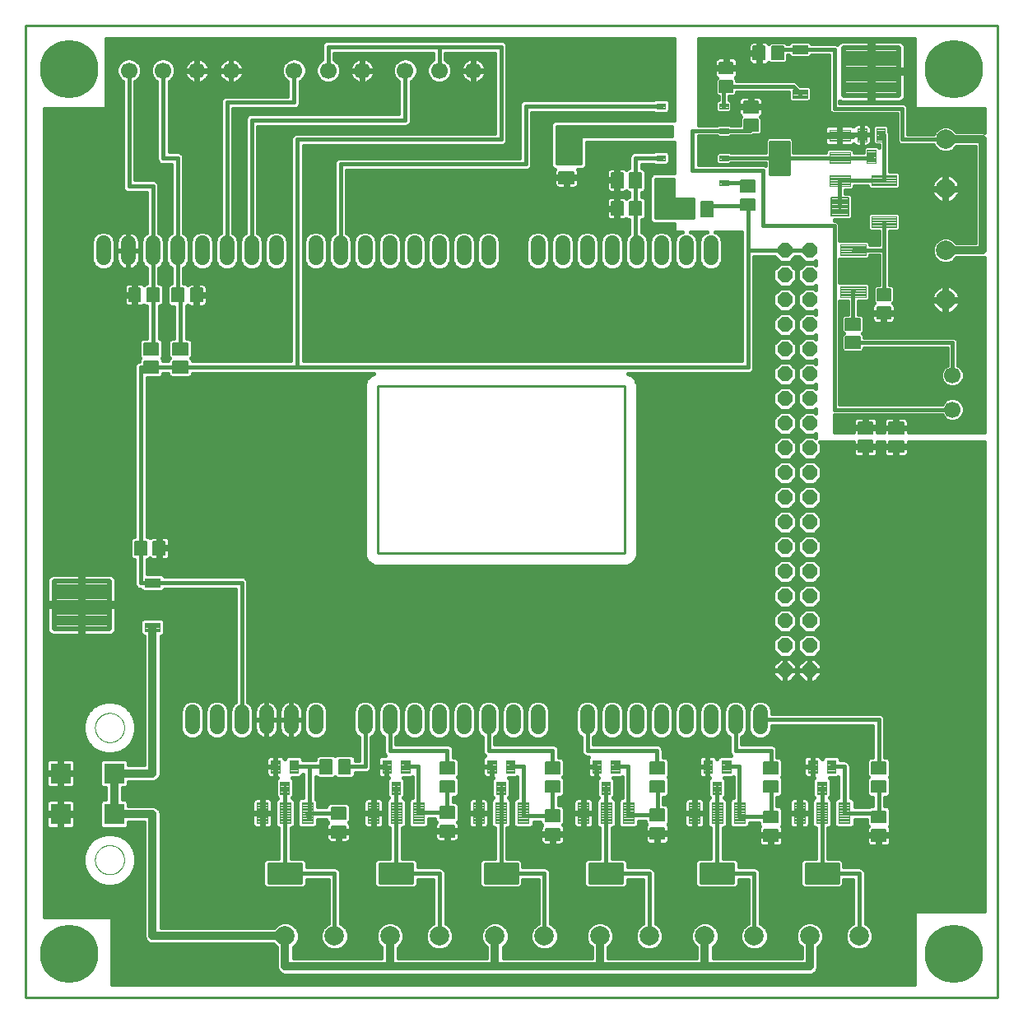
<source format=gbr>
G75*
%MOIN*%
%OFA0B0*%
%FSLAX25Y25*%
%IPPOS*%
%LPD*%
%AMOC8*
5,1,8,0,0,1.08239X$1,22.5*
%
%ADD10C,0.01000*%
%ADD11C,0.06000*%
%ADD12OC8,0.06000*%
%ADD13C,0.00512*%
%ADD14C,0.07874*%
%ADD15R,0.08268X0.08268*%
%ADD16C,0.00000*%
%ADD17C,0.02126*%
%ADD18C,0.00394*%
%ADD19C,0.00402*%
%ADD20C,0.00472*%
%ADD21C,0.00480*%
%ADD22C,0.00866*%
%ADD23C,0.06693*%
%ADD24C,0.00787*%
%ADD25C,0.01600*%
%ADD26C,0.03200*%
%ADD27C,0.23622*%
D10*
X0005500Y0014273D02*
X0399201Y0014273D01*
X0399201Y0407974D01*
X0005500Y0407974D01*
X0005500Y0014273D01*
X0148000Y0194273D02*
X0148000Y0261773D01*
X0248000Y0261773D01*
X0248000Y0194273D01*
X0148000Y0194273D01*
X0260500Y0329773D02*
X0276000Y0329773D01*
X0276000Y0337773D01*
X0268000Y0337773D01*
X0268000Y0345773D01*
X0260500Y0345773D01*
X0260500Y0329773D01*
X0260500Y0329802D02*
X0276000Y0329802D01*
X0276000Y0330801D02*
X0260500Y0330801D01*
X0260500Y0331799D02*
X0276000Y0331799D01*
X0276000Y0332798D02*
X0260500Y0332798D01*
X0260500Y0333796D02*
X0276000Y0333796D01*
X0276000Y0334795D02*
X0260500Y0334795D01*
X0260500Y0335793D02*
X0276000Y0335793D01*
X0276000Y0336792D02*
X0260500Y0336792D01*
X0260500Y0337790D02*
X0268000Y0337790D01*
X0268000Y0338789D02*
X0260500Y0338789D01*
X0260500Y0339787D02*
X0268000Y0339787D01*
X0268000Y0340786D02*
X0260500Y0340786D01*
X0260500Y0341784D02*
X0268000Y0341784D01*
X0268000Y0342783D02*
X0260500Y0342783D01*
X0260500Y0343781D02*
X0268000Y0343781D01*
X0268000Y0344780D02*
X0260500Y0344780D01*
X0267500Y0362773D02*
X0230500Y0362773D01*
X0230500Y0351773D01*
X0220500Y0351773D01*
X0220500Y0367273D01*
X0267500Y0367273D01*
X0267500Y0362773D01*
X0267500Y0363752D02*
X0220500Y0363752D01*
X0220500Y0364750D02*
X0267500Y0364750D01*
X0267500Y0365749D02*
X0220500Y0365749D01*
X0220500Y0366747D02*
X0267500Y0366747D01*
X0230500Y0362753D02*
X0220500Y0362753D01*
X0220500Y0361755D02*
X0230500Y0361755D01*
X0230500Y0360756D02*
X0220500Y0360756D01*
X0220500Y0359758D02*
X0230500Y0359758D01*
X0230500Y0358759D02*
X0220500Y0358759D01*
X0220500Y0357761D02*
X0230500Y0357761D01*
X0230500Y0356762D02*
X0220500Y0356762D01*
X0220500Y0355764D02*
X0230500Y0355764D01*
X0230500Y0354765D02*
X0220500Y0354765D01*
X0220500Y0353767D02*
X0230500Y0353767D01*
X0230500Y0352768D02*
X0220500Y0352768D01*
D11*
X0223000Y0319773D02*
X0223000Y0313773D01*
X0213000Y0313773D02*
X0213000Y0319773D01*
X0233000Y0319773D02*
X0233000Y0313773D01*
X0243000Y0313773D02*
X0243000Y0319773D01*
X0253000Y0319773D02*
X0253000Y0313773D01*
X0263000Y0313773D02*
X0263000Y0319773D01*
X0273000Y0319773D02*
X0273000Y0313773D01*
X0283000Y0313773D02*
X0283000Y0319773D01*
X0193000Y0319773D02*
X0193000Y0313773D01*
X0183000Y0313773D02*
X0183000Y0319773D01*
X0173000Y0319773D02*
X0173000Y0313773D01*
X0163000Y0313773D02*
X0163000Y0319773D01*
X0153000Y0319773D02*
X0153000Y0313773D01*
X0143000Y0313773D02*
X0143000Y0319773D01*
X0133000Y0319773D02*
X0133000Y0313773D01*
X0123000Y0313773D02*
X0123000Y0319773D01*
X0107000Y0319773D02*
X0107000Y0313773D01*
X0097000Y0313773D02*
X0097000Y0319773D01*
X0087000Y0319773D02*
X0087000Y0313773D01*
X0077000Y0313773D02*
X0077000Y0319773D01*
X0067000Y0319773D02*
X0067000Y0313773D01*
X0057000Y0313773D02*
X0057000Y0319773D01*
X0047000Y0319773D02*
X0047000Y0313773D01*
X0037000Y0313773D02*
X0037000Y0319773D01*
X0073000Y0129773D02*
X0073000Y0123773D01*
X0083000Y0123773D02*
X0083000Y0129773D01*
X0093000Y0129773D02*
X0093000Y0123773D01*
X0103000Y0123773D02*
X0103000Y0129773D01*
X0113000Y0129773D02*
X0113000Y0123773D01*
X0123000Y0123773D02*
X0123000Y0129773D01*
X0143000Y0129773D02*
X0143000Y0123773D01*
X0153000Y0123773D02*
X0153000Y0129773D01*
X0163000Y0129773D02*
X0163000Y0123773D01*
X0173000Y0123773D02*
X0173000Y0129773D01*
X0183000Y0129773D02*
X0183000Y0123773D01*
X0193000Y0123773D02*
X0193000Y0129773D01*
X0203000Y0129773D02*
X0203000Y0123773D01*
X0213000Y0123773D02*
X0213000Y0129773D01*
X0233000Y0129773D02*
X0233000Y0123773D01*
X0243000Y0123773D02*
X0243000Y0129773D01*
X0253000Y0129773D02*
X0253000Y0123773D01*
X0263000Y0123773D02*
X0263000Y0129773D01*
X0273000Y0129773D02*
X0273000Y0123773D01*
X0283000Y0123773D02*
X0283000Y0129773D01*
X0293000Y0129773D02*
X0293000Y0123773D01*
X0303000Y0123773D02*
X0303000Y0129773D01*
D12*
X0313000Y0146773D03*
X0323000Y0146773D03*
X0323000Y0156773D03*
X0323000Y0166773D03*
X0313000Y0166773D03*
X0313000Y0156773D03*
X0313000Y0176773D03*
X0313000Y0186773D03*
X0323000Y0186773D03*
X0323000Y0176773D03*
X0323000Y0196773D03*
X0323000Y0206773D03*
X0323000Y0216773D03*
X0313000Y0216773D03*
X0313000Y0206773D03*
X0313000Y0196773D03*
X0313000Y0226773D03*
X0313000Y0236773D03*
X0323000Y0236773D03*
X0323000Y0226773D03*
X0323000Y0246773D03*
X0323000Y0256773D03*
X0313000Y0256773D03*
X0313000Y0246773D03*
X0313000Y0266773D03*
X0313000Y0276773D03*
X0313000Y0286773D03*
X0323000Y0286773D03*
X0323000Y0276773D03*
X0323000Y0266773D03*
X0323000Y0296773D03*
X0323000Y0306773D03*
X0313000Y0306773D03*
X0313000Y0296773D03*
X0313000Y0316773D03*
X0323000Y0316773D03*
D13*
X0300893Y0333130D02*
X0300893Y0337736D01*
X0300893Y0333130D02*
X0295107Y0333130D01*
X0295107Y0337736D01*
X0300893Y0337736D01*
X0300893Y0333641D02*
X0295107Y0333641D01*
X0295107Y0334152D02*
X0300893Y0334152D01*
X0300893Y0334663D02*
X0295107Y0334663D01*
X0295107Y0335174D02*
X0300893Y0335174D01*
X0300893Y0335685D02*
X0295107Y0335685D01*
X0295107Y0336196D02*
X0300893Y0336196D01*
X0300893Y0336707D02*
X0295107Y0336707D01*
X0295107Y0337218D02*
X0300893Y0337218D01*
X0300893Y0337729D02*
X0295107Y0337729D01*
X0300893Y0340610D02*
X0300893Y0345216D01*
X0300893Y0340610D02*
X0295107Y0340610D01*
X0295107Y0345216D01*
X0300893Y0345216D01*
X0300893Y0341121D02*
X0295107Y0341121D01*
X0295107Y0341632D02*
X0300893Y0341632D01*
X0300893Y0342143D02*
X0295107Y0342143D01*
X0295107Y0342654D02*
X0300893Y0342654D01*
X0300893Y0343165D02*
X0295107Y0343165D01*
X0295107Y0343676D02*
X0300893Y0343676D01*
X0300893Y0344187D02*
X0295107Y0344187D01*
X0295107Y0344698D02*
X0300893Y0344698D01*
X0300893Y0345209D02*
X0295107Y0345209D01*
X0283743Y0336466D02*
X0279137Y0336466D01*
X0283743Y0336466D02*
X0283743Y0330680D01*
X0279137Y0330680D01*
X0279137Y0336466D01*
X0279137Y0331191D02*
X0283743Y0331191D01*
X0283743Y0331702D02*
X0279137Y0331702D01*
X0279137Y0332213D02*
X0283743Y0332213D01*
X0283743Y0332724D02*
X0279137Y0332724D01*
X0279137Y0333235D02*
X0283743Y0333235D01*
X0283743Y0333746D02*
X0279137Y0333746D01*
X0279137Y0334257D02*
X0283743Y0334257D01*
X0283743Y0334768D02*
X0279137Y0334768D01*
X0279137Y0335279D02*
X0283743Y0335279D01*
X0283743Y0335790D02*
X0279137Y0335790D01*
X0279137Y0336301D02*
X0283743Y0336301D01*
X0276263Y0336466D02*
X0271657Y0336466D01*
X0276263Y0336466D02*
X0276263Y0330680D01*
X0271657Y0330680D01*
X0271657Y0336466D01*
X0271657Y0331191D02*
X0276263Y0331191D01*
X0276263Y0331702D02*
X0271657Y0331702D01*
X0271657Y0332213D02*
X0276263Y0332213D01*
X0276263Y0332724D02*
X0271657Y0332724D01*
X0271657Y0333235D02*
X0276263Y0333235D01*
X0276263Y0333746D02*
X0271657Y0333746D01*
X0271657Y0334257D02*
X0276263Y0334257D01*
X0276263Y0334768D02*
X0271657Y0334768D01*
X0271657Y0335279D02*
X0276263Y0335279D01*
X0276263Y0335790D02*
X0271657Y0335790D01*
X0271657Y0336301D02*
X0276263Y0336301D01*
X0254843Y0336570D02*
X0250237Y0336570D01*
X0254843Y0336570D02*
X0254843Y0331176D01*
X0250237Y0331176D01*
X0250237Y0336570D01*
X0250237Y0331687D02*
X0254843Y0331687D01*
X0254843Y0332198D02*
X0250237Y0332198D01*
X0250237Y0332709D02*
X0254843Y0332709D01*
X0254843Y0333220D02*
X0250237Y0333220D01*
X0250237Y0333731D02*
X0254843Y0333731D01*
X0254843Y0334242D02*
X0250237Y0334242D01*
X0250237Y0334753D02*
X0254843Y0334753D01*
X0254843Y0335264D02*
X0250237Y0335264D01*
X0250237Y0335775D02*
X0254843Y0335775D01*
X0254843Y0336286D02*
X0250237Y0336286D01*
X0247363Y0336570D02*
X0242757Y0336570D01*
X0247363Y0336570D02*
X0247363Y0331176D01*
X0242757Y0331176D01*
X0242757Y0336570D01*
X0242757Y0331687D02*
X0247363Y0331687D01*
X0247363Y0332198D02*
X0242757Y0332198D01*
X0242757Y0332709D02*
X0247363Y0332709D01*
X0247363Y0333220D02*
X0242757Y0333220D01*
X0242757Y0333731D02*
X0247363Y0333731D01*
X0247363Y0334242D02*
X0242757Y0334242D01*
X0242757Y0334753D02*
X0247363Y0334753D01*
X0247363Y0335264D02*
X0242757Y0335264D01*
X0242757Y0335775D02*
X0247363Y0335775D01*
X0247363Y0336286D02*
X0242757Y0336286D01*
X0242757Y0342380D02*
X0247363Y0342380D01*
X0242757Y0342380D02*
X0242757Y0348166D01*
X0247363Y0348166D01*
X0247363Y0342380D01*
X0247363Y0342891D02*
X0242757Y0342891D01*
X0242757Y0343402D02*
X0247363Y0343402D01*
X0247363Y0343913D02*
X0242757Y0343913D01*
X0242757Y0344424D02*
X0247363Y0344424D01*
X0247363Y0344935D02*
X0242757Y0344935D01*
X0242757Y0345446D02*
X0247363Y0345446D01*
X0247363Y0345957D02*
X0242757Y0345957D01*
X0242757Y0346468D02*
X0247363Y0346468D01*
X0247363Y0346979D02*
X0242757Y0346979D01*
X0242757Y0347490D02*
X0247363Y0347490D01*
X0247363Y0348001D02*
X0242757Y0348001D01*
X0250237Y0342380D02*
X0254843Y0342380D01*
X0250237Y0342380D02*
X0250237Y0348166D01*
X0254843Y0348166D01*
X0254843Y0342380D01*
X0254843Y0342891D02*
X0250237Y0342891D01*
X0250237Y0343402D02*
X0254843Y0343402D01*
X0254843Y0343913D02*
X0250237Y0343913D01*
X0250237Y0344424D02*
X0254843Y0344424D01*
X0254843Y0344935D02*
X0250237Y0344935D01*
X0250237Y0345446D02*
X0254843Y0345446D01*
X0254843Y0345957D02*
X0250237Y0345957D01*
X0250237Y0346468D02*
X0254843Y0346468D01*
X0254843Y0346979D02*
X0250237Y0346979D01*
X0250237Y0347490D02*
X0254843Y0347490D01*
X0254843Y0348001D02*
X0250237Y0348001D01*
X0227393Y0348636D02*
X0227393Y0344030D01*
X0221607Y0344030D01*
X0221607Y0348636D01*
X0227393Y0348636D01*
X0227393Y0344541D02*
X0221607Y0344541D01*
X0221607Y0345052D02*
X0227393Y0345052D01*
X0227393Y0345563D02*
X0221607Y0345563D01*
X0221607Y0346074D02*
X0227393Y0346074D01*
X0227393Y0346585D02*
X0221607Y0346585D01*
X0221607Y0347096D02*
X0227393Y0347096D01*
X0227393Y0347607D02*
X0221607Y0347607D01*
X0221607Y0348118D02*
X0227393Y0348118D01*
X0227393Y0348629D02*
X0221607Y0348629D01*
X0227393Y0351510D02*
X0227393Y0356116D01*
X0227393Y0351510D02*
X0221607Y0351510D01*
X0221607Y0356116D01*
X0227393Y0356116D01*
X0227393Y0352021D02*
X0221607Y0352021D01*
X0221607Y0352532D02*
X0227393Y0352532D01*
X0227393Y0353043D02*
X0221607Y0353043D01*
X0221607Y0353554D02*
X0227393Y0353554D01*
X0227393Y0354065D02*
X0221607Y0354065D01*
X0221607Y0354576D02*
X0227393Y0354576D01*
X0227393Y0355087D02*
X0221607Y0355087D01*
X0221607Y0355598D02*
X0227393Y0355598D01*
X0227393Y0356109D02*
X0221607Y0356109D01*
X0291897Y0380930D02*
X0291897Y0385536D01*
X0291897Y0380930D02*
X0286503Y0380930D01*
X0286503Y0385536D01*
X0291897Y0385536D01*
X0291897Y0381441D02*
X0286503Y0381441D01*
X0286503Y0381952D02*
X0291897Y0381952D01*
X0291897Y0382463D02*
X0286503Y0382463D01*
X0286503Y0382974D02*
X0291897Y0382974D01*
X0291897Y0383485D02*
X0286503Y0383485D01*
X0286503Y0383996D02*
X0291897Y0383996D01*
X0291897Y0384507D02*
X0286503Y0384507D01*
X0286503Y0385018D02*
X0291897Y0385018D01*
X0291897Y0385529D02*
X0286503Y0385529D01*
X0291897Y0388410D02*
X0291897Y0393016D01*
X0291897Y0388410D02*
X0286503Y0388410D01*
X0286503Y0393016D01*
X0291897Y0393016D01*
X0291897Y0388921D02*
X0286503Y0388921D01*
X0286503Y0389432D02*
X0291897Y0389432D01*
X0291897Y0389943D02*
X0286503Y0389943D01*
X0286503Y0390454D02*
X0291897Y0390454D01*
X0291897Y0390965D02*
X0286503Y0390965D01*
X0286503Y0391476D02*
X0291897Y0391476D01*
X0291897Y0391987D02*
X0286503Y0391987D01*
X0286503Y0392498D02*
X0291897Y0392498D01*
X0291897Y0393009D02*
X0286503Y0393009D01*
X0300257Y0399470D02*
X0304863Y0399470D01*
X0304863Y0394076D01*
X0300257Y0394076D01*
X0300257Y0399470D01*
X0300257Y0394587D02*
X0304863Y0394587D01*
X0304863Y0395098D02*
X0300257Y0395098D01*
X0300257Y0395609D02*
X0304863Y0395609D01*
X0304863Y0396120D02*
X0300257Y0396120D01*
X0300257Y0396631D02*
X0304863Y0396631D01*
X0304863Y0397142D02*
X0300257Y0397142D01*
X0300257Y0397653D02*
X0304863Y0397653D01*
X0304863Y0398164D02*
X0300257Y0398164D01*
X0300257Y0398675D02*
X0304863Y0398675D01*
X0304863Y0399186D02*
X0300257Y0399186D01*
X0307737Y0399470D02*
X0312343Y0399470D01*
X0312343Y0394076D01*
X0307737Y0394076D01*
X0307737Y0399470D01*
X0307737Y0394587D02*
X0312343Y0394587D01*
X0312343Y0395098D02*
X0307737Y0395098D01*
X0307737Y0395609D02*
X0312343Y0395609D01*
X0312343Y0396120D02*
X0307737Y0396120D01*
X0307737Y0396631D02*
X0312343Y0396631D01*
X0312343Y0397142D02*
X0307737Y0397142D01*
X0307737Y0397653D02*
X0312343Y0397653D01*
X0312343Y0398164D02*
X0307737Y0398164D01*
X0307737Y0398675D02*
X0312343Y0398675D01*
X0312343Y0399186D02*
X0307737Y0399186D01*
X0296307Y0377316D02*
X0296307Y0372710D01*
X0296307Y0377316D02*
X0302093Y0377316D01*
X0302093Y0372710D01*
X0296307Y0372710D01*
X0296307Y0373221D02*
X0302093Y0373221D01*
X0302093Y0373732D02*
X0296307Y0373732D01*
X0296307Y0374243D02*
X0302093Y0374243D01*
X0302093Y0374754D02*
X0296307Y0374754D01*
X0296307Y0375265D02*
X0302093Y0375265D01*
X0302093Y0375776D02*
X0296307Y0375776D01*
X0296307Y0376287D02*
X0302093Y0376287D01*
X0302093Y0376798D02*
X0296307Y0376798D01*
X0296307Y0377309D02*
X0302093Y0377309D01*
X0296307Y0369836D02*
X0296307Y0365230D01*
X0296307Y0369836D02*
X0302093Y0369836D01*
X0302093Y0365230D01*
X0296307Y0365230D01*
X0296307Y0365741D02*
X0302093Y0365741D01*
X0302093Y0366252D02*
X0296307Y0366252D01*
X0296307Y0366763D02*
X0302093Y0366763D01*
X0302093Y0367274D02*
X0296307Y0367274D01*
X0296307Y0367785D02*
X0302093Y0367785D01*
X0302093Y0368296D02*
X0296307Y0368296D01*
X0296307Y0368807D02*
X0302093Y0368807D01*
X0302093Y0369318D02*
X0296307Y0369318D01*
X0296307Y0369829D02*
X0302093Y0369829D01*
X0350303Y0301316D02*
X0350303Y0296710D01*
X0350303Y0301316D02*
X0355697Y0301316D01*
X0355697Y0296710D01*
X0350303Y0296710D01*
X0350303Y0297221D02*
X0355697Y0297221D01*
X0355697Y0297732D02*
X0350303Y0297732D01*
X0350303Y0298243D02*
X0355697Y0298243D01*
X0355697Y0298754D02*
X0350303Y0298754D01*
X0350303Y0299265D02*
X0355697Y0299265D01*
X0355697Y0299776D02*
X0350303Y0299776D01*
X0350303Y0300287D02*
X0355697Y0300287D01*
X0355697Y0300798D02*
X0350303Y0300798D01*
X0350303Y0301309D02*
X0355697Y0301309D01*
X0350303Y0293836D02*
X0350303Y0289230D01*
X0350303Y0293836D02*
X0355697Y0293836D01*
X0355697Y0289230D01*
X0350303Y0289230D01*
X0350303Y0289741D02*
X0355697Y0289741D01*
X0355697Y0290252D02*
X0350303Y0290252D01*
X0350303Y0290763D02*
X0355697Y0290763D01*
X0355697Y0291274D02*
X0350303Y0291274D01*
X0350303Y0291785D02*
X0355697Y0291785D01*
X0355697Y0292296D02*
X0350303Y0292296D01*
X0350303Y0292807D02*
X0355697Y0292807D01*
X0355697Y0293318D02*
X0350303Y0293318D01*
X0350303Y0293829D02*
X0355697Y0293829D01*
X0337607Y0289316D02*
X0337607Y0284710D01*
X0337607Y0289316D02*
X0343393Y0289316D01*
X0343393Y0284710D01*
X0337607Y0284710D01*
X0337607Y0285221D02*
X0343393Y0285221D01*
X0343393Y0285732D02*
X0337607Y0285732D01*
X0337607Y0286243D02*
X0343393Y0286243D01*
X0343393Y0286754D02*
X0337607Y0286754D01*
X0337607Y0287265D02*
X0343393Y0287265D01*
X0343393Y0287776D02*
X0337607Y0287776D01*
X0337607Y0288287D02*
X0343393Y0288287D01*
X0343393Y0288798D02*
X0337607Y0288798D01*
X0337607Y0289309D02*
X0343393Y0289309D01*
X0337607Y0281836D02*
X0337607Y0277230D01*
X0337607Y0281836D02*
X0343393Y0281836D01*
X0343393Y0277230D01*
X0337607Y0277230D01*
X0337607Y0277741D02*
X0343393Y0277741D01*
X0343393Y0278252D02*
X0337607Y0278252D01*
X0337607Y0278763D02*
X0343393Y0278763D01*
X0343393Y0279274D02*
X0337607Y0279274D01*
X0337607Y0279785D02*
X0343393Y0279785D01*
X0343393Y0280296D02*
X0337607Y0280296D01*
X0337607Y0280807D02*
X0343393Y0280807D01*
X0343393Y0281318D02*
X0337607Y0281318D01*
X0337607Y0281829D02*
X0343393Y0281829D01*
X0342707Y0247316D02*
X0342707Y0242710D01*
X0342707Y0247316D02*
X0348493Y0247316D01*
X0348493Y0242710D01*
X0342707Y0242710D01*
X0342707Y0243221D02*
X0348493Y0243221D01*
X0348493Y0243732D02*
X0342707Y0243732D01*
X0342707Y0244243D02*
X0348493Y0244243D01*
X0348493Y0244754D02*
X0342707Y0244754D01*
X0342707Y0245265D02*
X0348493Y0245265D01*
X0348493Y0245776D02*
X0342707Y0245776D01*
X0342707Y0246287D02*
X0348493Y0246287D01*
X0348493Y0246798D02*
X0342707Y0246798D01*
X0342707Y0247309D02*
X0348493Y0247309D01*
X0355207Y0247216D02*
X0355207Y0242610D01*
X0355207Y0247216D02*
X0360993Y0247216D01*
X0360993Y0242610D01*
X0355207Y0242610D01*
X0355207Y0243121D02*
X0360993Y0243121D01*
X0360993Y0243632D02*
X0355207Y0243632D01*
X0355207Y0244143D02*
X0360993Y0244143D01*
X0360993Y0244654D02*
X0355207Y0244654D01*
X0355207Y0245165D02*
X0360993Y0245165D01*
X0360993Y0245676D02*
X0355207Y0245676D01*
X0355207Y0246187D02*
X0360993Y0246187D01*
X0360993Y0246698D02*
X0355207Y0246698D01*
X0355207Y0247209D02*
X0360993Y0247209D01*
X0355207Y0239736D02*
X0355207Y0235130D01*
X0355207Y0239736D02*
X0360993Y0239736D01*
X0360993Y0235130D01*
X0355207Y0235130D01*
X0355207Y0235641D02*
X0360993Y0235641D01*
X0360993Y0236152D02*
X0355207Y0236152D01*
X0355207Y0236663D02*
X0360993Y0236663D01*
X0360993Y0237174D02*
X0355207Y0237174D01*
X0355207Y0237685D02*
X0360993Y0237685D01*
X0360993Y0238196D02*
X0355207Y0238196D01*
X0355207Y0238707D02*
X0360993Y0238707D01*
X0360993Y0239218D02*
X0355207Y0239218D01*
X0355207Y0239729D02*
X0360993Y0239729D01*
X0342707Y0239836D02*
X0342707Y0235230D01*
X0342707Y0239836D02*
X0348493Y0239836D01*
X0348493Y0235230D01*
X0342707Y0235230D01*
X0342707Y0235741D02*
X0348493Y0235741D01*
X0348493Y0236252D02*
X0342707Y0236252D01*
X0342707Y0236763D02*
X0348493Y0236763D01*
X0348493Y0237274D02*
X0342707Y0237274D01*
X0342707Y0237785D02*
X0348493Y0237785D01*
X0348493Y0238296D02*
X0342707Y0238296D01*
X0342707Y0238807D02*
X0348493Y0238807D01*
X0348493Y0239318D02*
X0342707Y0239318D01*
X0342707Y0239829D02*
X0348493Y0239829D01*
X0348107Y0109516D02*
X0348107Y0104910D01*
X0348107Y0109516D02*
X0353893Y0109516D01*
X0353893Y0104910D01*
X0348107Y0104910D01*
X0348107Y0105421D02*
X0353893Y0105421D01*
X0353893Y0105932D02*
X0348107Y0105932D01*
X0348107Y0106443D02*
X0353893Y0106443D01*
X0353893Y0106954D02*
X0348107Y0106954D01*
X0348107Y0107465D02*
X0353893Y0107465D01*
X0353893Y0107976D02*
X0348107Y0107976D01*
X0348107Y0108487D02*
X0353893Y0108487D01*
X0353893Y0108998D02*
X0348107Y0108998D01*
X0348107Y0109509D02*
X0353893Y0109509D01*
X0348107Y0102036D02*
X0348107Y0097430D01*
X0348107Y0102036D02*
X0353893Y0102036D01*
X0353893Y0097430D01*
X0348107Y0097430D01*
X0348107Y0097941D02*
X0353893Y0097941D01*
X0353893Y0098452D02*
X0348107Y0098452D01*
X0348107Y0098963D02*
X0353893Y0098963D01*
X0353893Y0099474D02*
X0348107Y0099474D01*
X0348107Y0099985D02*
X0353893Y0099985D01*
X0353893Y0100496D02*
X0348107Y0100496D01*
X0348107Y0101007D02*
X0353893Y0101007D01*
X0353893Y0101518D02*
X0348107Y0101518D01*
X0348107Y0102029D02*
X0353893Y0102029D01*
X0353893Y0089716D02*
X0353893Y0085110D01*
X0348107Y0085110D01*
X0348107Y0089716D01*
X0353893Y0089716D01*
X0353893Y0085621D02*
X0348107Y0085621D01*
X0348107Y0086132D02*
X0353893Y0086132D01*
X0353893Y0086643D02*
X0348107Y0086643D01*
X0348107Y0087154D02*
X0353893Y0087154D01*
X0353893Y0087665D02*
X0348107Y0087665D01*
X0348107Y0088176D02*
X0353893Y0088176D01*
X0353893Y0088687D02*
X0348107Y0088687D01*
X0348107Y0089198D02*
X0353893Y0089198D01*
X0353893Y0089709D02*
X0348107Y0089709D01*
X0353893Y0082236D02*
X0353893Y0077630D01*
X0348107Y0077630D01*
X0348107Y0082236D01*
X0353893Y0082236D01*
X0353893Y0078141D02*
X0348107Y0078141D01*
X0348107Y0078652D02*
X0353893Y0078652D01*
X0353893Y0079163D02*
X0348107Y0079163D01*
X0348107Y0079674D02*
X0353893Y0079674D01*
X0353893Y0080185D02*
X0348107Y0080185D01*
X0348107Y0080696D02*
X0353893Y0080696D01*
X0353893Y0081207D02*
X0348107Y0081207D01*
X0348107Y0081718D02*
X0353893Y0081718D01*
X0353893Y0082229D02*
X0348107Y0082229D01*
X0310193Y0082236D02*
X0310193Y0077630D01*
X0304407Y0077630D01*
X0304407Y0082236D01*
X0310193Y0082236D01*
X0310193Y0078141D02*
X0304407Y0078141D01*
X0304407Y0078652D02*
X0310193Y0078652D01*
X0310193Y0079163D02*
X0304407Y0079163D01*
X0304407Y0079674D02*
X0310193Y0079674D01*
X0310193Y0080185D02*
X0304407Y0080185D01*
X0304407Y0080696D02*
X0310193Y0080696D01*
X0310193Y0081207D02*
X0304407Y0081207D01*
X0304407Y0081718D02*
X0310193Y0081718D01*
X0310193Y0082229D02*
X0304407Y0082229D01*
X0310193Y0085110D02*
X0310193Y0089716D01*
X0310193Y0085110D02*
X0304407Y0085110D01*
X0304407Y0089716D01*
X0310193Y0089716D01*
X0310193Y0085621D02*
X0304407Y0085621D01*
X0304407Y0086132D02*
X0310193Y0086132D01*
X0310193Y0086643D02*
X0304407Y0086643D01*
X0304407Y0087154D02*
X0310193Y0087154D01*
X0310193Y0087665D02*
X0304407Y0087665D01*
X0304407Y0088176D02*
X0310193Y0088176D01*
X0310193Y0088687D02*
X0304407Y0088687D01*
X0304407Y0089198D02*
X0310193Y0089198D01*
X0310193Y0089709D02*
X0304407Y0089709D01*
X0304407Y0097430D02*
X0304407Y0102036D01*
X0310193Y0102036D01*
X0310193Y0097430D01*
X0304407Y0097430D01*
X0304407Y0097941D02*
X0310193Y0097941D01*
X0310193Y0098452D02*
X0304407Y0098452D01*
X0304407Y0098963D02*
X0310193Y0098963D01*
X0310193Y0099474D02*
X0304407Y0099474D01*
X0304407Y0099985D02*
X0310193Y0099985D01*
X0310193Y0100496D02*
X0304407Y0100496D01*
X0304407Y0101007D02*
X0310193Y0101007D01*
X0310193Y0101518D02*
X0304407Y0101518D01*
X0304407Y0102029D02*
X0310193Y0102029D01*
X0304407Y0104910D02*
X0304407Y0109516D01*
X0310193Y0109516D01*
X0310193Y0104910D01*
X0304407Y0104910D01*
X0304407Y0105421D02*
X0310193Y0105421D01*
X0310193Y0105932D02*
X0304407Y0105932D01*
X0304407Y0106443D02*
X0310193Y0106443D01*
X0310193Y0106954D02*
X0304407Y0106954D01*
X0304407Y0107465D02*
X0310193Y0107465D01*
X0310193Y0107976D02*
X0304407Y0107976D01*
X0304407Y0108487D02*
X0310193Y0108487D01*
X0310193Y0108998D02*
X0304407Y0108998D01*
X0304407Y0109509D02*
X0310193Y0109509D01*
X0258407Y0109516D02*
X0258407Y0104910D01*
X0258407Y0109516D02*
X0264193Y0109516D01*
X0264193Y0104910D01*
X0258407Y0104910D01*
X0258407Y0105421D02*
X0264193Y0105421D01*
X0264193Y0105932D02*
X0258407Y0105932D01*
X0258407Y0106443D02*
X0264193Y0106443D01*
X0264193Y0106954D02*
X0258407Y0106954D01*
X0258407Y0107465D02*
X0264193Y0107465D01*
X0264193Y0107976D02*
X0258407Y0107976D01*
X0258407Y0108487D02*
X0264193Y0108487D01*
X0264193Y0108998D02*
X0258407Y0108998D01*
X0258407Y0109509D02*
X0264193Y0109509D01*
X0258407Y0102036D02*
X0258407Y0097430D01*
X0258407Y0102036D02*
X0264193Y0102036D01*
X0264193Y0097430D01*
X0258407Y0097430D01*
X0258407Y0097941D02*
X0264193Y0097941D01*
X0264193Y0098452D02*
X0258407Y0098452D01*
X0258407Y0098963D02*
X0264193Y0098963D01*
X0264193Y0099474D02*
X0258407Y0099474D01*
X0258407Y0099985D02*
X0264193Y0099985D01*
X0264193Y0100496D02*
X0258407Y0100496D01*
X0258407Y0101007D02*
X0264193Y0101007D01*
X0264193Y0101518D02*
X0258407Y0101518D01*
X0258407Y0102029D02*
X0264193Y0102029D01*
X0264193Y0090516D02*
X0264193Y0085910D01*
X0258407Y0085910D01*
X0258407Y0090516D01*
X0264193Y0090516D01*
X0264193Y0086421D02*
X0258407Y0086421D01*
X0258407Y0086932D02*
X0264193Y0086932D01*
X0264193Y0087443D02*
X0258407Y0087443D01*
X0258407Y0087954D02*
X0264193Y0087954D01*
X0264193Y0088465D02*
X0258407Y0088465D01*
X0258407Y0088976D02*
X0264193Y0088976D01*
X0264193Y0089487D02*
X0258407Y0089487D01*
X0258407Y0089998D02*
X0264193Y0089998D01*
X0264193Y0090509D02*
X0258407Y0090509D01*
X0264193Y0083036D02*
X0264193Y0078430D01*
X0258407Y0078430D01*
X0258407Y0083036D01*
X0264193Y0083036D01*
X0264193Y0078941D02*
X0258407Y0078941D01*
X0258407Y0079452D02*
X0264193Y0079452D01*
X0264193Y0079963D02*
X0258407Y0079963D01*
X0258407Y0080474D02*
X0264193Y0080474D01*
X0264193Y0080985D02*
X0258407Y0080985D01*
X0258407Y0081496D02*
X0264193Y0081496D01*
X0264193Y0082007D02*
X0258407Y0082007D01*
X0258407Y0082518D02*
X0264193Y0082518D01*
X0264193Y0083029D02*
X0258407Y0083029D01*
X0221793Y0082636D02*
X0221793Y0078030D01*
X0216007Y0078030D01*
X0216007Y0082636D01*
X0221793Y0082636D01*
X0221793Y0078541D02*
X0216007Y0078541D01*
X0216007Y0079052D02*
X0221793Y0079052D01*
X0221793Y0079563D02*
X0216007Y0079563D01*
X0216007Y0080074D02*
X0221793Y0080074D01*
X0221793Y0080585D02*
X0216007Y0080585D01*
X0216007Y0081096D02*
X0221793Y0081096D01*
X0221793Y0081607D02*
X0216007Y0081607D01*
X0216007Y0082118D02*
X0221793Y0082118D01*
X0221793Y0082629D02*
X0216007Y0082629D01*
X0221793Y0085510D02*
X0221793Y0090116D01*
X0221793Y0085510D02*
X0216007Y0085510D01*
X0216007Y0090116D01*
X0221793Y0090116D01*
X0221793Y0086021D02*
X0216007Y0086021D01*
X0216007Y0086532D02*
X0221793Y0086532D01*
X0221793Y0087043D02*
X0216007Y0087043D01*
X0216007Y0087554D02*
X0221793Y0087554D01*
X0221793Y0088065D02*
X0216007Y0088065D01*
X0216007Y0088576D02*
X0221793Y0088576D01*
X0221793Y0089087D02*
X0216007Y0089087D01*
X0216007Y0089598D02*
X0221793Y0089598D01*
X0221793Y0090109D02*
X0216007Y0090109D01*
X0216007Y0097430D02*
X0216007Y0102036D01*
X0221793Y0102036D01*
X0221793Y0097430D01*
X0216007Y0097430D01*
X0216007Y0097941D02*
X0221793Y0097941D01*
X0221793Y0098452D02*
X0216007Y0098452D01*
X0216007Y0098963D02*
X0221793Y0098963D01*
X0221793Y0099474D02*
X0216007Y0099474D01*
X0216007Y0099985D02*
X0221793Y0099985D01*
X0221793Y0100496D02*
X0216007Y0100496D01*
X0216007Y0101007D02*
X0221793Y0101007D01*
X0221793Y0101518D02*
X0216007Y0101518D01*
X0216007Y0102029D02*
X0221793Y0102029D01*
X0216007Y0104910D02*
X0216007Y0109516D01*
X0221793Y0109516D01*
X0221793Y0104910D01*
X0216007Y0104910D01*
X0216007Y0105421D02*
X0221793Y0105421D01*
X0221793Y0105932D02*
X0216007Y0105932D01*
X0216007Y0106443D02*
X0221793Y0106443D01*
X0221793Y0106954D02*
X0216007Y0106954D01*
X0216007Y0107465D02*
X0221793Y0107465D01*
X0221793Y0107976D02*
X0216007Y0107976D01*
X0216007Y0108487D02*
X0221793Y0108487D01*
X0221793Y0108998D02*
X0216007Y0108998D01*
X0216007Y0109509D02*
X0221793Y0109509D01*
X0173307Y0109516D02*
X0173307Y0104910D01*
X0173307Y0109516D02*
X0179093Y0109516D01*
X0179093Y0104910D01*
X0173307Y0104910D01*
X0173307Y0105421D02*
X0179093Y0105421D01*
X0179093Y0105932D02*
X0173307Y0105932D01*
X0173307Y0106443D02*
X0179093Y0106443D01*
X0179093Y0106954D02*
X0173307Y0106954D01*
X0173307Y0107465D02*
X0179093Y0107465D01*
X0179093Y0107976D02*
X0173307Y0107976D01*
X0173307Y0108487D02*
X0179093Y0108487D01*
X0179093Y0108998D02*
X0173307Y0108998D01*
X0173307Y0109509D02*
X0179093Y0109509D01*
X0173307Y0102036D02*
X0173307Y0097430D01*
X0173307Y0102036D02*
X0179093Y0102036D01*
X0179093Y0097430D01*
X0173307Y0097430D01*
X0173307Y0097941D02*
X0179093Y0097941D01*
X0179093Y0098452D02*
X0173307Y0098452D01*
X0173307Y0098963D02*
X0179093Y0098963D01*
X0179093Y0099474D02*
X0173307Y0099474D01*
X0173307Y0099985D02*
X0179093Y0099985D01*
X0179093Y0100496D02*
X0173307Y0100496D01*
X0173307Y0101007D02*
X0179093Y0101007D01*
X0179093Y0101518D02*
X0173307Y0101518D01*
X0173307Y0102029D02*
X0179093Y0102029D01*
X0179093Y0091416D02*
X0179093Y0086810D01*
X0173307Y0086810D01*
X0173307Y0091416D01*
X0179093Y0091416D01*
X0179093Y0087321D02*
X0173307Y0087321D01*
X0173307Y0087832D02*
X0179093Y0087832D01*
X0179093Y0088343D02*
X0173307Y0088343D01*
X0173307Y0088854D02*
X0179093Y0088854D01*
X0179093Y0089365D02*
X0173307Y0089365D01*
X0173307Y0089876D02*
X0179093Y0089876D01*
X0179093Y0090387D02*
X0173307Y0090387D01*
X0173307Y0090898D02*
X0179093Y0090898D01*
X0179093Y0091409D02*
X0173307Y0091409D01*
X0179093Y0083936D02*
X0179093Y0079330D01*
X0173307Y0079330D01*
X0173307Y0083936D01*
X0179093Y0083936D01*
X0179093Y0079841D02*
X0173307Y0079841D01*
X0173307Y0080352D02*
X0179093Y0080352D01*
X0179093Y0080863D02*
X0173307Y0080863D01*
X0173307Y0081374D02*
X0179093Y0081374D01*
X0179093Y0081885D02*
X0173307Y0081885D01*
X0173307Y0082396D02*
X0179093Y0082396D01*
X0179093Y0082907D02*
X0173307Y0082907D01*
X0173307Y0083418D02*
X0179093Y0083418D01*
X0179093Y0083929D02*
X0173307Y0083929D01*
X0136943Y0110666D02*
X0132337Y0110666D01*
X0136943Y0110666D02*
X0136943Y0104880D01*
X0132337Y0104880D01*
X0132337Y0110666D01*
X0132337Y0105391D02*
X0136943Y0105391D01*
X0136943Y0105902D02*
X0132337Y0105902D01*
X0132337Y0106413D02*
X0136943Y0106413D01*
X0136943Y0106924D02*
X0132337Y0106924D01*
X0132337Y0107435D02*
X0136943Y0107435D01*
X0136943Y0107946D02*
X0132337Y0107946D01*
X0132337Y0108457D02*
X0136943Y0108457D01*
X0136943Y0108968D02*
X0132337Y0108968D01*
X0132337Y0109479D02*
X0136943Y0109479D01*
X0136943Y0109990D02*
X0132337Y0109990D01*
X0132337Y0110501D02*
X0136943Y0110501D01*
X0129463Y0110666D02*
X0124857Y0110666D01*
X0129463Y0110666D02*
X0129463Y0104880D01*
X0124857Y0104880D01*
X0124857Y0110666D01*
X0124857Y0105391D02*
X0129463Y0105391D01*
X0129463Y0105902D02*
X0124857Y0105902D01*
X0124857Y0106413D02*
X0129463Y0106413D01*
X0129463Y0106924D02*
X0124857Y0106924D01*
X0124857Y0107435D02*
X0129463Y0107435D01*
X0129463Y0107946D02*
X0124857Y0107946D01*
X0124857Y0108457D02*
X0129463Y0108457D01*
X0129463Y0108968D02*
X0124857Y0108968D01*
X0124857Y0109479D02*
X0129463Y0109479D01*
X0129463Y0109990D02*
X0124857Y0109990D01*
X0124857Y0110501D02*
X0129463Y0110501D01*
X0135093Y0091116D02*
X0135093Y0086510D01*
X0129307Y0086510D01*
X0129307Y0091116D01*
X0135093Y0091116D01*
X0135093Y0087021D02*
X0129307Y0087021D01*
X0129307Y0087532D02*
X0135093Y0087532D01*
X0135093Y0088043D02*
X0129307Y0088043D01*
X0129307Y0088554D02*
X0135093Y0088554D01*
X0135093Y0089065D02*
X0129307Y0089065D01*
X0129307Y0089576D02*
X0135093Y0089576D01*
X0135093Y0090087D02*
X0129307Y0090087D01*
X0129307Y0090598D02*
X0135093Y0090598D01*
X0135093Y0091109D02*
X0129307Y0091109D01*
X0135093Y0083636D02*
X0135093Y0079030D01*
X0129307Y0079030D01*
X0129307Y0083636D01*
X0135093Y0083636D01*
X0135093Y0079541D02*
X0129307Y0079541D01*
X0129307Y0080052D02*
X0135093Y0080052D01*
X0135093Y0080563D02*
X0129307Y0080563D01*
X0129307Y0081074D02*
X0135093Y0081074D01*
X0135093Y0081585D02*
X0129307Y0081585D01*
X0129307Y0082096D02*
X0135093Y0082096D01*
X0135093Y0082607D02*
X0129307Y0082607D01*
X0129307Y0083118D02*
X0135093Y0083118D01*
X0135093Y0083629D02*
X0129307Y0083629D01*
X0061843Y0193576D02*
X0057237Y0193576D01*
X0057237Y0198970D01*
X0061843Y0198970D01*
X0061843Y0193576D01*
X0061843Y0194087D02*
X0057237Y0194087D01*
X0057237Y0194598D02*
X0061843Y0194598D01*
X0061843Y0195109D02*
X0057237Y0195109D01*
X0057237Y0195620D02*
X0061843Y0195620D01*
X0061843Y0196131D02*
X0057237Y0196131D01*
X0057237Y0196642D02*
X0061843Y0196642D01*
X0061843Y0197153D02*
X0057237Y0197153D01*
X0057237Y0197664D02*
X0061843Y0197664D01*
X0061843Y0198175D02*
X0057237Y0198175D01*
X0057237Y0198686D02*
X0061843Y0198686D01*
X0054363Y0193576D02*
X0049757Y0193576D01*
X0049757Y0198970D01*
X0054363Y0198970D01*
X0054363Y0193576D01*
X0054363Y0194087D02*
X0049757Y0194087D01*
X0049757Y0194598D02*
X0054363Y0194598D01*
X0054363Y0195109D02*
X0049757Y0195109D01*
X0049757Y0195620D02*
X0054363Y0195620D01*
X0054363Y0196131D02*
X0049757Y0196131D01*
X0049757Y0196642D02*
X0054363Y0196642D01*
X0054363Y0197153D02*
X0049757Y0197153D01*
X0049757Y0197664D02*
X0054363Y0197664D01*
X0054363Y0198175D02*
X0049757Y0198175D01*
X0049757Y0198686D02*
X0054363Y0198686D01*
X0059193Y0267230D02*
X0059193Y0271836D01*
X0059193Y0267230D02*
X0053407Y0267230D01*
X0053407Y0271836D01*
X0059193Y0271836D01*
X0059193Y0267741D02*
X0053407Y0267741D01*
X0053407Y0268252D02*
X0059193Y0268252D01*
X0059193Y0268763D02*
X0053407Y0268763D01*
X0053407Y0269274D02*
X0059193Y0269274D01*
X0059193Y0269785D02*
X0053407Y0269785D01*
X0053407Y0270296D02*
X0059193Y0270296D01*
X0059193Y0270807D02*
X0053407Y0270807D01*
X0053407Y0271318D02*
X0059193Y0271318D01*
X0059193Y0271829D02*
X0053407Y0271829D01*
X0059193Y0274710D02*
X0059193Y0279316D01*
X0059193Y0274710D02*
X0053407Y0274710D01*
X0053407Y0279316D01*
X0059193Y0279316D01*
X0059193Y0275221D02*
X0053407Y0275221D01*
X0053407Y0275732D02*
X0059193Y0275732D01*
X0059193Y0276243D02*
X0053407Y0276243D01*
X0053407Y0276754D02*
X0059193Y0276754D01*
X0059193Y0277265D02*
X0053407Y0277265D01*
X0053407Y0277776D02*
X0059193Y0277776D01*
X0059193Y0278287D02*
X0053407Y0278287D01*
X0053407Y0278798D02*
X0059193Y0278798D01*
X0059193Y0279309D02*
X0053407Y0279309D01*
X0070993Y0279316D02*
X0070993Y0274710D01*
X0065207Y0274710D01*
X0065207Y0279316D01*
X0070993Y0279316D01*
X0070993Y0275221D02*
X0065207Y0275221D01*
X0065207Y0275732D02*
X0070993Y0275732D01*
X0070993Y0276243D02*
X0065207Y0276243D01*
X0065207Y0276754D02*
X0070993Y0276754D01*
X0070993Y0277265D02*
X0065207Y0277265D01*
X0065207Y0277776D02*
X0070993Y0277776D01*
X0070993Y0278287D02*
X0065207Y0278287D01*
X0065207Y0278798D02*
X0070993Y0278798D01*
X0070993Y0279309D02*
X0065207Y0279309D01*
X0070993Y0271836D02*
X0070993Y0267230D01*
X0065207Y0267230D01*
X0065207Y0271836D01*
X0070993Y0271836D01*
X0070993Y0267741D02*
X0065207Y0267741D01*
X0065207Y0268252D02*
X0070993Y0268252D01*
X0070993Y0268763D02*
X0065207Y0268763D01*
X0065207Y0269274D02*
X0070993Y0269274D01*
X0070993Y0269785D02*
X0065207Y0269785D01*
X0065207Y0270296D02*
X0070993Y0270296D01*
X0070993Y0270807D02*
X0065207Y0270807D01*
X0065207Y0271318D02*
X0070993Y0271318D01*
X0070993Y0271829D02*
X0065207Y0271829D01*
X0064957Y0296076D02*
X0069563Y0296076D01*
X0064957Y0296076D02*
X0064957Y0301470D01*
X0069563Y0301470D01*
X0069563Y0296076D01*
X0069563Y0296587D02*
X0064957Y0296587D01*
X0064957Y0297098D02*
X0069563Y0297098D01*
X0069563Y0297609D02*
X0064957Y0297609D01*
X0064957Y0298120D02*
X0069563Y0298120D01*
X0069563Y0298631D02*
X0064957Y0298631D01*
X0064957Y0299142D02*
X0069563Y0299142D01*
X0069563Y0299653D02*
X0064957Y0299653D01*
X0064957Y0300164D02*
X0069563Y0300164D01*
X0069563Y0300675D02*
X0064957Y0300675D01*
X0064957Y0301186D02*
X0069563Y0301186D01*
X0072437Y0296076D02*
X0077043Y0296076D01*
X0072437Y0296076D02*
X0072437Y0301470D01*
X0077043Y0301470D01*
X0077043Y0296076D01*
X0077043Y0296587D02*
X0072437Y0296587D01*
X0072437Y0297098D02*
X0077043Y0297098D01*
X0077043Y0297609D02*
X0072437Y0297609D01*
X0072437Y0298120D02*
X0077043Y0298120D01*
X0077043Y0298631D02*
X0072437Y0298631D01*
X0072437Y0299142D02*
X0077043Y0299142D01*
X0077043Y0299653D02*
X0072437Y0299653D01*
X0072437Y0300164D02*
X0077043Y0300164D01*
X0077043Y0300675D02*
X0072437Y0300675D01*
X0072437Y0301186D02*
X0077043Y0301186D01*
X0059443Y0301570D02*
X0054837Y0301570D01*
X0059443Y0301570D02*
X0059443Y0296176D01*
X0054837Y0296176D01*
X0054837Y0301570D01*
X0054837Y0296687D02*
X0059443Y0296687D01*
X0059443Y0297198D02*
X0054837Y0297198D01*
X0054837Y0297709D02*
X0059443Y0297709D01*
X0059443Y0298220D02*
X0054837Y0298220D01*
X0054837Y0298731D02*
X0059443Y0298731D01*
X0059443Y0299242D02*
X0054837Y0299242D01*
X0054837Y0299753D02*
X0059443Y0299753D01*
X0059443Y0300264D02*
X0054837Y0300264D01*
X0054837Y0300775D02*
X0059443Y0300775D01*
X0059443Y0301286D02*
X0054837Y0301286D01*
X0051963Y0301570D02*
X0047357Y0301570D01*
X0051963Y0301570D02*
X0051963Y0296176D01*
X0047357Y0296176D01*
X0047357Y0301570D01*
X0047357Y0296687D02*
X0051963Y0296687D01*
X0051963Y0297198D02*
X0047357Y0297198D01*
X0047357Y0297709D02*
X0051963Y0297709D01*
X0051963Y0298220D02*
X0047357Y0298220D01*
X0047357Y0298731D02*
X0051963Y0298731D01*
X0051963Y0299242D02*
X0047357Y0299242D01*
X0047357Y0299753D02*
X0051963Y0299753D01*
X0051963Y0300264D02*
X0047357Y0300264D01*
X0047357Y0300775D02*
X0051963Y0300775D01*
X0051963Y0301286D02*
X0047357Y0301286D01*
D14*
X0110583Y0039174D03*
X0130583Y0039174D03*
X0153083Y0039174D03*
X0173083Y0039174D03*
X0195583Y0039174D03*
X0215583Y0039174D03*
X0238083Y0039174D03*
X0258083Y0039174D03*
X0280583Y0039174D03*
X0300583Y0039174D03*
X0323083Y0039174D03*
X0343083Y0039174D03*
X0378098Y0296856D03*
X0378098Y0316856D03*
X0378098Y0341856D03*
X0378098Y0361856D03*
D15*
X0041327Y0105040D03*
X0041327Y0088505D03*
X0019673Y0088505D03*
X0019673Y0105040D03*
D16*
X0033610Y0123544D02*
X0033612Y0123697D01*
X0033618Y0123851D01*
X0033628Y0124004D01*
X0033642Y0124156D01*
X0033660Y0124309D01*
X0033682Y0124460D01*
X0033707Y0124611D01*
X0033737Y0124762D01*
X0033771Y0124912D01*
X0033808Y0125060D01*
X0033849Y0125208D01*
X0033894Y0125354D01*
X0033943Y0125500D01*
X0033996Y0125644D01*
X0034052Y0125786D01*
X0034112Y0125927D01*
X0034176Y0126067D01*
X0034243Y0126205D01*
X0034314Y0126341D01*
X0034389Y0126475D01*
X0034466Y0126607D01*
X0034548Y0126737D01*
X0034632Y0126865D01*
X0034720Y0126991D01*
X0034811Y0127114D01*
X0034905Y0127235D01*
X0035003Y0127353D01*
X0035103Y0127469D01*
X0035207Y0127582D01*
X0035313Y0127693D01*
X0035422Y0127801D01*
X0035534Y0127906D01*
X0035648Y0128007D01*
X0035766Y0128106D01*
X0035885Y0128202D01*
X0036007Y0128295D01*
X0036132Y0128384D01*
X0036259Y0128471D01*
X0036388Y0128553D01*
X0036519Y0128633D01*
X0036652Y0128709D01*
X0036787Y0128782D01*
X0036924Y0128851D01*
X0037063Y0128916D01*
X0037203Y0128978D01*
X0037345Y0129036D01*
X0037488Y0129091D01*
X0037633Y0129142D01*
X0037779Y0129189D01*
X0037926Y0129232D01*
X0038074Y0129271D01*
X0038223Y0129307D01*
X0038373Y0129338D01*
X0038524Y0129366D01*
X0038675Y0129390D01*
X0038828Y0129410D01*
X0038980Y0129426D01*
X0039133Y0129438D01*
X0039286Y0129446D01*
X0039439Y0129450D01*
X0039593Y0129450D01*
X0039746Y0129446D01*
X0039899Y0129438D01*
X0040052Y0129426D01*
X0040204Y0129410D01*
X0040357Y0129390D01*
X0040508Y0129366D01*
X0040659Y0129338D01*
X0040809Y0129307D01*
X0040958Y0129271D01*
X0041106Y0129232D01*
X0041253Y0129189D01*
X0041399Y0129142D01*
X0041544Y0129091D01*
X0041687Y0129036D01*
X0041829Y0128978D01*
X0041969Y0128916D01*
X0042108Y0128851D01*
X0042245Y0128782D01*
X0042380Y0128709D01*
X0042513Y0128633D01*
X0042644Y0128553D01*
X0042773Y0128471D01*
X0042900Y0128384D01*
X0043025Y0128295D01*
X0043147Y0128202D01*
X0043266Y0128106D01*
X0043384Y0128007D01*
X0043498Y0127906D01*
X0043610Y0127801D01*
X0043719Y0127693D01*
X0043825Y0127582D01*
X0043929Y0127469D01*
X0044029Y0127353D01*
X0044127Y0127235D01*
X0044221Y0127114D01*
X0044312Y0126991D01*
X0044400Y0126865D01*
X0044484Y0126737D01*
X0044566Y0126607D01*
X0044643Y0126475D01*
X0044718Y0126341D01*
X0044789Y0126205D01*
X0044856Y0126067D01*
X0044920Y0125927D01*
X0044980Y0125786D01*
X0045036Y0125644D01*
X0045089Y0125500D01*
X0045138Y0125354D01*
X0045183Y0125208D01*
X0045224Y0125060D01*
X0045261Y0124912D01*
X0045295Y0124762D01*
X0045325Y0124611D01*
X0045350Y0124460D01*
X0045372Y0124309D01*
X0045390Y0124156D01*
X0045404Y0124004D01*
X0045414Y0123851D01*
X0045420Y0123697D01*
X0045422Y0123544D01*
X0045420Y0123391D01*
X0045414Y0123237D01*
X0045404Y0123084D01*
X0045390Y0122932D01*
X0045372Y0122779D01*
X0045350Y0122628D01*
X0045325Y0122477D01*
X0045295Y0122326D01*
X0045261Y0122176D01*
X0045224Y0122028D01*
X0045183Y0121880D01*
X0045138Y0121734D01*
X0045089Y0121588D01*
X0045036Y0121444D01*
X0044980Y0121302D01*
X0044920Y0121161D01*
X0044856Y0121021D01*
X0044789Y0120883D01*
X0044718Y0120747D01*
X0044643Y0120613D01*
X0044566Y0120481D01*
X0044484Y0120351D01*
X0044400Y0120223D01*
X0044312Y0120097D01*
X0044221Y0119974D01*
X0044127Y0119853D01*
X0044029Y0119735D01*
X0043929Y0119619D01*
X0043825Y0119506D01*
X0043719Y0119395D01*
X0043610Y0119287D01*
X0043498Y0119182D01*
X0043384Y0119081D01*
X0043266Y0118982D01*
X0043147Y0118886D01*
X0043025Y0118793D01*
X0042900Y0118704D01*
X0042773Y0118617D01*
X0042644Y0118535D01*
X0042513Y0118455D01*
X0042380Y0118379D01*
X0042245Y0118306D01*
X0042108Y0118237D01*
X0041969Y0118172D01*
X0041829Y0118110D01*
X0041687Y0118052D01*
X0041544Y0117997D01*
X0041399Y0117946D01*
X0041253Y0117899D01*
X0041106Y0117856D01*
X0040958Y0117817D01*
X0040809Y0117781D01*
X0040659Y0117750D01*
X0040508Y0117722D01*
X0040357Y0117698D01*
X0040204Y0117678D01*
X0040052Y0117662D01*
X0039899Y0117650D01*
X0039746Y0117642D01*
X0039593Y0117638D01*
X0039439Y0117638D01*
X0039286Y0117642D01*
X0039133Y0117650D01*
X0038980Y0117662D01*
X0038828Y0117678D01*
X0038675Y0117698D01*
X0038524Y0117722D01*
X0038373Y0117750D01*
X0038223Y0117781D01*
X0038074Y0117817D01*
X0037926Y0117856D01*
X0037779Y0117899D01*
X0037633Y0117946D01*
X0037488Y0117997D01*
X0037345Y0118052D01*
X0037203Y0118110D01*
X0037063Y0118172D01*
X0036924Y0118237D01*
X0036787Y0118306D01*
X0036652Y0118379D01*
X0036519Y0118455D01*
X0036388Y0118535D01*
X0036259Y0118617D01*
X0036132Y0118704D01*
X0036007Y0118793D01*
X0035885Y0118886D01*
X0035766Y0118982D01*
X0035648Y0119081D01*
X0035534Y0119182D01*
X0035422Y0119287D01*
X0035313Y0119395D01*
X0035207Y0119506D01*
X0035103Y0119619D01*
X0035003Y0119735D01*
X0034905Y0119853D01*
X0034811Y0119974D01*
X0034720Y0120097D01*
X0034632Y0120223D01*
X0034548Y0120351D01*
X0034466Y0120481D01*
X0034389Y0120613D01*
X0034314Y0120747D01*
X0034243Y0120883D01*
X0034176Y0121021D01*
X0034112Y0121161D01*
X0034052Y0121302D01*
X0033996Y0121444D01*
X0033943Y0121588D01*
X0033894Y0121734D01*
X0033849Y0121880D01*
X0033808Y0122028D01*
X0033771Y0122176D01*
X0033737Y0122326D01*
X0033707Y0122477D01*
X0033682Y0122628D01*
X0033660Y0122779D01*
X0033642Y0122932D01*
X0033628Y0123084D01*
X0033618Y0123237D01*
X0033612Y0123391D01*
X0033610Y0123544D01*
X0033610Y0070001D02*
X0033612Y0070154D01*
X0033618Y0070308D01*
X0033628Y0070461D01*
X0033642Y0070613D01*
X0033660Y0070766D01*
X0033682Y0070917D01*
X0033707Y0071068D01*
X0033737Y0071219D01*
X0033771Y0071369D01*
X0033808Y0071517D01*
X0033849Y0071665D01*
X0033894Y0071811D01*
X0033943Y0071957D01*
X0033996Y0072101D01*
X0034052Y0072243D01*
X0034112Y0072384D01*
X0034176Y0072524D01*
X0034243Y0072662D01*
X0034314Y0072798D01*
X0034389Y0072932D01*
X0034466Y0073064D01*
X0034548Y0073194D01*
X0034632Y0073322D01*
X0034720Y0073448D01*
X0034811Y0073571D01*
X0034905Y0073692D01*
X0035003Y0073810D01*
X0035103Y0073926D01*
X0035207Y0074039D01*
X0035313Y0074150D01*
X0035422Y0074258D01*
X0035534Y0074363D01*
X0035648Y0074464D01*
X0035766Y0074563D01*
X0035885Y0074659D01*
X0036007Y0074752D01*
X0036132Y0074841D01*
X0036259Y0074928D01*
X0036388Y0075010D01*
X0036519Y0075090D01*
X0036652Y0075166D01*
X0036787Y0075239D01*
X0036924Y0075308D01*
X0037063Y0075373D01*
X0037203Y0075435D01*
X0037345Y0075493D01*
X0037488Y0075548D01*
X0037633Y0075599D01*
X0037779Y0075646D01*
X0037926Y0075689D01*
X0038074Y0075728D01*
X0038223Y0075764D01*
X0038373Y0075795D01*
X0038524Y0075823D01*
X0038675Y0075847D01*
X0038828Y0075867D01*
X0038980Y0075883D01*
X0039133Y0075895D01*
X0039286Y0075903D01*
X0039439Y0075907D01*
X0039593Y0075907D01*
X0039746Y0075903D01*
X0039899Y0075895D01*
X0040052Y0075883D01*
X0040204Y0075867D01*
X0040357Y0075847D01*
X0040508Y0075823D01*
X0040659Y0075795D01*
X0040809Y0075764D01*
X0040958Y0075728D01*
X0041106Y0075689D01*
X0041253Y0075646D01*
X0041399Y0075599D01*
X0041544Y0075548D01*
X0041687Y0075493D01*
X0041829Y0075435D01*
X0041969Y0075373D01*
X0042108Y0075308D01*
X0042245Y0075239D01*
X0042380Y0075166D01*
X0042513Y0075090D01*
X0042644Y0075010D01*
X0042773Y0074928D01*
X0042900Y0074841D01*
X0043025Y0074752D01*
X0043147Y0074659D01*
X0043266Y0074563D01*
X0043384Y0074464D01*
X0043498Y0074363D01*
X0043610Y0074258D01*
X0043719Y0074150D01*
X0043825Y0074039D01*
X0043929Y0073926D01*
X0044029Y0073810D01*
X0044127Y0073692D01*
X0044221Y0073571D01*
X0044312Y0073448D01*
X0044400Y0073322D01*
X0044484Y0073194D01*
X0044566Y0073064D01*
X0044643Y0072932D01*
X0044718Y0072798D01*
X0044789Y0072662D01*
X0044856Y0072524D01*
X0044920Y0072384D01*
X0044980Y0072243D01*
X0045036Y0072101D01*
X0045089Y0071957D01*
X0045138Y0071811D01*
X0045183Y0071665D01*
X0045224Y0071517D01*
X0045261Y0071369D01*
X0045295Y0071219D01*
X0045325Y0071068D01*
X0045350Y0070917D01*
X0045372Y0070766D01*
X0045390Y0070613D01*
X0045404Y0070461D01*
X0045414Y0070308D01*
X0045420Y0070154D01*
X0045422Y0070001D01*
X0045420Y0069848D01*
X0045414Y0069694D01*
X0045404Y0069541D01*
X0045390Y0069389D01*
X0045372Y0069236D01*
X0045350Y0069085D01*
X0045325Y0068934D01*
X0045295Y0068783D01*
X0045261Y0068633D01*
X0045224Y0068485D01*
X0045183Y0068337D01*
X0045138Y0068191D01*
X0045089Y0068045D01*
X0045036Y0067901D01*
X0044980Y0067759D01*
X0044920Y0067618D01*
X0044856Y0067478D01*
X0044789Y0067340D01*
X0044718Y0067204D01*
X0044643Y0067070D01*
X0044566Y0066938D01*
X0044484Y0066808D01*
X0044400Y0066680D01*
X0044312Y0066554D01*
X0044221Y0066431D01*
X0044127Y0066310D01*
X0044029Y0066192D01*
X0043929Y0066076D01*
X0043825Y0065963D01*
X0043719Y0065852D01*
X0043610Y0065744D01*
X0043498Y0065639D01*
X0043384Y0065538D01*
X0043266Y0065439D01*
X0043147Y0065343D01*
X0043025Y0065250D01*
X0042900Y0065161D01*
X0042773Y0065074D01*
X0042644Y0064992D01*
X0042513Y0064912D01*
X0042380Y0064836D01*
X0042245Y0064763D01*
X0042108Y0064694D01*
X0041969Y0064629D01*
X0041829Y0064567D01*
X0041687Y0064509D01*
X0041544Y0064454D01*
X0041399Y0064403D01*
X0041253Y0064356D01*
X0041106Y0064313D01*
X0040958Y0064274D01*
X0040809Y0064238D01*
X0040659Y0064207D01*
X0040508Y0064179D01*
X0040357Y0064155D01*
X0040204Y0064135D01*
X0040052Y0064119D01*
X0039899Y0064107D01*
X0039746Y0064099D01*
X0039593Y0064095D01*
X0039439Y0064095D01*
X0039286Y0064099D01*
X0039133Y0064107D01*
X0038980Y0064119D01*
X0038828Y0064135D01*
X0038675Y0064155D01*
X0038524Y0064179D01*
X0038373Y0064207D01*
X0038223Y0064238D01*
X0038074Y0064274D01*
X0037926Y0064313D01*
X0037779Y0064356D01*
X0037633Y0064403D01*
X0037488Y0064454D01*
X0037345Y0064509D01*
X0037203Y0064567D01*
X0037063Y0064629D01*
X0036924Y0064694D01*
X0036787Y0064763D01*
X0036652Y0064836D01*
X0036519Y0064912D01*
X0036388Y0064992D01*
X0036259Y0065074D01*
X0036132Y0065161D01*
X0036007Y0065250D01*
X0035885Y0065343D01*
X0035766Y0065439D01*
X0035648Y0065538D01*
X0035534Y0065639D01*
X0035422Y0065744D01*
X0035313Y0065852D01*
X0035207Y0065963D01*
X0035103Y0066076D01*
X0035003Y0066192D01*
X0034905Y0066310D01*
X0034811Y0066431D01*
X0034720Y0066554D01*
X0034632Y0066680D01*
X0034548Y0066808D01*
X0034466Y0066938D01*
X0034389Y0067070D01*
X0034314Y0067204D01*
X0034243Y0067340D01*
X0034176Y0067478D01*
X0034112Y0067618D01*
X0034052Y0067759D01*
X0033996Y0067901D01*
X0033943Y0068045D01*
X0033894Y0068191D01*
X0033849Y0068337D01*
X0033808Y0068485D01*
X0033771Y0068633D01*
X0033737Y0068783D01*
X0033707Y0068934D01*
X0033682Y0069085D01*
X0033660Y0069236D01*
X0033642Y0069389D01*
X0033628Y0069541D01*
X0033618Y0069694D01*
X0033612Y0069848D01*
X0033610Y0070001D01*
D17*
X0039298Y0163706D02*
X0039298Y0182840D01*
X0039298Y0163706D02*
X0017016Y0163706D01*
X0017016Y0182840D01*
X0039298Y0182840D01*
X0039298Y0165831D02*
X0017016Y0165831D01*
X0017016Y0167956D02*
X0039298Y0167956D01*
X0039298Y0170081D02*
X0017016Y0170081D01*
X0017016Y0172206D02*
X0039298Y0172206D01*
X0039298Y0174331D02*
X0017016Y0174331D01*
X0017016Y0176456D02*
X0039298Y0176456D01*
X0039298Y0178581D02*
X0017016Y0178581D01*
X0017016Y0180706D02*
X0039298Y0180706D01*
X0039298Y0182831D02*
X0017016Y0182831D01*
X0336702Y0379706D02*
X0336702Y0398840D01*
X0358984Y0398840D01*
X0358984Y0379706D01*
X0336702Y0379706D01*
X0336702Y0381831D02*
X0358984Y0381831D01*
X0358984Y0383956D02*
X0336702Y0383956D01*
X0336702Y0386081D02*
X0358984Y0386081D01*
X0358984Y0388206D02*
X0336702Y0388206D01*
X0336702Y0390331D02*
X0358984Y0390331D01*
X0358984Y0392456D02*
X0336702Y0392456D01*
X0336702Y0394581D02*
X0358984Y0394581D01*
X0358984Y0396706D02*
X0336702Y0396706D01*
X0336702Y0398831D02*
X0358984Y0398831D01*
D18*
X0353511Y0366162D02*
X0349969Y0366162D01*
X0353511Y0366162D02*
X0353511Y0361044D01*
X0349969Y0361044D01*
X0349969Y0366162D01*
X0349969Y0361437D02*
X0353511Y0361437D01*
X0353511Y0361830D02*
X0349969Y0361830D01*
X0349969Y0362223D02*
X0353511Y0362223D01*
X0353511Y0362616D02*
X0349969Y0362616D01*
X0349969Y0363009D02*
X0353511Y0363009D01*
X0353511Y0363402D02*
X0349969Y0363402D01*
X0349969Y0363795D02*
X0353511Y0363795D01*
X0353511Y0364188D02*
X0349969Y0364188D01*
X0349969Y0364581D02*
X0353511Y0364581D01*
X0353511Y0364974D02*
X0349969Y0364974D01*
X0349969Y0365367D02*
X0353511Y0365367D01*
X0353511Y0365760D02*
X0349969Y0365760D01*
X0349969Y0366153D02*
X0353511Y0366153D01*
X0346031Y0366162D02*
X0342489Y0366162D01*
X0346031Y0366162D02*
X0346031Y0361044D01*
X0342489Y0361044D01*
X0342489Y0366162D01*
X0342489Y0361437D02*
X0346031Y0361437D01*
X0346031Y0361830D02*
X0342489Y0361830D01*
X0342489Y0362223D02*
X0346031Y0362223D01*
X0346031Y0362616D02*
X0342489Y0362616D01*
X0342489Y0363009D02*
X0346031Y0363009D01*
X0346031Y0363402D02*
X0342489Y0363402D01*
X0342489Y0363795D02*
X0346031Y0363795D01*
X0346031Y0364188D02*
X0342489Y0364188D01*
X0342489Y0364581D02*
X0346031Y0364581D01*
X0346031Y0364974D02*
X0342489Y0364974D01*
X0342489Y0365367D02*
X0346031Y0365367D01*
X0346031Y0365760D02*
X0342489Y0365760D01*
X0342489Y0366153D02*
X0346031Y0366153D01*
X0346229Y0357501D02*
X0349771Y0357501D01*
X0349771Y0352383D01*
X0346229Y0352383D01*
X0346229Y0357501D01*
X0346229Y0352776D02*
X0349771Y0352776D01*
X0349771Y0353169D02*
X0346229Y0353169D01*
X0346229Y0353562D02*
X0349771Y0353562D01*
X0349771Y0353955D02*
X0346229Y0353955D01*
X0346229Y0354348D02*
X0349771Y0354348D01*
X0349771Y0354741D02*
X0346229Y0354741D01*
X0346229Y0355134D02*
X0349771Y0355134D01*
X0349771Y0355527D02*
X0346229Y0355527D01*
X0346229Y0355920D02*
X0349771Y0355920D01*
X0349771Y0356313D02*
X0346229Y0356313D01*
X0346229Y0356706D02*
X0349771Y0356706D01*
X0349771Y0357099D02*
X0346229Y0357099D01*
X0346229Y0357492D02*
X0349771Y0357492D01*
X0316150Y0378525D02*
X0316150Y0382067D01*
X0322054Y0382067D01*
X0322054Y0378525D01*
X0316150Y0378525D01*
X0316150Y0378918D02*
X0322054Y0378918D01*
X0322054Y0379311D02*
X0316150Y0379311D01*
X0316150Y0379704D02*
X0322054Y0379704D01*
X0322054Y0380097D02*
X0316150Y0380097D01*
X0316150Y0380490D02*
X0322054Y0380490D01*
X0322054Y0380883D02*
X0316150Y0380883D01*
X0316150Y0381276D02*
X0322054Y0381276D01*
X0322054Y0381669D02*
X0316150Y0381669D01*
X0316150Y0382062D02*
X0322054Y0382062D01*
X0316150Y0396478D02*
X0316150Y0400020D01*
X0322054Y0400020D01*
X0322054Y0396478D01*
X0316150Y0396478D01*
X0316150Y0396871D02*
X0322054Y0396871D01*
X0322054Y0397264D02*
X0316150Y0397264D01*
X0316150Y0397657D02*
X0322054Y0397657D01*
X0322054Y0398050D02*
X0316150Y0398050D01*
X0316150Y0398443D02*
X0322054Y0398443D01*
X0322054Y0398836D02*
X0316150Y0398836D01*
X0316150Y0399229D02*
X0322054Y0399229D01*
X0322054Y0399622D02*
X0316150Y0399622D01*
X0316150Y0400015D02*
X0322054Y0400015D01*
X0059850Y0184020D02*
X0059850Y0180478D01*
X0053946Y0180478D01*
X0053946Y0184020D01*
X0059850Y0184020D01*
X0059850Y0180871D02*
X0053946Y0180871D01*
X0053946Y0181264D02*
X0059850Y0181264D01*
X0059850Y0181657D02*
X0053946Y0181657D01*
X0053946Y0182050D02*
X0059850Y0182050D01*
X0059850Y0182443D02*
X0053946Y0182443D01*
X0053946Y0182836D02*
X0059850Y0182836D01*
X0059850Y0183229D02*
X0053946Y0183229D01*
X0053946Y0183622D02*
X0059850Y0183622D01*
X0059850Y0184015D02*
X0053946Y0184015D01*
X0059850Y0166067D02*
X0059850Y0162525D01*
X0053946Y0162525D01*
X0053946Y0166067D01*
X0059850Y0166067D01*
X0059850Y0162918D02*
X0053946Y0162918D01*
X0053946Y0163311D02*
X0059850Y0163311D01*
X0059850Y0163704D02*
X0053946Y0163704D01*
X0053946Y0164097D02*
X0059850Y0164097D01*
X0059850Y0164490D02*
X0053946Y0164490D01*
X0053946Y0164883D02*
X0059850Y0164883D01*
X0059850Y0165276D02*
X0053946Y0165276D01*
X0053946Y0165669D02*
X0059850Y0165669D01*
X0059850Y0166062D02*
X0053946Y0166062D01*
X0104889Y0110362D02*
X0108431Y0110362D01*
X0108431Y0105244D01*
X0104889Y0105244D01*
X0104889Y0110362D01*
X0104889Y0105637D02*
X0108431Y0105637D01*
X0108431Y0106030D02*
X0104889Y0106030D01*
X0104889Y0106423D02*
X0108431Y0106423D01*
X0108431Y0106816D02*
X0104889Y0106816D01*
X0104889Y0107209D02*
X0108431Y0107209D01*
X0108431Y0107602D02*
X0104889Y0107602D01*
X0104889Y0107995D02*
X0108431Y0107995D01*
X0108431Y0108388D02*
X0104889Y0108388D01*
X0104889Y0108781D02*
X0108431Y0108781D01*
X0108431Y0109174D02*
X0104889Y0109174D01*
X0104889Y0109567D02*
X0108431Y0109567D01*
X0108431Y0109960D02*
X0104889Y0109960D01*
X0104889Y0110353D02*
X0108431Y0110353D01*
X0112369Y0110362D02*
X0115911Y0110362D01*
X0115911Y0105244D01*
X0112369Y0105244D01*
X0112369Y0110362D01*
X0112369Y0105637D02*
X0115911Y0105637D01*
X0115911Y0106030D02*
X0112369Y0106030D01*
X0112369Y0106423D02*
X0115911Y0106423D01*
X0115911Y0106816D02*
X0112369Y0106816D01*
X0112369Y0107209D02*
X0115911Y0107209D01*
X0115911Y0107602D02*
X0112369Y0107602D01*
X0112369Y0107995D02*
X0115911Y0107995D01*
X0115911Y0108388D02*
X0112369Y0108388D01*
X0112369Y0108781D02*
X0115911Y0108781D01*
X0115911Y0109174D02*
X0112369Y0109174D01*
X0112369Y0109567D02*
X0115911Y0109567D01*
X0115911Y0109960D02*
X0112369Y0109960D01*
X0112369Y0110353D02*
X0115911Y0110353D01*
X0112171Y0101701D02*
X0108629Y0101701D01*
X0112171Y0101701D02*
X0112171Y0096583D01*
X0108629Y0096583D01*
X0108629Y0101701D01*
X0108629Y0096976D02*
X0112171Y0096976D01*
X0112171Y0097369D02*
X0108629Y0097369D01*
X0108629Y0097762D02*
X0112171Y0097762D01*
X0112171Y0098155D02*
X0108629Y0098155D01*
X0108629Y0098548D02*
X0112171Y0098548D01*
X0112171Y0098941D02*
X0108629Y0098941D01*
X0108629Y0099334D02*
X0112171Y0099334D01*
X0112171Y0099727D02*
X0108629Y0099727D01*
X0108629Y0100120D02*
X0112171Y0100120D01*
X0112171Y0100513D02*
X0108629Y0100513D01*
X0108629Y0100906D02*
X0112171Y0100906D01*
X0112171Y0101299D02*
X0108629Y0101299D01*
X0108629Y0101692D02*
X0112171Y0101692D01*
X0149989Y0110362D02*
X0153531Y0110362D01*
X0153531Y0105244D01*
X0149989Y0105244D01*
X0149989Y0110362D01*
X0149989Y0105637D02*
X0153531Y0105637D01*
X0153531Y0106030D02*
X0149989Y0106030D01*
X0149989Y0106423D02*
X0153531Y0106423D01*
X0153531Y0106816D02*
X0149989Y0106816D01*
X0149989Y0107209D02*
X0153531Y0107209D01*
X0153531Y0107602D02*
X0149989Y0107602D01*
X0149989Y0107995D02*
X0153531Y0107995D01*
X0153531Y0108388D02*
X0149989Y0108388D01*
X0149989Y0108781D02*
X0153531Y0108781D01*
X0153531Y0109174D02*
X0149989Y0109174D01*
X0149989Y0109567D02*
X0153531Y0109567D01*
X0153531Y0109960D02*
X0149989Y0109960D01*
X0149989Y0110353D02*
X0153531Y0110353D01*
X0157469Y0110362D02*
X0161011Y0110362D01*
X0161011Y0105244D01*
X0157469Y0105244D01*
X0157469Y0110362D01*
X0157469Y0105637D02*
X0161011Y0105637D01*
X0161011Y0106030D02*
X0157469Y0106030D01*
X0157469Y0106423D02*
X0161011Y0106423D01*
X0161011Y0106816D02*
X0157469Y0106816D01*
X0157469Y0107209D02*
X0161011Y0107209D01*
X0161011Y0107602D02*
X0157469Y0107602D01*
X0157469Y0107995D02*
X0161011Y0107995D01*
X0161011Y0108388D02*
X0157469Y0108388D01*
X0157469Y0108781D02*
X0161011Y0108781D01*
X0161011Y0109174D02*
X0157469Y0109174D01*
X0157469Y0109567D02*
X0161011Y0109567D01*
X0161011Y0109960D02*
X0157469Y0109960D01*
X0157469Y0110353D02*
X0161011Y0110353D01*
X0157271Y0101701D02*
X0153729Y0101701D01*
X0157271Y0101701D02*
X0157271Y0096583D01*
X0153729Y0096583D01*
X0153729Y0101701D01*
X0153729Y0096976D02*
X0157271Y0096976D01*
X0157271Y0097369D02*
X0153729Y0097369D01*
X0153729Y0097762D02*
X0157271Y0097762D01*
X0157271Y0098155D02*
X0153729Y0098155D01*
X0153729Y0098548D02*
X0157271Y0098548D01*
X0157271Y0098941D02*
X0153729Y0098941D01*
X0153729Y0099334D02*
X0157271Y0099334D01*
X0157271Y0099727D02*
X0153729Y0099727D01*
X0153729Y0100120D02*
X0157271Y0100120D01*
X0157271Y0100513D02*
X0153729Y0100513D01*
X0153729Y0100906D02*
X0157271Y0100906D01*
X0157271Y0101299D02*
X0153729Y0101299D01*
X0153729Y0101692D02*
X0157271Y0101692D01*
X0192489Y0110362D02*
X0196031Y0110362D01*
X0196031Y0105244D01*
X0192489Y0105244D01*
X0192489Y0110362D01*
X0192489Y0105637D02*
X0196031Y0105637D01*
X0196031Y0106030D02*
X0192489Y0106030D01*
X0192489Y0106423D02*
X0196031Y0106423D01*
X0196031Y0106816D02*
X0192489Y0106816D01*
X0192489Y0107209D02*
X0196031Y0107209D01*
X0196031Y0107602D02*
X0192489Y0107602D01*
X0192489Y0107995D02*
X0196031Y0107995D01*
X0196031Y0108388D02*
X0192489Y0108388D01*
X0192489Y0108781D02*
X0196031Y0108781D01*
X0196031Y0109174D02*
X0192489Y0109174D01*
X0192489Y0109567D02*
X0196031Y0109567D01*
X0196031Y0109960D02*
X0192489Y0109960D01*
X0192489Y0110353D02*
X0196031Y0110353D01*
X0199969Y0110362D02*
X0203511Y0110362D01*
X0203511Y0105244D01*
X0199969Y0105244D01*
X0199969Y0110362D01*
X0199969Y0105637D02*
X0203511Y0105637D01*
X0203511Y0106030D02*
X0199969Y0106030D01*
X0199969Y0106423D02*
X0203511Y0106423D01*
X0203511Y0106816D02*
X0199969Y0106816D01*
X0199969Y0107209D02*
X0203511Y0107209D01*
X0203511Y0107602D02*
X0199969Y0107602D01*
X0199969Y0107995D02*
X0203511Y0107995D01*
X0203511Y0108388D02*
X0199969Y0108388D01*
X0199969Y0108781D02*
X0203511Y0108781D01*
X0203511Y0109174D02*
X0199969Y0109174D01*
X0199969Y0109567D02*
X0203511Y0109567D01*
X0203511Y0109960D02*
X0199969Y0109960D01*
X0199969Y0110353D02*
X0203511Y0110353D01*
X0199771Y0101701D02*
X0196229Y0101701D01*
X0199771Y0101701D02*
X0199771Y0096583D01*
X0196229Y0096583D01*
X0196229Y0101701D01*
X0196229Y0096976D02*
X0199771Y0096976D01*
X0199771Y0097369D02*
X0196229Y0097369D01*
X0196229Y0097762D02*
X0199771Y0097762D01*
X0199771Y0098155D02*
X0196229Y0098155D01*
X0196229Y0098548D02*
X0199771Y0098548D01*
X0199771Y0098941D02*
X0196229Y0098941D01*
X0196229Y0099334D02*
X0199771Y0099334D01*
X0199771Y0099727D02*
X0196229Y0099727D01*
X0196229Y0100120D02*
X0199771Y0100120D01*
X0199771Y0100513D02*
X0196229Y0100513D01*
X0196229Y0100906D02*
X0199771Y0100906D01*
X0199771Y0101299D02*
X0196229Y0101299D01*
X0196229Y0101692D02*
X0199771Y0101692D01*
X0234989Y0110362D02*
X0238531Y0110362D01*
X0238531Y0105244D01*
X0234989Y0105244D01*
X0234989Y0110362D01*
X0234989Y0105637D02*
X0238531Y0105637D01*
X0238531Y0106030D02*
X0234989Y0106030D01*
X0234989Y0106423D02*
X0238531Y0106423D01*
X0238531Y0106816D02*
X0234989Y0106816D01*
X0234989Y0107209D02*
X0238531Y0107209D01*
X0238531Y0107602D02*
X0234989Y0107602D01*
X0234989Y0107995D02*
X0238531Y0107995D01*
X0238531Y0108388D02*
X0234989Y0108388D01*
X0234989Y0108781D02*
X0238531Y0108781D01*
X0238531Y0109174D02*
X0234989Y0109174D01*
X0234989Y0109567D02*
X0238531Y0109567D01*
X0238531Y0109960D02*
X0234989Y0109960D01*
X0234989Y0110353D02*
X0238531Y0110353D01*
X0242469Y0110362D02*
X0246011Y0110362D01*
X0246011Y0105244D01*
X0242469Y0105244D01*
X0242469Y0110362D01*
X0242469Y0105637D02*
X0246011Y0105637D01*
X0246011Y0106030D02*
X0242469Y0106030D01*
X0242469Y0106423D02*
X0246011Y0106423D01*
X0246011Y0106816D02*
X0242469Y0106816D01*
X0242469Y0107209D02*
X0246011Y0107209D01*
X0246011Y0107602D02*
X0242469Y0107602D01*
X0242469Y0107995D02*
X0246011Y0107995D01*
X0246011Y0108388D02*
X0242469Y0108388D01*
X0242469Y0108781D02*
X0246011Y0108781D01*
X0246011Y0109174D02*
X0242469Y0109174D01*
X0242469Y0109567D02*
X0246011Y0109567D01*
X0246011Y0109960D02*
X0242469Y0109960D01*
X0242469Y0110353D02*
X0246011Y0110353D01*
X0242271Y0101701D02*
X0238729Y0101701D01*
X0242271Y0101701D02*
X0242271Y0096583D01*
X0238729Y0096583D01*
X0238729Y0101701D01*
X0238729Y0096976D02*
X0242271Y0096976D01*
X0242271Y0097369D02*
X0238729Y0097369D01*
X0238729Y0097762D02*
X0242271Y0097762D01*
X0242271Y0098155D02*
X0238729Y0098155D01*
X0238729Y0098548D02*
X0242271Y0098548D01*
X0242271Y0098941D02*
X0238729Y0098941D01*
X0238729Y0099334D02*
X0242271Y0099334D01*
X0242271Y0099727D02*
X0238729Y0099727D01*
X0238729Y0100120D02*
X0242271Y0100120D01*
X0242271Y0100513D02*
X0238729Y0100513D01*
X0238729Y0100906D02*
X0242271Y0100906D01*
X0242271Y0101299D02*
X0238729Y0101299D01*
X0238729Y0101692D02*
X0242271Y0101692D01*
X0279989Y0110362D02*
X0283531Y0110362D01*
X0283531Y0105244D01*
X0279989Y0105244D01*
X0279989Y0110362D01*
X0279989Y0105637D02*
X0283531Y0105637D01*
X0283531Y0106030D02*
X0279989Y0106030D01*
X0279989Y0106423D02*
X0283531Y0106423D01*
X0283531Y0106816D02*
X0279989Y0106816D01*
X0279989Y0107209D02*
X0283531Y0107209D01*
X0283531Y0107602D02*
X0279989Y0107602D01*
X0279989Y0107995D02*
X0283531Y0107995D01*
X0283531Y0108388D02*
X0279989Y0108388D01*
X0279989Y0108781D02*
X0283531Y0108781D01*
X0283531Y0109174D02*
X0279989Y0109174D01*
X0279989Y0109567D02*
X0283531Y0109567D01*
X0283531Y0109960D02*
X0279989Y0109960D01*
X0279989Y0110353D02*
X0283531Y0110353D01*
X0287469Y0110362D02*
X0291011Y0110362D01*
X0291011Y0105244D01*
X0287469Y0105244D01*
X0287469Y0110362D01*
X0287469Y0105637D02*
X0291011Y0105637D01*
X0291011Y0106030D02*
X0287469Y0106030D01*
X0287469Y0106423D02*
X0291011Y0106423D01*
X0291011Y0106816D02*
X0287469Y0106816D01*
X0287469Y0107209D02*
X0291011Y0107209D01*
X0291011Y0107602D02*
X0287469Y0107602D01*
X0287469Y0107995D02*
X0291011Y0107995D01*
X0291011Y0108388D02*
X0287469Y0108388D01*
X0287469Y0108781D02*
X0291011Y0108781D01*
X0291011Y0109174D02*
X0287469Y0109174D01*
X0287469Y0109567D02*
X0291011Y0109567D01*
X0291011Y0109960D02*
X0287469Y0109960D01*
X0287469Y0110353D02*
X0291011Y0110353D01*
X0287271Y0101701D02*
X0283729Y0101701D01*
X0287271Y0101701D02*
X0287271Y0096583D01*
X0283729Y0096583D01*
X0283729Y0101701D01*
X0283729Y0096976D02*
X0287271Y0096976D01*
X0287271Y0097369D02*
X0283729Y0097369D01*
X0283729Y0097762D02*
X0287271Y0097762D01*
X0287271Y0098155D02*
X0283729Y0098155D01*
X0283729Y0098548D02*
X0287271Y0098548D01*
X0287271Y0098941D02*
X0283729Y0098941D01*
X0283729Y0099334D02*
X0287271Y0099334D01*
X0287271Y0099727D02*
X0283729Y0099727D01*
X0283729Y0100120D02*
X0287271Y0100120D01*
X0287271Y0100513D02*
X0283729Y0100513D01*
X0283729Y0100906D02*
X0287271Y0100906D01*
X0287271Y0101299D02*
X0283729Y0101299D01*
X0283729Y0101692D02*
X0287271Y0101692D01*
X0322489Y0110362D02*
X0326031Y0110362D01*
X0326031Y0105244D01*
X0322489Y0105244D01*
X0322489Y0110362D01*
X0322489Y0105637D02*
X0326031Y0105637D01*
X0326031Y0106030D02*
X0322489Y0106030D01*
X0322489Y0106423D02*
X0326031Y0106423D01*
X0326031Y0106816D02*
X0322489Y0106816D01*
X0322489Y0107209D02*
X0326031Y0107209D01*
X0326031Y0107602D02*
X0322489Y0107602D01*
X0322489Y0107995D02*
X0326031Y0107995D01*
X0326031Y0108388D02*
X0322489Y0108388D01*
X0322489Y0108781D02*
X0326031Y0108781D01*
X0326031Y0109174D02*
X0322489Y0109174D01*
X0322489Y0109567D02*
X0326031Y0109567D01*
X0326031Y0109960D02*
X0322489Y0109960D01*
X0322489Y0110353D02*
X0326031Y0110353D01*
X0329969Y0110362D02*
X0333511Y0110362D01*
X0333511Y0105244D01*
X0329969Y0105244D01*
X0329969Y0110362D01*
X0329969Y0105637D02*
X0333511Y0105637D01*
X0333511Y0106030D02*
X0329969Y0106030D01*
X0329969Y0106423D02*
X0333511Y0106423D01*
X0333511Y0106816D02*
X0329969Y0106816D01*
X0329969Y0107209D02*
X0333511Y0107209D01*
X0333511Y0107602D02*
X0329969Y0107602D01*
X0329969Y0107995D02*
X0333511Y0107995D01*
X0333511Y0108388D02*
X0329969Y0108388D01*
X0329969Y0108781D02*
X0333511Y0108781D01*
X0333511Y0109174D02*
X0329969Y0109174D01*
X0329969Y0109567D02*
X0333511Y0109567D01*
X0333511Y0109960D02*
X0329969Y0109960D01*
X0329969Y0110353D02*
X0333511Y0110353D01*
X0329771Y0101701D02*
X0326229Y0101701D01*
X0329771Y0101701D02*
X0329771Y0096583D01*
X0326229Y0096583D01*
X0326229Y0101701D01*
X0326229Y0096976D02*
X0329771Y0096976D01*
X0329771Y0097369D02*
X0326229Y0097369D01*
X0326229Y0097762D02*
X0329771Y0097762D01*
X0329771Y0098155D02*
X0326229Y0098155D01*
X0326229Y0098548D02*
X0329771Y0098548D01*
X0329771Y0098941D02*
X0326229Y0098941D01*
X0326229Y0099334D02*
X0329771Y0099334D01*
X0329771Y0099727D02*
X0326229Y0099727D01*
X0326229Y0100120D02*
X0329771Y0100120D01*
X0329771Y0100513D02*
X0326229Y0100513D01*
X0326229Y0100906D02*
X0329771Y0100906D01*
X0329771Y0101299D02*
X0326229Y0101299D01*
X0326229Y0101692D02*
X0329771Y0101692D01*
D19*
X0290023Y0345253D02*
X0286489Y0345253D01*
X0290023Y0345253D02*
X0290023Y0343293D01*
X0286489Y0343293D01*
X0286489Y0345253D01*
X0286489Y0343694D02*
X0290023Y0343694D01*
X0290023Y0344095D02*
X0286489Y0344095D01*
X0286489Y0344496D02*
X0290023Y0344496D01*
X0290023Y0344897D02*
X0286489Y0344897D01*
X0286489Y0355253D02*
X0290023Y0355253D01*
X0290023Y0353293D01*
X0286489Y0353293D01*
X0286489Y0355253D01*
X0286489Y0353694D02*
X0290023Y0353694D01*
X0290023Y0354095D02*
X0286489Y0354095D01*
X0286489Y0354496D02*
X0290023Y0354496D01*
X0290023Y0354897D02*
X0286489Y0354897D01*
X0286489Y0366253D02*
X0290023Y0366253D01*
X0290023Y0364293D01*
X0286489Y0364293D01*
X0286489Y0366253D01*
X0286489Y0364694D02*
X0290023Y0364694D01*
X0290023Y0365095D02*
X0286489Y0365095D01*
X0286489Y0365496D02*
X0290023Y0365496D01*
X0290023Y0365897D02*
X0286489Y0365897D01*
X0286489Y0376253D02*
X0290023Y0376253D01*
X0290023Y0374293D01*
X0286489Y0374293D01*
X0286489Y0376253D01*
X0286489Y0374694D02*
X0290023Y0374694D01*
X0290023Y0375095D02*
X0286489Y0375095D01*
X0286489Y0375496D02*
X0290023Y0375496D01*
X0290023Y0375897D02*
X0286489Y0375897D01*
X0264511Y0374293D02*
X0260977Y0374293D01*
X0260977Y0376253D01*
X0264511Y0376253D01*
X0264511Y0374293D01*
X0264511Y0374694D02*
X0260977Y0374694D01*
X0260977Y0375095D02*
X0264511Y0375095D01*
X0264511Y0375496D02*
X0260977Y0375496D01*
X0260977Y0375897D02*
X0264511Y0375897D01*
X0264511Y0364293D02*
X0260977Y0364293D01*
X0260977Y0366253D01*
X0264511Y0366253D01*
X0264511Y0364293D01*
X0264511Y0364694D02*
X0260977Y0364694D01*
X0260977Y0365095D02*
X0264511Y0365095D01*
X0264511Y0365496D02*
X0260977Y0365496D01*
X0260977Y0365897D02*
X0264511Y0365897D01*
X0264511Y0353293D02*
X0260977Y0353293D01*
X0260977Y0355253D01*
X0264511Y0355253D01*
X0264511Y0353293D01*
X0264511Y0353694D02*
X0260977Y0353694D01*
X0260977Y0354095D02*
X0264511Y0354095D01*
X0264511Y0354496D02*
X0260977Y0354496D01*
X0260977Y0354897D02*
X0264511Y0354897D01*
X0264511Y0343293D02*
X0260977Y0343293D01*
X0260977Y0345253D01*
X0264511Y0345253D01*
X0264511Y0343293D01*
X0264511Y0343694D02*
X0260977Y0343694D01*
X0260977Y0344095D02*
X0264511Y0344095D01*
X0264511Y0344496D02*
X0260977Y0344496D01*
X0260977Y0344897D02*
X0264511Y0344897D01*
D20*
X0335621Y0319163D02*
X0335621Y0314911D01*
X0335621Y0319163D02*
X0345779Y0319163D01*
X0345779Y0314911D01*
X0335621Y0314911D01*
X0335621Y0315382D02*
X0345779Y0315382D01*
X0345779Y0315853D02*
X0335621Y0315853D01*
X0335621Y0316324D02*
X0345779Y0316324D01*
X0345779Y0316795D02*
X0335621Y0316795D01*
X0335621Y0317266D02*
X0345779Y0317266D01*
X0345779Y0317737D02*
X0335621Y0317737D01*
X0335621Y0318208D02*
X0345779Y0318208D01*
X0345779Y0318679D02*
X0335621Y0318679D01*
X0335621Y0319150D02*
X0345779Y0319150D01*
X0348121Y0326182D02*
X0348121Y0330434D01*
X0358279Y0330434D01*
X0358279Y0326182D01*
X0348121Y0326182D01*
X0348121Y0326653D02*
X0358279Y0326653D01*
X0358279Y0327124D02*
X0348121Y0327124D01*
X0348121Y0327595D02*
X0358279Y0327595D01*
X0358279Y0328066D02*
X0348121Y0328066D01*
X0348121Y0328537D02*
X0358279Y0328537D01*
X0358279Y0329008D02*
X0348121Y0329008D01*
X0348121Y0329479D02*
X0358279Y0329479D01*
X0358279Y0329950D02*
X0348121Y0329950D01*
X0348121Y0330421D02*
X0358279Y0330421D01*
X0348121Y0343111D02*
X0348121Y0347363D01*
X0358279Y0347363D01*
X0358279Y0343111D01*
X0348121Y0343111D01*
X0348121Y0343582D02*
X0358279Y0343582D01*
X0358279Y0344053D02*
X0348121Y0344053D01*
X0348121Y0344524D02*
X0358279Y0344524D01*
X0358279Y0344995D02*
X0348121Y0344995D01*
X0348121Y0345466D02*
X0358279Y0345466D01*
X0358279Y0345937D02*
X0348121Y0345937D01*
X0348121Y0346408D02*
X0358279Y0346408D01*
X0358279Y0346879D02*
X0348121Y0346879D01*
X0348121Y0347350D02*
X0358279Y0347350D01*
X0335621Y0302234D02*
X0335621Y0297982D01*
X0335621Y0302234D02*
X0345779Y0302234D01*
X0345779Y0297982D01*
X0335621Y0297982D01*
X0335621Y0298453D02*
X0345779Y0298453D01*
X0345779Y0298924D02*
X0335621Y0298924D01*
X0335621Y0299395D02*
X0345779Y0299395D01*
X0345779Y0299866D02*
X0335621Y0299866D01*
X0335621Y0300337D02*
X0345779Y0300337D01*
X0345779Y0300808D02*
X0335621Y0300808D01*
X0335621Y0301279D02*
X0345779Y0301279D01*
X0345779Y0301750D02*
X0335621Y0301750D01*
X0335621Y0302221D02*
X0345779Y0302221D01*
D21*
X0339360Y0343013D02*
X0339360Y0347333D01*
X0339360Y0343013D02*
X0331040Y0343013D01*
X0331040Y0347333D01*
X0339360Y0347333D01*
X0339360Y0343492D02*
X0331040Y0343492D01*
X0331040Y0343971D02*
X0339360Y0343971D01*
X0339360Y0344450D02*
X0331040Y0344450D01*
X0331040Y0344929D02*
X0339360Y0344929D01*
X0339360Y0345408D02*
X0331040Y0345408D01*
X0331040Y0345887D02*
X0339360Y0345887D01*
X0339360Y0346366D02*
X0331040Y0346366D01*
X0331040Y0346845D02*
X0339360Y0346845D01*
X0339360Y0347324D02*
X0331040Y0347324D01*
X0339360Y0352113D02*
X0339360Y0356433D01*
X0339360Y0352113D02*
X0331040Y0352113D01*
X0331040Y0356433D01*
X0339360Y0356433D01*
X0339360Y0352592D02*
X0331040Y0352592D01*
X0331040Y0353071D02*
X0339360Y0353071D01*
X0339360Y0353550D02*
X0331040Y0353550D01*
X0331040Y0354029D02*
X0339360Y0354029D01*
X0339360Y0354508D02*
X0331040Y0354508D01*
X0331040Y0354987D02*
X0339360Y0354987D01*
X0339360Y0355466D02*
X0331040Y0355466D01*
X0331040Y0355945D02*
X0339360Y0355945D01*
X0339360Y0356424D02*
X0331040Y0356424D01*
X0339360Y0361213D02*
X0339360Y0365533D01*
X0339360Y0361213D02*
X0331040Y0361213D01*
X0331040Y0365533D01*
X0339360Y0365533D01*
X0339360Y0361692D02*
X0331040Y0361692D01*
X0331040Y0362171D02*
X0339360Y0362171D01*
X0339360Y0362650D02*
X0331040Y0362650D01*
X0331040Y0363129D02*
X0339360Y0363129D01*
X0339360Y0363608D02*
X0331040Y0363608D01*
X0331040Y0364087D02*
X0339360Y0364087D01*
X0339360Y0364566D02*
X0331040Y0364566D01*
X0331040Y0365045D02*
X0339360Y0365045D01*
X0339360Y0365524D02*
X0331040Y0365524D01*
X0330160Y0093133D02*
X0325840Y0093133D01*
X0330160Y0093133D02*
X0330160Y0084813D01*
X0325840Y0084813D01*
X0325840Y0093133D01*
X0325840Y0085292D02*
X0330160Y0085292D01*
X0330160Y0085771D02*
X0325840Y0085771D01*
X0325840Y0086250D02*
X0330160Y0086250D01*
X0330160Y0086729D02*
X0325840Y0086729D01*
X0325840Y0087208D02*
X0330160Y0087208D01*
X0330160Y0087687D02*
X0325840Y0087687D01*
X0325840Y0088166D02*
X0330160Y0088166D01*
X0330160Y0088645D02*
X0325840Y0088645D01*
X0325840Y0089124D02*
X0330160Y0089124D01*
X0330160Y0089603D02*
X0325840Y0089603D01*
X0325840Y0090082D02*
X0330160Y0090082D01*
X0330160Y0090561D02*
X0325840Y0090561D01*
X0325840Y0091040D02*
X0330160Y0091040D01*
X0330160Y0091519D02*
X0325840Y0091519D01*
X0325840Y0091998D02*
X0330160Y0091998D01*
X0330160Y0092477D02*
X0325840Y0092477D01*
X0325840Y0092956D02*
X0330160Y0092956D01*
X0334940Y0093133D02*
X0339260Y0093133D01*
X0339260Y0084813D01*
X0334940Y0084813D01*
X0334940Y0093133D01*
X0334940Y0085292D02*
X0339260Y0085292D01*
X0339260Y0085771D02*
X0334940Y0085771D01*
X0334940Y0086250D02*
X0339260Y0086250D01*
X0339260Y0086729D02*
X0334940Y0086729D01*
X0334940Y0087208D02*
X0339260Y0087208D01*
X0339260Y0087687D02*
X0334940Y0087687D01*
X0334940Y0088166D02*
X0339260Y0088166D01*
X0339260Y0088645D02*
X0334940Y0088645D01*
X0334940Y0089124D02*
X0339260Y0089124D01*
X0339260Y0089603D02*
X0334940Y0089603D01*
X0334940Y0090082D02*
X0339260Y0090082D01*
X0339260Y0090561D02*
X0334940Y0090561D01*
X0334940Y0091040D02*
X0339260Y0091040D01*
X0339260Y0091519D02*
X0334940Y0091519D01*
X0334940Y0091998D02*
X0339260Y0091998D01*
X0339260Y0092477D02*
X0334940Y0092477D01*
X0334940Y0092956D02*
X0339260Y0092956D01*
X0321060Y0093133D02*
X0316740Y0093133D01*
X0321060Y0093133D02*
X0321060Y0084813D01*
X0316740Y0084813D01*
X0316740Y0093133D01*
X0316740Y0085292D02*
X0321060Y0085292D01*
X0321060Y0085771D02*
X0316740Y0085771D01*
X0316740Y0086250D02*
X0321060Y0086250D01*
X0321060Y0086729D02*
X0316740Y0086729D01*
X0316740Y0087208D02*
X0321060Y0087208D01*
X0321060Y0087687D02*
X0316740Y0087687D01*
X0316740Y0088166D02*
X0321060Y0088166D01*
X0321060Y0088645D02*
X0316740Y0088645D01*
X0316740Y0089124D02*
X0321060Y0089124D01*
X0321060Y0089603D02*
X0316740Y0089603D01*
X0316740Y0090082D02*
X0321060Y0090082D01*
X0321060Y0090561D02*
X0316740Y0090561D01*
X0316740Y0091040D02*
X0321060Y0091040D01*
X0321060Y0091519D02*
X0316740Y0091519D01*
X0316740Y0091998D02*
X0321060Y0091998D01*
X0321060Y0092477D02*
X0316740Y0092477D01*
X0316740Y0092956D02*
X0321060Y0092956D01*
X0296760Y0093133D02*
X0292440Y0093133D01*
X0296760Y0093133D02*
X0296760Y0084813D01*
X0292440Y0084813D01*
X0292440Y0093133D01*
X0292440Y0085292D02*
X0296760Y0085292D01*
X0296760Y0085771D02*
X0292440Y0085771D01*
X0292440Y0086250D02*
X0296760Y0086250D01*
X0296760Y0086729D02*
X0292440Y0086729D01*
X0292440Y0087208D02*
X0296760Y0087208D01*
X0296760Y0087687D02*
X0292440Y0087687D01*
X0292440Y0088166D02*
X0296760Y0088166D01*
X0296760Y0088645D02*
X0292440Y0088645D01*
X0292440Y0089124D02*
X0296760Y0089124D01*
X0296760Y0089603D02*
X0292440Y0089603D01*
X0292440Y0090082D02*
X0296760Y0090082D01*
X0296760Y0090561D02*
X0292440Y0090561D01*
X0292440Y0091040D02*
X0296760Y0091040D01*
X0296760Y0091519D02*
X0292440Y0091519D01*
X0292440Y0091998D02*
X0296760Y0091998D01*
X0296760Y0092477D02*
X0292440Y0092477D01*
X0292440Y0092956D02*
X0296760Y0092956D01*
X0287660Y0093133D02*
X0283340Y0093133D01*
X0287660Y0093133D02*
X0287660Y0084813D01*
X0283340Y0084813D01*
X0283340Y0093133D01*
X0283340Y0085292D02*
X0287660Y0085292D01*
X0287660Y0085771D02*
X0283340Y0085771D01*
X0283340Y0086250D02*
X0287660Y0086250D01*
X0287660Y0086729D02*
X0283340Y0086729D01*
X0283340Y0087208D02*
X0287660Y0087208D01*
X0287660Y0087687D02*
X0283340Y0087687D01*
X0283340Y0088166D02*
X0287660Y0088166D01*
X0287660Y0088645D02*
X0283340Y0088645D01*
X0283340Y0089124D02*
X0287660Y0089124D01*
X0287660Y0089603D02*
X0283340Y0089603D01*
X0283340Y0090082D02*
X0287660Y0090082D01*
X0287660Y0090561D02*
X0283340Y0090561D01*
X0283340Y0091040D02*
X0287660Y0091040D01*
X0287660Y0091519D02*
X0283340Y0091519D01*
X0283340Y0091998D02*
X0287660Y0091998D01*
X0287660Y0092477D02*
X0283340Y0092477D01*
X0283340Y0092956D02*
X0287660Y0092956D01*
X0278560Y0093133D02*
X0274240Y0093133D01*
X0278560Y0093133D02*
X0278560Y0084813D01*
X0274240Y0084813D01*
X0274240Y0093133D01*
X0274240Y0085292D02*
X0278560Y0085292D01*
X0278560Y0085771D02*
X0274240Y0085771D01*
X0274240Y0086250D02*
X0278560Y0086250D01*
X0278560Y0086729D02*
X0274240Y0086729D01*
X0274240Y0087208D02*
X0278560Y0087208D01*
X0278560Y0087687D02*
X0274240Y0087687D01*
X0274240Y0088166D02*
X0278560Y0088166D01*
X0278560Y0088645D02*
X0274240Y0088645D01*
X0274240Y0089124D02*
X0278560Y0089124D01*
X0278560Y0089603D02*
X0274240Y0089603D01*
X0274240Y0090082D02*
X0278560Y0090082D01*
X0278560Y0090561D02*
X0274240Y0090561D01*
X0274240Y0091040D02*
X0278560Y0091040D01*
X0278560Y0091519D02*
X0274240Y0091519D01*
X0274240Y0091998D02*
X0278560Y0091998D01*
X0278560Y0092477D02*
X0274240Y0092477D01*
X0274240Y0092956D02*
X0278560Y0092956D01*
X0251760Y0093133D02*
X0247440Y0093133D01*
X0251760Y0093133D02*
X0251760Y0084813D01*
X0247440Y0084813D01*
X0247440Y0093133D01*
X0247440Y0085292D02*
X0251760Y0085292D01*
X0251760Y0085771D02*
X0247440Y0085771D01*
X0247440Y0086250D02*
X0251760Y0086250D01*
X0251760Y0086729D02*
X0247440Y0086729D01*
X0247440Y0087208D02*
X0251760Y0087208D01*
X0251760Y0087687D02*
X0247440Y0087687D01*
X0247440Y0088166D02*
X0251760Y0088166D01*
X0251760Y0088645D02*
X0247440Y0088645D01*
X0247440Y0089124D02*
X0251760Y0089124D01*
X0251760Y0089603D02*
X0247440Y0089603D01*
X0247440Y0090082D02*
X0251760Y0090082D01*
X0251760Y0090561D02*
X0247440Y0090561D01*
X0247440Y0091040D02*
X0251760Y0091040D01*
X0251760Y0091519D02*
X0247440Y0091519D01*
X0247440Y0091998D02*
X0251760Y0091998D01*
X0251760Y0092477D02*
X0247440Y0092477D01*
X0247440Y0092956D02*
X0251760Y0092956D01*
X0242660Y0093133D02*
X0238340Y0093133D01*
X0242660Y0093133D02*
X0242660Y0084813D01*
X0238340Y0084813D01*
X0238340Y0093133D01*
X0238340Y0085292D02*
X0242660Y0085292D01*
X0242660Y0085771D02*
X0238340Y0085771D01*
X0238340Y0086250D02*
X0242660Y0086250D01*
X0242660Y0086729D02*
X0238340Y0086729D01*
X0238340Y0087208D02*
X0242660Y0087208D01*
X0242660Y0087687D02*
X0238340Y0087687D01*
X0238340Y0088166D02*
X0242660Y0088166D01*
X0242660Y0088645D02*
X0238340Y0088645D01*
X0238340Y0089124D02*
X0242660Y0089124D01*
X0242660Y0089603D02*
X0238340Y0089603D01*
X0238340Y0090082D02*
X0242660Y0090082D01*
X0242660Y0090561D02*
X0238340Y0090561D01*
X0238340Y0091040D02*
X0242660Y0091040D01*
X0242660Y0091519D02*
X0238340Y0091519D01*
X0238340Y0091998D02*
X0242660Y0091998D01*
X0242660Y0092477D02*
X0238340Y0092477D01*
X0238340Y0092956D02*
X0242660Y0092956D01*
X0233560Y0093133D02*
X0229240Y0093133D01*
X0233560Y0093133D02*
X0233560Y0084813D01*
X0229240Y0084813D01*
X0229240Y0093133D01*
X0229240Y0085292D02*
X0233560Y0085292D01*
X0233560Y0085771D02*
X0229240Y0085771D01*
X0229240Y0086250D02*
X0233560Y0086250D01*
X0233560Y0086729D02*
X0229240Y0086729D01*
X0229240Y0087208D02*
X0233560Y0087208D01*
X0233560Y0087687D02*
X0229240Y0087687D01*
X0229240Y0088166D02*
X0233560Y0088166D01*
X0233560Y0088645D02*
X0229240Y0088645D01*
X0229240Y0089124D02*
X0233560Y0089124D01*
X0233560Y0089603D02*
X0229240Y0089603D01*
X0229240Y0090082D02*
X0233560Y0090082D01*
X0233560Y0090561D02*
X0229240Y0090561D01*
X0229240Y0091040D02*
X0233560Y0091040D01*
X0233560Y0091519D02*
X0229240Y0091519D01*
X0229240Y0091998D02*
X0233560Y0091998D01*
X0233560Y0092477D02*
X0229240Y0092477D01*
X0229240Y0092956D02*
X0233560Y0092956D01*
X0209260Y0093133D02*
X0204940Y0093133D01*
X0209260Y0093133D02*
X0209260Y0084813D01*
X0204940Y0084813D01*
X0204940Y0093133D01*
X0204940Y0085292D02*
X0209260Y0085292D01*
X0209260Y0085771D02*
X0204940Y0085771D01*
X0204940Y0086250D02*
X0209260Y0086250D01*
X0209260Y0086729D02*
X0204940Y0086729D01*
X0204940Y0087208D02*
X0209260Y0087208D01*
X0209260Y0087687D02*
X0204940Y0087687D01*
X0204940Y0088166D02*
X0209260Y0088166D01*
X0209260Y0088645D02*
X0204940Y0088645D01*
X0204940Y0089124D02*
X0209260Y0089124D01*
X0209260Y0089603D02*
X0204940Y0089603D01*
X0204940Y0090082D02*
X0209260Y0090082D01*
X0209260Y0090561D02*
X0204940Y0090561D01*
X0204940Y0091040D02*
X0209260Y0091040D01*
X0209260Y0091519D02*
X0204940Y0091519D01*
X0204940Y0091998D02*
X0209260Y0091998D01*
X0209260Y0092477D02*
X0204940Y0092477D01*
X0204940Y0092956D02*
X0209260Y0092956D01*
X0200160Y0093133D02*
X0195840Y0093133D01*
X0200160Y0093133D02*
X0200160Y0084813D01*
X0195840Y0084813D01*
X0195840Y0093133D01*
X0195840Y0085292D02*
X0200160Y0085292D01*
X0200160Y0085771D02*
X0195840Y0085771D01*
X0195840Y0086250D02*
X0200160Y0086250D01*
X0200160Y0086729D02*
X0195840Y0086729D01*
X0195840Y0087208D02*
X0200160Y0087208D01*
X0200160Y0087687D02*
X0195840Y0087687D01*
X0195840Y0088166D02*
X0200160Y0088166D01*
X0200160Y0088645D02*
X0195840Y0088645D01*
X0195840Y0089124D02*
X0200160Y0089124D01*
X0200160Y0089603D02*
X0195840Y0089603D01*
X0195840Y0090082D02*
X0200160Y0090082D01*
X0200160Y0090561D02*
X0195840Y0090561D01*
X0195840Y0091040D02*
X0200160Y0091040D01*
X0200160Y0091519D02*
X0195840Y0091519D01*
X0195840Y0091998D02*
X0200160Y0091998D01*
X0200160Y0092477D02*
X0195840Y0092477D01*
X0195840Y0092956D02*
X0200160Y0092956D01*
X0191060Y0093133D02*
X0186740Y0093133D01*
X0191060Y0093133D02*
X0191060Y0084813D01*
X0186740Y0084813D01*
X0186740Y0093133D01*
X0186740Y0085292D02*
X0191060Y0085292D01*
X0191060Y0085771D02*
X0186740Y0085771D01*
X0186740Y0086250D02*
X0191060Y0086250D01*
X0191060Y0086729D02*
X0186740Y0086729D01*
X0186740Y0087208D02*
X0191060Y0087208D01*
X0191060Y0087687D02*
X0186740Y0087687D01*
X0186740Y0088166D02*
X0191060Y0088166D01*
X0191060Y0088645D02*
X0186740Y0088645D01*
X0186740Y0089124D02*
X0191060Y0089124D01*
X0191060Y0089603D02*
X0186740Y0089603D01*
X0186740Y0090082D02*
X0191060Y0090082D01*
X0191060Y0090561D02*
X0186740Y0090561D01*
X0186740Y0091040D02*
X0191060Y0091040D01*
X0191060Y0091519D02*
X0186740Y0091519D01*
X0186740Y0091998D02*
X0191060Y0091998D01*
X0191060Y0092477D02*
X0186740Y0092477D01*
X0186740Y0092956D02*
X0191060Y0092956D01*
X0166760Y0093133D02*
X0162440Y0093133D01*
X0166760Y0093133D02*
X0166760Y0084813D01*
X0162440Y0084813D01*
X0162440Y0093133D01*
X0162440Y0085292D02*
X0166760Y0085292D01*
X0166760Y0085771D02*
X0162440Y0085771D01*
X0162440Y0086250D02*
X0166760Y0086250D01*
X0166760Y0086729D02*
X0162440Y0086729D01*
X0162440Y0087208D02*
X0166760Y0087208D01*
X0166760Y0087687D02*
X0162440Y0087687D01*
X0162440Y0088166D02*
X0166760Y0088166D01*
X0166760Y0088645D02*
X0162440Y0088645D01*
X0162440Y0089124D02*
X0166760Y0089124D01*
X0166760Y0089603D02*
X0162440Y0089603D01*
X0162440Y0090082D02*
X0166760Y0090082D01*
X0166760Y0090561D02*
X0162440Y0090561D01*
X0162440Y0091040D02*
X0166760Y0091040D01*
X0166760Y0091519D02*
X0162440Y0091519D01*
X0162440Y0091998D02*
X0166760Y0091998D01*
X0166760Y0092477D02*
X0162440Y0092477D01*
X0162440Y0092956D02*
X0166760Y0092956D01*
X0157660Y0093133D02*
X0153340Y0093133D01*
X0157660Y0093133D02*
X0157660Y0084813D01*
X0153340Y0084813D01*
X0153340Y0093133D01*
X0153340Y0085292D02*
X0157660Y0085292D01*
X0157660Y0085771D02*
X0153340Y0085771D01*
X0153340Y0086250D02*
X0157660Y0086250D01*
X0157660Y0086729D02*
X0153340Y0086729D01*
X0153340Y0087208D02*
X0157660Y0087208D01*
X0157660Y0087687D02*
X0153340Y0087687D01*
X0153340Y0088166D02*
X0157660Y0088166D01*
X0157660Y0088645D02*
X0153340Y0088645D01*
X0153340Y0089124D02*
X0157660Y0089124D01*
X0157660Y0089603D02*
X0153340Y0089603D01*
X0153340Y0090082D02*
X0157660Y0090082D01*
X0157660Y0090561D02*
X0153340Y0090561D01*
X0153340Y0091040D02*
X0157660Y0091040D01*
X0157660Y0091519D02*
X0153340Y0091519D01*
X0153340Y0091998D02*
X0157660Y0091998D01*
X0157660Y0092477D02*
X0153340Y0092477D01*
X0153340Y0092956D02*
X0157660Y0092956D01*
X0148560Y0093133D02*
X0144240Y0093133D01*
X0148560Y0093133D02*
X0148560Y0084813D01*
X0144240Y0084813D01*
X0144240Y0093133D01*
X0144240Y0085292D02*
X0148560Y0085292D01*
X0148560Y0085771D02*
X0144240Y0085771D01*
X0144240Y0086250D02*
X0148560Y0086250D01*
X0148560Y0086729D02*
X0144240Y0086729D01*
X0144240Y0087208D02*
X0148560Y0087208D01*
X0148560Y0087687D02*
X0144240Y0087687D01*
X0144240Y0088166D02*
X0148560Y0088166D01*
X0148560Y0088645D02*
X0144240Y0088645D01*
X0144240Y0089124D02*
X0148560Y0089124D01*
X0148560Y0089603D02*
X0144240Y0089603D01*
X0144240Y0090082D02*
X0148560Y0090082D01*
X0148560Y0090561D02*
X0144240Y0090561D01*
X0144240Y0091040D02*
X0148560Y0091040D01*
X0148560Y0091519D02*
X0144240Y0091519D01*
X0144240Y0091998D02*
X0148560Y0091998D01*
X0148560Y0092477D02*
X0144240Y0092477D01*
X0144240Y0092956D02*
X0148560Y0092956D01*
X0121760Y0093133D02*
X0117440Y0093133D01*
X0121760Y0093133D02*
X0121760Y0084813D01*
X0117440Y0084813D01*
X0117440Y0093133D01*
X0117440Y0085292D02*
X0121760Y0085292D01*
X0121760Y0085771D02*
X0117440Y0085771D01*
X0117440Y0086250D02*
X0121760Y0086250D01*
X0121760Y0086729D02*
X0117440Y0086729D01*
X0117440Y0087208D02*
X0121760Y0087208D01*
X0121760Y0087687D02*
X0117440Y0087687D01*
X0117440Y0088166D02*
X0121760Y0088166D01*
X0121760Y0088645D02*
X0117440Y0088645D01*
X0117440Y0089124D02*
X0121760Y0089124D01*
X0121760Y0089603D02*
X0117440Y0089603D01*
X0117440Y0090082D02*
X0121760Y0090082D01*
X0121760Y0090561D02*
X0117440Y0090561D01*
X0117440Y0091040D02*
X0121760Y0091040D01*
X0121760Y0091519D02*
X0117440Y0091519D01*
X0117440Y0091998D02*
X0121760Y0091998D01*
X0121760Y0092477D02*
X0117440Y0092477D01*
X0117440Y0092956D02*
X0121760Y0092956D01*
X0112660Y0093133D02*
X0108340Y0093133D01*
X0112660Y0093133D02*
X0112660Y0084813D01*
X0108340Y0084813D01*
X0108340Y0093133D01*
X0108340Y0085292D02*
X0112660Y0085292D01*
X0112660Y0085771D02*
X0108340Y0085771D01*
X0108340Y0086250D02*
X0112660Y0086250D01*
X0112660Y0086729D02*
X0108340Y0086729D01*
X0108340Y0087208D02*
X0112660Y0087208D01*
X0112660Y0087687D02*
X0108340Y0087687D01*
X0108340Y0088166D02*
X0112660Y0088166D01*
X0112660Y0088645D02*
X0108340Y0088645D01*
X0108340Y0089124D02*
X0112660Y0089124D01*
X0112660Y0089603D02*
X0108340Y0089603D01*
X0108340Y0090082D02*
X0112660Y0090082D01*
X0112660Y0090561D02*
X0108340Y0090561D01*
X0108340Y0091040D02*
X0112660Y0091040D01*
X0112660Y0091519D02*
X0108340Y0091519D01*
X0108340Y0091998D02*
X0112660Y0091998D01*
X0112660Y0092477D02*
X0108340Y0092477D01*
X0108340Y0092956D02*
X0112660Y0092956D01*
X0103560Y0093133D02*
X0099240Y0093133D01*
X0103560Y0093133D02*
X0103560Y0084813D01*
X0099240Y0084813D01*
X0099240Y0093133D01*
X0099240Y0085292D02*
X0103560Y0085292D01*
X0103560Y0085771D02*
X0099240Y0085771D01*
X0099240Y0086250D02*
X0103560Y0086250D01*
X0103560Y0086729D02*
X0099240Y0086729D01*
X0099240Y0087208D02*
X0103560Y0087208D01*
X0103560Y0087687D02*
X0099240Y0087687D01*
X0099240Y0088166D02*
X0103560Y0088166D01*
X0103560Y0088645D02*
X0099240Y0088645D01*
X0099240Y0089124D02*
X0103560Y0089124D01*
X0103560Y0089603D02*
X0099240Y0089603D01*
X0099240Y0090082D02*
X0103560Y0090082D01*
X0103560Y0090561D02*
X0099240Y0090561D01*
X0099240Y0091040D02*
X0103560Y0091040D01*
X0103560Y0091519D02*
X0099240Y0091519D01*
X0099240Y0091998D02*
X0103560Y0091998D01*
X0103560Y0092477D02*
X0099240Y0092477D01*
X0099240Y0092956D02*
X0103560Y0092956D01*
D22*
X0103847Y0068469D02*
X0117153Y0068469D01*
X0117153Y0060675D01*
X0103847Y0060675D01*
X0103847Y0068469D01*
X0103847Y0061540D02*
X0117153Y0061540D01*
X0117153Y0062405D02*
X0103847Y0062405D01*
X0103847Y0063270D02*
X0117153Y0063270D01*
X0117153Y0064135D02*
X0103847Y0064135D01*
X0103847Y0065000D02*
X0117153Y0065000D01*
X0117153Y0065865D02*
X0103847Y0065865D01*
X0103847Y0066730D02*
X0117153Y0066730D01*
X0117153Y0067595D02*
X0103847Y0067595D01*
X0103847Y0068460D02*
X0117153Y0068460D01*
X0148847Y0068469D02*
X0162153Y0068469D01*
X0162153Y0060675D01*
X0148847Y0060675D01*
X0148847Y0068469D01*
X0148847Y0061540D02*
X0162153Y0061540D01*
X0162153Y0062405D02*
X0148847Y0062405D01*
X0148847Y0063270D02*
X0162153Y0063270D01*
X0162153Y0064135D02*
X0148847Y0064135D01*
X0148847Y0065000D02*
X0162153Y0065000D01*
X0162153Y0065865D02*
X0148847Y0065865D01*
X0148847Y0066730D02*
X0162153Y0066730D01*
X0162153Y0067595D02*
X0148847Y0067595D01*
X0148847Y0068460D02*
X0162153Y0068460D01*
X0191347Y0068469D02*
X0204653Y0068469D01*
X0204653Y0060675D01*
X0191347Y0060675D01*
X0191347Y0068469D01*
X0191347Y0061540D02*
X0204653Y0061540D01*
X0204653Y0062405D02*
X0191347Y0062405D01*
X0191347Y0063270D02*
X0204653Y0063270D01*
X0204653Y0064135D02*
X0191347Y0064135D01*
X0191347Y0065000D02*
X0204653Y0065000D01*
X0204653Y0065865D02*
X0191347Y0065865D01*
X0191347Y0066730D02*
X0204653Y0066730D01*
X0204653Y0067595D02*
X0191347Y0067595D01*
X0191347Y0068460D02*
X0204653Y0068460D01*
X0233847Y0068469D02*
X0247153Y0068469D01*
X0247153Y0060675D01*
X0233847Y0060675D01*
X0233847Y0068469D01*
X0233847Y0061540D02*
X0247153Y0061540D01*
X0247153Y0062405D02*
X0233847Y0062405D01*
X0233847Y0063270D02*
X0247153Y0063270D01*
X0247153Y0064135D02*
X0233847Y0064135D01*
X0233847Y0065000D02*
X0247153Y0065000D01*
X0247153Y0065865D02*
X0233847Y0065865D01*
X0233847Y0066730D02*
X0247153Y0066730D01*
X0247153Y0067595D02*
X0233847Y0067595D01*
X0233847Y0068460D02*
X0247153Y0068460D01*
X0278847Y0068469D02*
X0292153Y0068469D01*
X0292153Y0060675D01*
X0278847Y0060675D01*
X0278847Y0068469D01*
X0278847Y0061540D02*
X0292153Y0061540D01*
X0292153Y0062405D02*
X0278847Y0062405D01*
X0278847Y0063270D02*
X0292153Y0063270D01*
X0292153Y0064135D02*
X0278847Y0064135D01*
X0278847Y0065000D02*
X0292153Y0065000D01*
X0292153Y0065865D02*
X0278847Y0065865D01*
X0278847Y0066730D02*
X0292153Y0066730D01*
X0292153Y0067595D02*
X0278847Y0067595D01*
X0278847Y0068460D02*
X0292153Y0068460D01*
X0321347Y0068469D02*
X0334653Y0068469D01*
X0334653Y0060675D01*
X0321347Y0060675D01*
X0321347Y0068469D01*
X0321347Y0061540D02*
X0334653Y0061540D01*
X0334653Y0062405D02*
X0321347Y0062405D01*
X0321347Y0063270D02*
X0334653Y0063270D01*
X0334653Y0064135D02*
X0321347Y0064135D01*
X0321347Y0065000D02*
X0334653Y0065000D01*
X0334653Y0065865D02*
X0321347Y0065865D01*
X0321347Y0066730D02*
X0334653Y0066730D01*
X0334653Y0067595D02*
X0321347Y0067595D01*
X0321347Y0068460D02*
X0334653Y0068460D01*
X0314696Y0347620D02*
X0314696Y0360926D01*
X0314696Y0347620D02*
X0306902Y0347620D01*
X0306902Y0360926D01*
X0314696Y0360926D01*
X0314696Y0348485D02*
X0306902Y0348485D01*
X0306902Y0349350D02*
X0314696Y0349350D01*
X0314696Y0350215D02*
X0306902Y0350215D01*
X0306902Y0351080D02*
X0314696Y0351080D01*
X0314696Y0351945D02*
X0306902Y0351945D01*
X0306902Y0352810D02*
X0314696Y0352810D01*
X0314696Y0353675D02*
X0306902Y0353675D01*
X0306902Y0354540D02*
X0314696Y0354540D01*
X0314696Y0355405D02*
X0306902Y0355405D01*
X0306902Y0356270D02*
X0314696Y0356270D01*
X0314696Y0357135D02*
X0306902Y0357135D01*
X0306902Y0358000D02*
X0314696Y0358000D01*
X0314696Y0358865D02*
X0306902Y0358865D01*
X0306902Y0359730D02*
X0314696Y0359730D01*
X0314696Y0360595D02*
X0306902Y0360595D01*
D23*
X0380894Y0266163D03*
X0380894Y0252383D03*
X0186780Y0389666D03*
X0173000Y0389666D03*
X0159220Y0389666D03*
X0141780Y0389666D03*
X0128000Y0389666D03*
X0114220Y0389666D03*
X0088669Y0389666D03*
X0074890Y0389666D03*
X0061110Y0389666D03*
X0047331Y0389666D03*
D24*
X0331656Y0331029D02*
X0338744Y0331029D01*
X0331656Y0331029D02*
X0331656Y0338117D01*
X0338744Y0338117D01*
X0338744Y0331029D01*
X0338744Y0331815D02*
X0331656Y0331815D01*
X0331656Y0332601D02*
X0338744Y0332601D01*
X0338744Y0333387D02*
X0331656Y0333387D01*
X0331656Y0334173D02*
X0338744Y0334173D01*
X0338744Y0334959D02*
X0331656Y0334959D01*
X0331656Y0335745D02*
X0338744Y0335745D01*
X0338744Y0336531D02*
X0331656Y0336531D01*
X0331656Y0337317D02*
X0338744Y0337317D01*
X0338744Y0338103D02*
X0331656Y0338103D01*
D25*
X0335200Y0334573D02*
X0335200Y0345173D01*
X0335200Y0345237D01*
X0353200Y0345237D01*
X0353200Y0363603D01*
X0351740Y0363603D01*
X0348372Y0364347D02*
X0348028Y0364347D01*
X0348028Y0363788D02*
X0348028Y0366425D01*
X0347892Y0366933D01*
X0347629Y0367389D01*
X0347258Y0367760D01*
X0346802Y0368023D01*
X0346294Y0368159D01*
X0344444Y0368159D01*
X0344444Y0363788D01*
X0344076Y0363788D01*
X0344076Y0368159D01*
X0342225Y0368159D01*
X0341717Y0368023D01*
X0341262Y0367760D01*
X0340890Y0367389D01*
X0340707Y0367071D01*
X0340613Y0367165D01*
X0340147Y0367434D01*
X0339629Y0367573D01*
X0335600Y0367573D01*
X0335600Y0363773D01*
X0334800Y0363773D01*
X0334800Y0367573D01*
X0330771Y0367573D01*
X0330253Y0367434D01*
X0329787Y0367165D01*
X0329408Y0366785D01*
X0329139Y0366320D01*
X0329000Y0365801D01*
X0329000Y0363773D01*
X0334800Y0363773D01*
X0334800Y0362973D01*
X0329000Y0362973D01*
X0329000Y0360944D01*
X0329139Y0360425D01*
X0329408Y0359960D01*
X0329787Y0359580D01*
X0330253Y0359312D01*
X0330771Y0359173D01*
X0334800Y0359173D01*
X0334800Y0362973D01*
X0335600Y0362973D01*
X0335600Y0363773D01*
X0341400Y0363773D01*
X0341400Y0363788D01*
X0344076Y0363788D01*
X0344076Y0363419D01*
X0344444Y0363419D01*
X0344444Y0359048D01*
X0345517Y0359048D01*
X0344631Y0358163D01*
X0344631Y0356473D01*
X0341000Y0356473D01*
X0341000Y0357112D01*
X0340039Y0358073D01*
X0330361Y0358073D01*
X0329400Y0357112D01*
X0329400Y0356473D01*
X0316530Y0356473D01*
X0316530Y0361686D01*
X0315456Y0362759D01*
X0306142Y0362759D01*
X0305069Y0361686D01*
X0305069Y0356473D01*
X0291068Y0356473D01*
X0290687Y0356854D01*
X0285825Y0356854D01*
X0284887Y0355916D01*
X0284887Y0352629D01*
X0285825Y0351692D01*
X0290687Y0351692D01*
X0291068Y0352073D01*
X0305069Y0352073D01*
X0305069Y0351315D01*
X0304911Y0351473D01*
X0278000Y0351473D01*
X0278000Y0363073D01*
X0285444Y0363073D01*
X0285825Y0362692D01*
X0290687Y0362692D01*
X0291068Y0363073D01*
X0298548Y0363073D01*
X0299234Y0362939D01*
X0299432Y0363073D01*
X0299671Y0363073D01*
X0300165Y0363567D01*
X0300175Y0363574D01*
X0302780Y0363574D01*
X0303750Y0364544D01*
X0303750Y0370522D01*
X0303261Y0371010D01*
X0303356Y0371065D01*
X0303739Y0371447D01*
X0304009Y0371916D01*
X0304150Y0372439D01*
X0304150Y0374533D01*
X0299680Y0374533D01*
X0299680Y0375492D01*
X0304150Y0375492D01*
X0304150Y0377587D01*
X0304009Y0378110D01*
X0303739Y0378578D01*
X0303356Y0378961D01*
X0302887Y0379232D01*
X0302364Y0379372D01*
X0299680Y0379372D01*
X0299680Y0375493D01*
X0298720Y0375493D01*
X0298720Y0379372D01*
X0296036Y0379372D01*
X0295513Y0379232D01*
X0295044Y0378961D01*
X0294661Y0378578D01*
X0294391Y0378110D01*
X0294250Y0377587D01*
X0294250Y0375492D01*
X0298720Y0375492D01*
X0298720Y0374533D01*
X0294250Y0374533D01*
X0294250Y0372439D01*
X0294391Y0371916D01*
X0294661Y0371447D01*
X0295044Y0371065D01*
X0295139Y0371010D01*
X0294650Y0370522D01*
X0294650Y0367473D01*
X0291068Y0367473D01*
X0290687Y0367854D01*
X0285825Y0367854D01*
X0285444Y0367473D01*
X0278000Y0367473D01*
X0278000Y0402674D01*
X0365500Y0402674D01*
X0365500Y0374273D01*
X0393901Y0374273D01*
X0393901Y0364706D01*
X0393813Y0364747D01*
X0393760Y0364749D01*
X0393712Y0364769D01*
X0393166Y0364772D01*
X0392620Y0364794D01*
X0392571Y0364776D01*
X0382643Y0364831D01*
X0382623Y0364879D01*
X0381122Y0366380D01*
X0379160Y0367193D01*
X0377037Y0367193D01*
X0375075Y0366380D01*
X0373574Y0364879D01*
X0373233Y0364056D01*
X0362700Y0364056D01*
X0362700Y0375184D01*
X0361411Y0376473D01*
X0335200Y0376473D01*
X0335200Y0377265D01*
X0335345Y0377169D01*
X0335866Y0376953D01*
X0336419Y0376843D01*
X0347043Y0376843D01*
X0347043Y0388473D01*
X0348642Y0388473D01*
X0348642Y0376843D01*
X0359266Y0376843D01*
X0359819Y0376953D01*
X0360340Y0377169D01*
X0360809Y0377482D01*
X0361208Y0377881D01*
X0361521Y0378350D01*
X0361737Y0378871D01*
X0361847Y0379424D01*
X0361847Y0388473D01*
X0348643Y0388473D01*
X0348643Y0390073D01*
X0361847Y0390073D01*
X0361847Y0399122D01*
X0361737Y0399675D01*
X0361521Y0400196D01*
X0361208Y0400665D01*
X0360809Y0401063D01*
X0360340Y0401377D01*
X0359819Y0401593D01*
X0359266Y0401703D01*
X0348642Y0401703D01*
X0348642Y0390073D01*
X0347043Y0390073D01*
X0347043Y0401703D01*
X0336419Y0401703D01*
X0335866Y0401593D01*
X0335345Y0401377D01*
X0334876Y0401063D01*
X0334477Y0400665D01*
X0334164Y0400196D01*
X0333911Y0400449D01*
X0323652Y0400449D01*
X0323652Y0400682D01*
X0322717Y0401618D01*
X0315488Y0401618D01*
X0314553Y0400682D01*
X0314553Y0400449D01*
X0313706Y0400449D01*
X0313029Y0401125D01*
X0307051Y0401125D01*
X0306563Y0400637D01*
X0306508Y0400732D01*
X0306125Y0401115D01*
X0305657Y0401385D01*
X0305134Y0401525D01*
X0303039Y0401525D01*
X0303039Y0397252D01*
X0302080Y0397252D01*
X0302080Y0396293D01*
X0298201Y0396293D01*
X0298201Y0393805D01*
X0298341Y0393282D01*
X0298612Y0392814D01*
X0298994Y0392431D01*
X0299463Y0392160D01*
X0299986Y0392020D01*
X0302080Y0392020D01*
X0302080Y0396293D01*
X0303039Y0396293D01*
X0303039Y0392020D01*
X0305134Y0392020D01*
X0305657Y0392160D01*
X0306125Y0392431D01*
X0306508Y0392814D01*
X0306563Y0392908D01*
X0307051Y0392420D01*
X0313029Y0392420D01*
X0313999Y0393390D01*
X0313999Y0396049D01*
X0314553Y0396049D01*
X0314553Y0395816D01*
X0315488Y0394881D01*
X0322717Y0394881D01*
X0323652Y0395816D01*
X0323652Y0396049D01*
X0330800Y0396049D01*
X0330800Y0373361D01*
X0332089Y0372073D01*
X0358300Y0372073D01*
X0358300Y0360945D01*
X0359589Y0359656D01*
X0373233Y0359656D01*
X0373574Y0358833D01*
X0375075Y0357331D01*
X0377037Y0356519D01*
X0379160Y0356519D01*
X0381122Y0357331D01*
X0382621Y0358831D01*
X0389981Y0358790D01*
X0390000Y0358737D01*
X0390000Y0319856D01*
X0382633Y0319856D01*
X0382623Y0319879D01*
X0381122Y0321380D01*
X0379160Y0322193D01*
X0377037Y0322193D01*
X0375075Y0321380D01*
X0373574Y0319879D01*
X0372761Y0317917D01*
X0372761Y0315794D01*
X0373574Y0313833D01*
X0375075Y0312331D01*
X0377037Y0311519D01*
X0379160Y0311519D01*
X0381122Y0312331D01*
X0382623Y0313833D01*
X0382633Y0313856D01*
X0393597Y0313856D01*
X0393901Y0313982D01*
X0393901Y0243273D01*
X0363050Y0243273D01*
X0363050Y0244433D01*
X0358580Y0244433D01*
X0358580Y0245392D01*
X0363050Y0245392D01*
X0363050Y0247487D01*
X0362909Y0248010D01*
X0362639Y0248478D01*
X0362256Y0248861D01*
X0361787Y0249132D01*
X0361264Y0249272D01*
X0358580Y0249272D01*
X0358580Y0245393D01*
X0357620Y0245393D01*
X0357620Y0249272D01*
X0354936Y0249272D01*
X0354413Y0249132D01*
X0353944Y0248861D01*
X0353561Y0248478D01*
X0353291Y0248010D01*
X0353150Y0247487D01*
X0353150Y0245392D01*
X0357620Y0245392D01*
X0357620Y0244433D01*
X0353150Y0244433D01*
X0353150Y0243273D01*
X0350550Y0243273D01*
X0350550Y0244533D01*
X0346080Y0244533D01*
X0346080Y0245492D01*
X0350550Y0245492D01*
X0350550Y0247587D01*
X0350409Y0248110D01*
X0350139Y0248578D01*
X0349756Y0248961D01*
X0349287Y0249232D01*
X0348764Y0249372D01*
X0346080Y0249372D01*
X0346080Y0245493D01*
X0345120Y0245493D01*
X0345120Y0249372D01*
X0342436Y0249372D01*
X0341913Y0249232D01*
X0341444Y0248961D01*
X0341061Y0248578D01*
X0340791Y0248110D01*
X0340650Y0247587D01*
X0340650Y0245492D01*
X0345120Y0245492D01*
X0345120Y0244533D01*
X0340650Y0244533D01*
X0340650Y0243273D01*
X0333000Y0243273D01*
X0333000Y0250183D01*
X0376667Y0250183D01*
X0376870Y0249694D01*
X0378205Y0248359D01*
X0379950Y0247637D01*
X0381838Y0247637D01*
X0383582Y0248359D01*
X0384918Y0249694D01*
X0385640Y0251439D01*
X0385640Y0253327D01*
X0384918Y0255072D01*
X0383582Y0256407D01*
X0381838Y0257129D01*
X0379950Y0257129D01*
X0378205Y0256407D01*
X0376870Y0255072D01*
X0376667Y0254583D01*
X0335200Y0254583D01*
X0335200Y0296346D01*
X0338300Y0296346D01*
X0338300Y0290972D01*
X0336920Y0290972D01*
X0335950Y0290002D01*
X0335950Y0284024D01*
X0336702Y0283273D01*
X0335950Y0282522D01*
X0335950Y0276544D01*
X0336920Y0275574D01*
X0344080Y0275574D01*
X0345050Y0276544D01*
X0345050Y0277333D01*
X0378694Y0277333D01*
X0378694Y0270389D01*
X0378205Y0270186D01*
X0376870Y0268851D01*
X0376147Y0267107D01*
X0376147Y0265218D01*
X0376870Y0263474D01*
X0378205Y0262139D01*
X0379950Y0261416D01*
X0381838Y0261416D01*
X0383582Y0262139D01*
X0384918Y0263474D01*
X0385640Y0265218D01*
X0385640Y0267107D01*
X0384918Y0268851D01*
X0383582Y0270186D01*
X0383094Y0270389D01*
X0383094Y0280444D01*
X0381805Y0281733D01*
X0345050Y0281733D01*
X0345050Y0282522D01*
X0344298Y0283273D01*
X0345050Y0284024D01*
X0345050Y0290002D01*
X0344080Y0290972D01*
X0342700Y0290972D01*
X0342700Y0296346D01*
X0346456Y0296346D01*
X0347415Y0297304D01*
X0347415Y0302912D01*
X0346456Y0303870D01*
X0335200Y0303870D01*
X0335200Y0313275D01*
X0346456Y0313275D01*
X0347415Y0314234D01*
X0347415Y0314837D01*
X0351000Y0314837D01*
X0351000Y0302972D01*
X0349617Y0302972D01*
X0348647Y0302002D01*
X0348647Y0296024D01*
X0349136Y0295536D01*
X0349041Y0295481D01*
X0348658Y0295098D01*
X0348387Y0294629D01*
X0348247Y0294106D01*
X0348247Y0292012D01*
X0352520Y0292012D01*
X0352520Y0291053D01*
X0348247Y0291053D01*
X0348247Y0288959D01*
X0348387Y0288436D01*
X0348658Y0287967D01*
X0349041Y0287584D01*
X0349510Y0287314D01*
X0350032Y0287174D01*
X0352520Y0287174D01*
X0352520Y0291053D01*
X0353480Y0291053D01*
X0353480Y0292012D01*
X0357753Y0292012D01*
X0357753Y0294106D01*
X0357613Y0294629D01*
X0357342Y0295098D01*
X0356959Y0295481D01*
X0356864Y0295536D01*
X0357353Y0296024D01*
X0357353Y0302002D01*
X0356383Y0302972D01*
X0355400Y0302972D01*
X0355400Y0324546D01*
X0358956Y0324546D01*
X0359915Y0325504D01*
X0359915Y0331112D01*
X0358956Y0332070D01*
X0347444Y0332070D01*
X0346485Y0331112D01*
X0346485Y0325504D01*
X0347444Y0324546D01*
X0351000Y0324546D01*
X0351000Y0319237D01*
X0347415Y0319237D01*
X0347415Y0319841D01*
X0346456Y0320800D01*
X0335200Y0320800D01*
X0335200Y0327684D01*
X0333911Y0328973D01*
X0333000Y0328973D01*
X0333000Y0329236D01*
X0339486Y0329236D01*
X0340537Y0330286D01*
X0340537Y0338859D01*
X0339486Y0339910D01*
X0337400Y0339910D01*
X0337400Y0341373D01*
X0340039Y0341373D01*
X0341000Y0342333D01*
X0341000Y0343037D01*
X0346485Y0343037D01*
X0346485Y0342434D01*
X0347444Y0341475D01*
X0358956Y0341475D01*
X0359915Y0342434D01*
X0359915Y0348041D01*
X0358956Y0349000D01*
X0355400Y0349000D01*
X0355400Y0364515D01*
X0355109Y0364806D01*
X0355109Y0366824D01*
X0354173Y0367759D01*
X0349307Y0367759D01*
X0348372Y0366824D01*
X0348372Y0360383D01*
X0349307Y0359448D01*
X0351000Y0359448D01*
X0351000Y0358531D01*
X0350433Y0359098D01*
X0346482Y0359098D01*
X0346802Y0359184D01*
X0347258Y0359447D01*
X0347629Y0359818D01*
X0347892Y0360274D01*
X0348028Y0360781D01*
X0348028Y0363419D01*
X0344444Y0363419D01*
X0344444Y0363788D01*
X0348028Y0363788D01*
X0348028Y0362748D02*
X0348372Y0362748D01*
X0348372Y0361150D02*
X0348028Y0361150D01*
X0347362Y0359551D02*
X0349203Y0359551D01*
X0344444Y0359551D02*
X0344076Y0359551D01*
X0344076Y0359048D02*
X0344076Y0363419D01*
X0340491Y0363419D01*
X0340491Y0362973D01*
X0335600Y0362973D01*
X0335600Y0359173D01*
X0339629Y0359173D01*
X0340147Y0359312D01*
X0340613Y0359580D01*
X0340876Y0359844D01*
X0340890Y0359818D01*
X0341262Y0359447D01*
X0341717Y0359184D01*
X0342225Y0359048D01*
X0344076Y0359048D01*
X0344631Y0357953D02*
X0340159Y0357953D01*
X0340562Y0359551D02*
X0341157Y0359551D01*
X0344076Y0361150D02*
X0344444Y0361150D01*
X0344444Y0362748D02*
X0344076Y0362748D01*
X0344076Y0364347D02*
X0344444Y0364347D01*
X0344444Y0365945D02*
X0344076Y0365945D01*
X0344076Y0367544D02*
X0344444Y0367544D01*
X0347474Y0367544D02*
X0349091Y0367544D01*
X0348372Y0365945D02*
X0348028Y0365945D01*
X0354389Y0367544D02*
X0358300Y0367544D01*
X0358300Y0369142D02*
X0303750Y0369142D01*
X0303750Y0367544D02*
X0330663Y0367544D01*
X0329039Y0365945D02*
X0303750Y0365945D01*
X0303553Y0364347D02*
X0329000Y0364347D01*
X0329000Y0362748D02*
X0315467Y0362748D01*
X0316530Y0361150D02*
X0329000Y0361150D01*
X0329838Y0359551D02*
X0316530Y0359551D01*
X0316530Y0357953D02*
X0330241Y0357953D01*
X0334800Y0359551D02*
X0335600Y0359551D01*
X0335600Y0361150D02*
X0334800Y0361150D01*
X0334800Y0362748D02*
X0335600Y0362748D01*
X0335600Y0364347D02*
X0334800Y0364347D01*
X0334800Y0365945D02*
X0335600Y0365945D01*
X0335600Y0367544D02*
X0334800Y0367544D01*
X0339737Y0367544D02*
X0341045Y0367544D01*
X0331822Y0372339D02*
X0304123Y0372339D01*
X0304150Y0373938D02*
X0330800Y0373938D01*
X0330800Y0375536D02*
X0304150Y0375536D01*
X0304150Y0377135D02*
X0315281Y0377135D01*
X0315488Y0376928D02*
X0314553Y0377863D01*
X0314553Y0381033D01*
X0293553Y0381033D01*
X0293553Y0380244D01*
X0292583Y0379274D01*
X0290456Y0379274D01*
X0290456Y0377854D01*
X0290687Y0377854D01*
X0291624Y0376916D01*
X0291624Y0373629D01*
X0290687Y0372692D01*
X0285825Y0372692D01*
X0284887Y0373629D01*
X0284887Y0376916D01*
X0285825Y0377854D01*
X0286056Y0377854D01*
X0286056Y0379274D01*
X0285817Y0379274D01*
X0284847Y0380244D01*
X0284847Y0386222D01*
X0285336Y0386710D01*
X0285241Y0386765D01*
X0284858Y0387147D01*
X0284587Y0387616D01*
X0284447Y0388139D01*
X0284447Y0390233D01*
X0288720Y0390233D01*
X0288720Y0391192D01*
X0284447Y0391192D01*
X0284447Y0393287D01*
X0284587Y0393810D01*
X0284858Y0394278D01*
X0285241Y0394661D01*
X0285710Y0394932D01*
X0286232Y0395072D01*
X0288720Y0395072D01*
X0288720Y0391193D01*
X0289680Y0391193D01*
X0289680Y0395072D01*
X0292168Y0395072D01*
X0292690Y0394932D01*
X0293159Y0394661D01*
X0293542Y0394278D01*
X0293813Y0393810D01*
X0293953Y0393287D01*
X0293953Y0391192D01*
X0289680Y0391192D01*
X0289680Y0390233D01*
X0293953Y0390233D01*
X0293953Y0388139D01*
X0293813Y0387616D01*
X0293542Y0387147D01*
X0293159Y0386765D01*
X0293064Y0386710D01*
X0293553Y0386222D01*
X0293553Y0385433D01*
X0315793Y0385433D01*
X0315870Y0385498D01*
X0316690Y0385433D01*
X0317514Y0385433D01*
X0317585Y0385361D01*
X0317687Y0385353D01*
X0318220Y0384726D01*
X0318802Y0384144D01*
X0318802Y0384042D01*
X0319124Y0383665D01*
X0322717Y0383665D01*
X0323652Y0382729D01*
X0323652Y0377863D01*
X0322717Y0376928D01*
X0315488Y0376928D01*
X0314553Y0378733D02*
X0303584Y0378733D01*
X0299680Y0378733D02*
X0298720Y0378733D01*
X0298720Y0377135D02*
X0299680Y0377135D01*
X0299680Y0375536D02*
X0298720Y0375536D01*
X0294250Y0375536D02*
X0291624Y0375536D01*
X0291624Y0373938D02*
X0294250Y0373938D01*
X0294277Y0372339D02*
X0278000Y0372339D01*
X0278000Y0370741D02*
X0294870Y0370741D01*
X0294650Y0369142D02*
X0278000Y0369142D01*
X0278000Y0367544D02*
X0285515Y0367544D01*
X0288256Y0365273D02*
X0275500Y0365273D01*
X0275500Y0349273D01*
X0304000Y0349273D01*
X0304000Y0326773D01*
X0333000Y0326773D01*
X0333000Y0252383D01*
X0380894Y0252383D01*
X0385640Y0252451D02*
X0393901Y0252451D01*
X0393901Y0254049D02*
X0385341Y0254049D01*
X0384341Y0255648D02*
X0393901Y0255648D01*
X0393901Y0257246D02*
X0335200Y0257246D01*
X0335200Y0255648D02*
X0377446Y0255648D01*
X0378438Y0262042D02*
X0335200Y0262042D01*
X0335200Y0260443D02*
X0393901Y0260443D01*
X0393901Y0258845D02*
X0335200Y0258845D01*
X0335200Y0263641D02*
X0376801Y0263641D01*
X0376147Y0265239D02*
X0335200Y0265239D01*
X0335200Y0266838D02*
X0376147Y0266838D01*
X0376698Y0268436D02*
X0335200Y0268436D01*
X0335200Y0270035D02*
X0378053Y0270035D01*
X0378694Y0271633D02*
X0335200Y0271633D01*
X0335200Y0273232D02*
X0378694Y0273232D01*
X0378694Y0274830D02*
X0335200Y0274830D01*
X0335200Y0276429D02*
X0336065Y0276429D01*
X0335950Y0278027D02*
X0335200Y0278027D01*
X0335200Y0279626D02*
X0335950Y0279626D01*
X0335950Y0281224D02*
X0335200Y0281224D01*
X0335200Y0282823D02*
X0336251Y0282823D01*
X0335950Y0284421D02*
X0335200Y0284421D01*
X0335200Y0286020D02*
X0335950Y0286020D01*
X0335950Y0287618D02*
X0335200Y0287618D01*
X0335200Y0289217D02*
X0335950Y0289217D01*
X0335200Y0290815D02*
X0336764Y0290815D01*
X0338300Y0292414D02*
X0335200Y0292414D01*
X0335200Y0294012D02*
X0338300Y0294012D01*
X0338300Y0295611D02*
X0335200Y0295611D01*
X0340500Y0300108D02*
X0340700Y0300108D01*
X0340500Y0300108D02*
X0340500Y0287013D01*
X0345050Y0287618D02*
X0349007Y0287618D01*
X0348247Y0289217D02*
X0345050Y0289217D01*
X0344236Y0290815D02*
X0348247Y0290815D01*
X0348247Y0292414D02*
X0342700Y0292414D01*
X0342700Y0294012D02*
X0348247Y0294012D01*
X0349060Y0295611D02*
X0342700Y0295611D01*
X0347320Y0297209D02*
X0348647Y0297209D01*
X0348647Y0298808D02*
X0347415Y0298808D01*
X0347415Y0300406D02*
X0348647Y0300406D01*
X0348650Y0302005D02*
X0347415Y0302005D01*
X0346724Y0303603D02*
X0351000Y0303603D01*
X0351000Y0305202D02*
X0335200Y0305202D01*
X0335200Y0306800D02*
X0351000Y0306800D01*
X0351000Y0308399D02*
X0335200Y0308399D01*
X0335200Y0309997D02*
X0351000Y0309997D01*
X0351000Y0311596D02*
X0335200Y0311596D01*
X0335200Y0313194D02*
X0351000Y0313194D01*
X0351000Y0314793D02*
X0347415Y0314793D01*
X0347415Y0319588D02*
X0351000Y0319588D01*
X0351000Y0321187D02*
X0335200Y0321187D01*
X0335200Y0322785D02*
X0351000Y0322785D01*
X0351000Y0324384D02*
X0335200Y0324384D01*
X0335200Y0325982D02*
X0346485Y0325982D01*
X0346485Y0327581D02*
X0335200Y0327581D01*
X0333000Y0329179D02*
X0346485Y0329179D01*
X0346485Y0330778D02*
X0340537Y0330778D01*
X0340537Y0332377D02*
X0390000Y0332377D01*
X0390000Y0333975D02*
X0340537Y0333975D01*
X0340537Y0335574D02*
X0390000Y0335574D01*
X0390000Y0337172D02*
X0381412Y0337172D01*
X0381105Y0336949D02*
X0381836Y0337480D01*
X0382474Y0338118D01*
X0383005Y0338849D01*
X0383415Y0339654D01*
X0383694Y0340512D01*
X0383831Y0341376D01*
X0378578Y0341376D01*
X0378578Y0336123D01*
X0379442Y0336260D01*
X0380301Y0336539D01*
X0381105Y0336949D01*
X0378578Y0337172D02*
X0377619Y0337172D01*
X0377619Y0336123D02*
X0377619Y0341376D01*
X0378578Y0341376D01*
X0378578Y0342335D01*
X0383831Y0342335D01*
X0383694Y0343199D01*
X0383415Y0344058D01*
X0383005Y0344863D01*
X0382474Y0345593D01*
X0381836Y0346232D01*
X0381105Y0346763D01*
X0380301Y0347173D01*
X0379442Y0347452D01*
X0378578Y0347588D01*
X0378578Y0342335D01*
X0377619Y0342335D01*
X0377619Y0341376D01*
X0372366Y0341376D01*
X0372503Y0340512D01*
X0372782Y0339654D01*
X0373192Y0338849D01*
X0373722Y0338118D01*
X0374361Y0337480D01*
X0375092Y0336949D01*
X0375896Y0336539D01*
X0376755Y0336260D01*
X0377619Y0336123D01*
X0377619Y0338771D02*
X0378578Y0338771D01*
X0378578Y0340369D02*
X0377619Y0340369D01*
X0377619Y0341968D02*
X0359449Y0341968D01*
X0359915Y0343566D02*
X0372622Y0343566D01*
X0372503Y0343199D02*
X0372366Y0342335D01*
X0377619Y0342335D01*
X0377619Y0347588D01*
X0376755Y0347452D01*
X0375896Y0347173D01*
X0375092Y0346763D01*
X0374361Y0346232D01*
X0373722Y0345593D01*
X0373192Y0344863D01*
X0372782Y0344058D01*
X0372503Y0343199D01*
X0373411Y0345165D02*
X0359915Y0345165D01*
X0359915Y0346763D02*
X0375093Y0346763D01*
X0377619Y0346763D02*
X0378578Y0346763D01*
X0378578Y0345165D02*
X0377619Y0345165D01*
X0377619Y0343566D02*
X0378578Y0343566D01*
X0378578Y0341968D02*
X0390000Y0341968D01*
X0390000Y0343566D02*
X0383575Y0343566D01*
X0382786Y0345165D02*
X0390000Y0345165D01*
X0390000Y0346763D02*
X0381104Y0346763D01*
X0383648Y0340369D02*
X0390000Y0340369D01*
X0390000Y0338771D02*
X0382948Y0338771D01*
X0374785Y0337172D02*
X0340537Y0337172D01*
X0340537Y0338771D02*
X0373249Y0338771D01*
X0372549Y0340369D02*
X0337400Y0340369D01*
X0340634Y0341968D02*
X0346951Y0341968D01*
X0355400Y0349960D02*
X0390000Y0349960D01*
X0390000Y0348362D02*
X0359594Y0348362D01*
X0355400Y0351559D02*
X0390000Y0351559D01*
X0390000Y0353157D02*
X0355400Y0353157D01*
X0355400Y0354756D02*
X0390000Y0354756D01*
X0390000Y0356354D02*
X0355400Y0356354D01*
X0355400Y0357953D02*
X0374454Y0357953D01*
X0373276Y0359551D02*
X0355400Y0359551D01*
X0355400Y0361150D02*
X0358300Y0361150D01*
X0358300Y0362748D02*
X0355400Y0362748D01*
X0355400Y0364347D02*
X0358300Y0364347D01*
X0358300Y0365945D02*
X0355109Y0365945D01*
X0358300Y0370741D02*
X0303530Y0370741D01*
X0299200Y0367533D02*
X0298760Y0365273D01*
X0288256Y0365273D01*
X0290743Y0362748D02*
X0306131Y0362748D01*
X0305069Y0361150D02*
X0278000Y0361150D01*
X0278000Y0362748D02*
X0285769Y0362748D01*
X0290997Y0367544D02*
X0294650Y0367544D01*
X0288256Y0375273D02*
X0288256Y0383213D01*
X0289200Y0383233D01*
X0316602Y0383233D01*
X0319102Y0380296D01*
X0314553Y0380332D02*
X0293553Y0380332D01*
X0294816Y0378733D02*
X0290456Y0378733D01*
X0291406Y0377135D02*
X0294250Y0377135D01*
X0288256Y0375733D02*
X0288256Y0375273D01*
X0284887Y0375536D02*
X0278000Y0375536D01*
X0278000Y0373938D02*
X0284887Y0373938D01*
X0285106Y0377135D02*
X0278000Y0377135D01*
X0278000Y0378733D02*
X0286056Y0378733D01*
X0284847Y0380332D02*
X0278000Y0380332D01*
X0278000Y0381930D02*
X0284847Y0381930D01*
X0284847Y0383529D02*
X0278000Y0383529D01*
X0278000Y0385127D02*
X0284847Y0385127D01*
X0285308Y0386726D02*
X0278000Y0386726D01*
X0278000Y0388324D02*
X0284447Y0388324D01*
X0284447Y0389923D02*
X0278000Y0389923D01*
X0278000Y0391521D02*
X0284447Y0391521D01*
X0284447Y0393120D02*
X0278000Y0393120D01*
X0278000Y0394718D02*
X0285340Y0394718D01*
X0288720Y0394718D02*
X0289680Y0394718D01*
X0289680Y0393120D02*
X0288720Y0393120D01*
X0288720Y0391521D02*
X0289680Y0391521D01*
X0293953Y0391521D02*
X0330800Y0391521D01*
X0330800Y0389923D02*
X0293953Y0389923D01*
X0293953Y0388324D02*
X0330800Y0388324D01*
X0330800Y0386726D02*
X0293092Y0386726D01*
X0293953Y0393120D02*
X0298435Y0393120D01*
X0298201Y0394718D02*
X0293060Y0394718D01*
X0298201Y0397252D02*
X0298201Y0399740D01*
X0298341Y0400263D01*
X0298612Y0400732D01*
X0298994Y0401115D01*
X0299463Y0401385D01*
X0299986Y0401525D01*
X0302080Y0401525D01*
X0302080Y0397252D01*
X0298201Y0397252D01*
X0298201Y0397915D02*
X0278000Y0397915D01*
X0278000Y0396317D02*
X0302080Y0396317D01*
X0302080Y0397915D02*
X0303039Y0397915D01*
X0303039Y0399514D02*
X0302080Y0399514D01*
X0302080Y0401112D02*
X0303039Y0401112D01*
X0306128Y0401112D02*
X0307038Y0401112D01*
X0310040Y0398249D02*
X0310040Y0396773D01*
X0310040Y0398249D02*
X0319102Y0398249D01*
X0333000Y0398249D01*
X0333000Y0374273D01*
X0360500Y0374273D01*
X0360500Y0361856D01*
X0378098Y0361856D01*
X0381743Y0357953D02*
X0390000Y0357953D01*
X0393901Y0365945D02*
X0381557Y0365945D01*
X0374640Y0365945D02*
X0362700Y0365945D01*
X0362700Y0364347D02*
X0373353Y0364347D01*
X0362700Y0367544D02*
X0393901Y0367544D01*
X0393901Y0369142D02*
X0362700Y0369142D01*
X0362700Y0370741D02*
X0393901Y0370741D01*
X0393901Y0372339D02*
X0362700Y0372339D01*
X0362700Y0373938D02*
X0393901Y0373938D01*
X0365500Y0375536D02*
X0362348Y0375536D01*
X0360259Y0377135D02*
X0365500Y0377135D01*
X0365500Y0378733D02*
X0361680Y0378733D01*
X0361847Y0380332D02*
X0365500Y0380332D01*
X0365500Y0381930D02*
X0361847Y0381930D01*
X0361847Y0383529D02*
X0365500Y0383529D01*
X0365500Y0385127D02*
X0361847Y0385127D01*
X0361847Y0386726D02*
X0365500Y0386726D01*
X0365500Y0388324D02*
X0361847Y0388324D01*
X0361847Y0391521D02*
X0365500Y0391521D01*
X0365500Y0389923D02*
X0348643Y0389923D01*
X0348642Y0391521D02*
X0347043Y0391521D01*
X0347043Y0393120D02*
X0348642Y0393120D01*
X0348642Y0394718D02*
X0347043Y0394718D01*
X0347043Y0396317D02*
X0348642Y0396317D01*
X0348642Y0397915D02*
X0347043Y0397915D01*
X0347043Y0399514D02*
X0348642Y0399514D01*
X0348642Y0401112D02*
X0347043Y0401112D01*
X0334949Y0401112D02*
X0323222Y0401112D01*
X0314983Y0401112D02*
X0313042Y0401112D01*
X0313999Y0394718D02*
X0330800Y0394718D01*
X0330800Y0393120D02*
X0313729Y0393120D01*
X0317878Y0385127D02*
X0330800Y0385127D01*
X0330800Y0383529D02*
X0322853Y0383529D01*
X0323652Y0381930D02*
X0330800Y0381930D01*
X0330800Y0380332D02*
X0323652Y0380332D01*
X0323652Y0378733D02*
X0330800Y0378733D01*
X0330800Y0377135D02*
X0322923Y0377135D01*
X0335200Y0377135D02*
X0335426Y0377135D01*
X0347043Y0377135D02*
X0348642Y0377135D01*
X0348642Y0378733D02*
X0347043Y0378733D01*
X0347043Y0380332D02*
X0348642Y0380332D01*
X0348642Y0381930D02*
X0347043Y0381930D01*
X0347043Y0383529D02*
X0348642Y0383529D01*
X0348642Y0385127D02*
X0347043Y0385127D01*
X0347043Y0386726D02*
X0348642Y0386726D01*
X0348642Y0388324D02*
X0347043Y0388324D01*
X0361847Y0393120D02*
X0365500Y0393120D01*
X0365500Y0394718D02*
X0361847Y0394718D01*
X0361847Y0396317D02*
X0365500Y0396317D01*
X0365500Y0397915D02*
X0361847Y0397915D01*
X0361769Y0399514D02*
X0365500Y0399514D01*
X0365500Y0401112D02*
X0360736Y0401112D01*
X0348000Y0354942D02*
X0348000Y0354273D01*
X0335200Y0354273D01*
X0310799Y0354273D01*
X0288256Y0354273D01*
X0284887Y0354756D02*
X0278000Y0354756D01*
X0278000Y0356354D02*
X0285325Y0356354D01*
X0284887Y0353157D02*
X0278000Y0353157D01*
X0278000Y0351559D02*
X0305069Y0351559D01*
X0305069Y0357953D02*
X0278000Y0357953D01*
X0278000Y0359551D02*
X0305069Y0359551D01*
X0298000Y0344273D02*
X0298000Y0342913D01*
X0298000Y0344273D02*
X0288256Y0344273D01*
X0281440Y0334833D02*
X0298000Y0334833D01*
X0298000Y0316773D01*
X0313000Y0316773D01*
X0323000Y0316773D01*
X0319790Y0313194D02*
X0316210Y0313194D01*
X0317188Y0314173D02*
X0314988Y0311973D01*
X0311012Y0311973D01*
X0308812Y0314173D01*
X0300600Y0314173D01*
X0300600Y0269015D01*
X0300204Y0268060D01*
X0299473Y0267328D01*
X0298517Y0266933D01*
X0249393Y0266933D01*
X0251002Y0266266D01*
X0252493Y0264775D01*
X0253300Y0262827D01*
X0253300Y0193219D01*
X0252493Y0191271D01*
X0251002Y0189780D01*
X0249054Y0188973D01*
X0146946Y0188973D01*
X0144998Y0189780D01*
X0143507Y0191271D01*
X0142700Y0193219D01*
X0142700Y0262827D01*
X0143507Y0264775D01*
X0144998Y0266266D01*
X0146607Y0266933D01*
X0073050Y0266933D01*
X0073050Y0266378D01*
X0071845Y0265174D01*
X0064355Y0265174D01*
X0063150Y0266378D01*
X0063150Y0266933D01*
X0061250Y0266933D01*
X0061250Y0266378D01*
X0060045Y0265174D01*
X0054660Y0265174D01*
X0054660Y0201025D01*
X0055215Y0201025D01*
X0055800Y0200440D01*
X0055975Y0200615D01*
X0056443Y0200885D01*
X0056966Y0201025D01*
X0059061Y0201025D01*
X0059061Y0196752D01*
X0060020Y0196752D01*
X0063899Y0196752D01*
X0063899Y0199240D01*
X0063759Y0199763D01*
X0063488Y0200232D01*
X0063106Y0200615D01*
X0062637Y0200885D01*
X0062114Y0201025D01*
X0060020Y0201025D01*
X0060020Y0196752D01*
X0060020Y0195793D01*
X0063899Y0195793D01*
X0063899Y0193305D01*
X0063759Y0192782D01*
X0063488Y0192314D01*
X0063106Y0191931D01*
X0062637Y0191660D01*
X0062114Y0191520D01*
X0060020Y0191520D01*
X0060020Y0195793D01*
X0059061Y0195793D01*
X0059061Y0191520D01*
X0056966Y0191520D01*
X0056443Y0191660D01*
X0055975Y0191931D01*
X0055800Y0192105D01*
X0055215Y0191520D01*
X0054660Y0191520D01*
X0054660Y0186018D01*
X0060678Y0186018D01*
X0061846Y0184849D01*
X0093517Y0184849D01*
X0094473Y0184453D01*
X0095204Y0183722D01*
X0095600Y0182766D01*
X0095600Y0133891D01*
X0095719Y0133842D01*
X0097069Y0132492D01*
X0097800Y0130728D01*
X0097800Y0122818D01*
X0097069Y0121054D01*
X0095719Y0119704D01*
X0093955Y0118973D01*
X0092045Y0118973D01*
X0090281Y0119704D01*
X0088931Y0121054D01*
X0088200Y0122818D01*
X0088200Y0130728D01*
X0088931Y0132492D01*
X0090281Y0133842D01*
X0090400Y0133891D01*
X0090400Y0179649D01*
X0061846Y0179649D01*
X0060678Y0178481D01*
X0053118Y0178481D01*
X0051949Y0179649D01*
X0051543Y0179649D01*
X0050587Y0180045D01*
X0049856Y0180776D01*
X0049460Y0181732D01*
X0049460Y0191520D01*
X0048905Y0191520D01*
X0047701Y0192724D01*
X0047701Y0199821D01*
X0048905Y0201025D01*
X0049460Y0201025D01*
X0049460Y0270050D01*
X0049856Y0271005D01*
X0050587Y0271737D01*
X0051350Y0272053D01*
X0051350Y0272687D01*
X0051936Y0273273D01*
X0051350Y0273858D01*
X0051350Y0280168D01*
X0052555Y0281372D01*
X0054540Y0281372D01*
X0054540Y0294120D01*
X0053985Y0294120D01*
X0053400Y0294705D01*
X0053225Y0294531D01*
X0052757Y0294260D01*
X0052234Y0294120D01*
X0050139Y0294120D01*
X0050139Y0298393D01*
X0049180Y0298393D01*
X0045301Y0298393D01*
X0045301Y0295905D01*
X0045441Y0295382D01*
X0045712Y0294914D01*
X0046094Y0294531D01*
X0046563Y0294260D01*
X0047086Y0294120D01*
X0049180Y0294120D01*
X0049180Y0298393D01*
X0049180Y0299352D01*
X0045301Y0299352D01*
X0045301Y0301840D01*
X0045441Y0302363D01*
X0045712Y0302832D01*
X0046094Y0303215D01*
X0046563Y0303485D01*
X0047086Y0303625D01*
X0049180Y0303625D01*
X0049180Y0299352D01*
X0050139Y0299352D01*
X0050139Y0303625D01*
X0052234Y0303625D01*
X0052757Y0303485D01*
X0053225Y0303215D01*
X0053400Y0303040D01*
X0053985Y0303625D01*
X0054400Y0303625D01*
X0054400Y0309654D01*
X0054281Y0309704D01*
X0052931Y0311054D01*
X0052200Y0312818D01*
X0052200Y0320728D01*
X0052931Y0322492D01*
X0054281Y0323842D01*
X0054400Y0323891D01*
X0054400Y0340273D01*
X0046814Y0340273D01*
X0045858Y0340669D01*
X0045127Y0341400D01*
X0044731Y0342356D01*
X0044731Y0385173D01*
X0044415Y0385303D01*
X0042968Y0386751D01*
X0042184Y0388643D01*
X0042184Y0390690D01*
X0042968Y0392582D01*
X0044415Y0394029D01*
X0046307Y0394813D01*
X0048354Y0394813D01*
X0050246Y0394029D01*
X0051694Y0392582D01*
X0052477Y0390690D01*
X0052477Y0388643D01*
X0051694Y0386751D01*
X0050246Y0385303D01*
X0049931Y0385173D01*
X0049931Y0345473D01*
X0057517Y0345473D01*
X0058473Y0345077D01*
X0059204Y0344346D01*
X0059600Y0343390D01*
X0059600Y0323891D01*
X0059719Y0323842D01*
X0061069Y0322492D01*
X0061800Y0320728D01*
X0061800Y0312818D01*
X0061069Y0311054D01*
X0059719Y0309704D01*
X0059600Y0309654D01*
X0059600Y0303625D01*
X0060295Y0303625D01*
X0061499Y0302421D01*
X0061499Y0295324D01*
X0060295Y0294120D01*
X0059740Y0294120D01*
X0059740Y0281372D01*
X0060045Y0281372D01*
X0061250Y0280168D01*
X0061250Y0273858D01*
X0060664Y0273273D01*
X0061250Y0272687D01*
X0061250Y0272133D01*
X0063150Y0272133D01*
X0063150Y0272687D01*
X0063736Y0273273D01*
X0063150Y0273858D01*
X0063150Y0280168D01*
X0064355Y0281372D01*
X0065500Y0281372D01*
X0065500Y0294020D01*
X0064105Y0294020D01*
X0062901Y0295224D01*
X0062901Y0302321D01*
X0064105Y0303525D01*
X0064400Y0303525D01*
X0064400Y0309654D01*
X0064281Y0309704D01*
X0062931Y0311054D01*
X0062200Y0312818D01*
X0062200Y0320728D01*
X0062931Y0322492D01*
X0064281Y0323842D01*
X0064400Y0323891D01*
X0064400Y0351673D01*
X0060583Y0351673D01*
X0059627Y0352069D01*
X0058896Y0352800D01*
X0058500Y0353756D01*
X0058500Y0385177D01*
X0058195Y0385303D01*
X0056747Y0386751D01*
X0055964Y0388643D01*
X0055964Y0390690D01*
X0056747Y0392582D01*
X0058195Y0394029D01*
X0060087Y0394813D01*
X0062134Y0394813D01*
X0064025Y0394029D01*
X0065473Y0392582D01*
X0066257Y0390690D01*
X0066257Y0388643D01*
X0065473Y0386751D01*
X0064025Y0385303D01*
X0063700Y0385169D01*
X0063700Y0356873D01*
X0067517Y0356873D01*
X0068473Y0356477D01*
X0069204Y0355746D01*
X0069600Y0354790D01*
X0069600Y0323891D01*
X0069719Y0323842D01*
X0071069Y0322492D01*
X0071800Y0320728D01*
X0071800Y0312818D01*
X0071069Y0311054D01*
X0069719Y0309704D01*
X0069600Y0309654D01*
X0069600Y0303525D01*
X0070415Y0303525D01*
X0071000Y0302940D01*
X0071175Y0303115D01*
X0071643Y0303385D01*
X0072166Y0303525D01*
X0074261Y0303525D01*
X0074261Y0299252D01*
X0075220Y0299252D01*
X0079099Y0299252D01*
X0079099Y0301740D01*
X0078959Y0302263D01*
X0078688Y0302732D01*
X0078306Y0303115D01*
X0077837Y0303385D01*
X0077314Y0303525D01*
X0075220Y0303525D01*
X0075220Y0299252D01*
X0075220Y0298293D01*
X0079099Y0298293D01*
X0079099Y0295805D01*
X0078959Y0295282D01*
X0078688Y0294814D01*
X0078306Y0294431D01*
X0077837Y0294160D01*
X0077314Y0294020D01*
X0075220Y0294020D01*
X0075220Y0298293D01*
X0074261Y0298293D01*
X0074261Y0294020D01*
X0072166Y0294020D01*
X0071643Y0294160D01*
X0071175Y0294431D01*
X0071000Y0294605D01*
X0070700Y0294305D01*
X0070700Y0281372D01*
X0071845Y0281372D01*
X0073050Y0280168D01*
X0073050Y0273858D01*
X0072464Y0273273D01*
X0073050Y0272687D01*
X0073050Y0272133D01*
X0112900Y0272133D01*
X0112900Y0362290D01*
X0113296Y0363246D01*
X0114027Y0363977D01*
X0114983Y0364373D01*
X0195400Y0364373D01*
X0195400Y0396673D01*
X0175600Y0396673D01*
X0175600Y0394160D01*
X0175915Y0394029D01*
X0177363Y0392582D01*
X0178146Y0390690D01*
X0178146Y0388643D01*
X0177363Y0386751D01*
X0175915Y0385303D01*
X0174024Y0384520D01*
X0171976Y0384520D01*
X0170085Y0385303D01*
X0168637Y0386751D01*
X0167854Y0388643D01*
X0167854Y0390690D01*
X0168637Y0392582D01*
X0170085Y0394029D01*
X0170400Y0394160D01*
X0170400Y0396673D01*
X0130600Y0396673D01*
X0130600Y0394160D01*
X0130915Y0394029D01*
X0132363Y0392582D01*
X0133146Y0390690D01*
X0133146Y0388643D01*
X0132363Y0386751D01*
X0130915Y0385303D01*
X0129024Y0384520D01*
X0126976Y0384520D01*
X0125085Y0385303D01*
X0123637Y0386751D01*
X0122854Y0388643D01*
X0122854Y0390690D01*
X0123637Y0392582D01*
X0125085Y0394029D01*
X0125400Y0394160D01*
X0125400Y0399790D01*
X0125796Y0400746D01*
X0126527Y0401477D01*
X0127483Y0401873D01*
X0198517Y0401873D01*
X0199473Y0401477D01*
X0200204Y0400746D01*
X0200600Y0399790D01*
X0200600Y0361256D01*
X0200204Y0360300D01*
X0199473Y0359569D01*
X0198517Y0359173D01*
X0118100Y0359173D01*
X0118100Y0272133D01*
X0295400Y0272133D01*
X0295400Y0324273D01*
X0284679Y0324273D01*
X0285719Y0323842D01*
X0287069Y0322492D01*
X0287800Y0320728D01*
X0287800Y0312818D01*
X0287069Y0311054D01*
X0285719Y0309704D01*
X0283955Y0308973D01*
X0282045Y0308973D01*
X0280281Y0309704D01*
X0278931Y0311054D01*
X0278200Y0312818D01*
X0278200Y0320728D01*
X0278931Y0322492D01*
X0280281Y0323842D01*
X0281321Y0324273D01*
X0274679Y0324273D01*
X0275719Y0323842D01*
X0277069Y0322492D01*
X0277800Y0320728D01*
X0277800Y0312818D01*
X0277069Y0311054D01*
X0275719Y0309704D01*
X0273955Y0308973D01*
X0272045Y0308973D01*
X0270281Y0309704D01*
X0268931Y0311054D01*
X0268200Y0312818D01*
X0268200Y0320728D01*
X0268931Y0322492D01*
X0270281Y0323842D01*
X0271321Y0324273D01*
X0268000Y0324273D01*
X0268000Y0327473D01*
X0259547Y0327473D01*
X0258200Y0328820D01*
X0258200Y0346725D01*
X0259547Y0348073D01*
X0268000Y0348073D01*
X0268000Y0360473D01*
X0232800Y0360473D01*
X0232800Y0350820D01*
X0231453Y0349473D01*
X0229284Y0349473D01*
X0229309Y0349429D01*
X0229450Y0348906D01*
X0229450Y0346812D01*
X0224980Y0346812D01*
X0224980Y0345853D01*
X0229450Y0345853D01*
X0229450Y0343759D01*
X0229309Y0343236D01*
X0229039Y0342767D01*
X0228656Y0342384D01*
X0228187Y0342114D01*
X0227664Y0341974D01*
X0224980Y0341974D01*
X0224980Y0345853D01*
X0224020Y0345853D01*
X0219550Y0345853D01*
X0219550Y0343759D01*
X0219691Y0343236D01*
X0219961Y0342767D01*
X0220344Y0342384D01*
X0220813Y0342114D01*
X0221336Y0341974D01*
X0224020Y0341974D01*
X0224020Y0345853D01*
X0224020Y0346812D01*
X0219550Y0346812D01*
X0219550Y0348906D01*
X0219691Y0349429D01*
X0219716Y0349473D01*
X0219547Y0349473D01*
X0218200Y0350820D01*
X0218200Y0368225D01*
X0219547Y0369573D01*
X0268000Y0369573D01*
X0268000Y0402674D01*
X0038000Y0402674D01*
X0038000Y0374273D01*
X0013000Y0374273D01*
X0013000Y0046773D01*
X0040500Y0046773D01*
X0040500Y0019573D01*
X0365500Y0019573D01*
X0365500Y0049273D01*
X0393901Y0049273D01*
X0393901Y0239273D01*
X0363050Y0239273D01*
X0363050Y0237912D01*
X0358580Y0237912D01*
X0358580Y0236953D01*
X0363050Y0236953D01*
X0363050Y0234859D01*
X0362909Y0234336D01*
X0362639Y0233867D01*
X0362256Y0233484D01*
X0361787Y0233214D01*
X0361264Y0233074D01*
X0358580Y0233074D01*
X0358580Y0236953D01*
X0357620Y0236953D01*
X0353150Y0236953D01*
X0353150Y0234859D01*
X0353291Y0234336D01*
X0353561Y0233867D01*
X0353944Y0233484D01*
X0354413Y0233214D01*
X0354936Y0233074D01*
X0357620Y0233074D01*
X0357620Y0236953D01*
X0357620Y0237912D01*
X0353150Y0237912D01*
X0353150Y0239273D01*
X0350550Y0239273D01*
X0350550Y0238012D01*
X0346080Y0238012D01*
X0346080Y0237053D01*
X0350550Y0237053D01*
X0350550Y0234959D01*
X0350409Y0234436D01*
X0350139Y0233967D01*
X0349756Y0233584D01*
X0349287Y0233314D01*
X0348764Y0233174D01*
X0346080Y0233174D01*
X0346080Y0237053D01*
X0345120Y0237053D01*
X0340650Y0237053D01*
X0340650Y0234959D01*
X0340791Y0234436D01*
X0341061Y0233967D01*
X0341444Y0233584D01*
X0341913Y0233314D01*
X0342436Y0233174D01*
X0345120Y0233174D01*
X0345120Y0237053D01*
X0345120Y0238012D01*
X0340650Y0238012D01*
X0340650Y0239273D01*
X0327288Y0239273D01*
X0327800Y0238761D01*
X0327800Y0234785D01*
X0324988Y0231973D01*
X0321012Y0231973D01*
X0318200Y0234785D01*
X0318200Y0238761D01*
X0321012Y0241573D01*
X0324988Y0241573D01*
X0325500Y0241061D01*
X0325500Y0242485D01*
X0324988Y0241973D01*
X0321012Y0241973D01*
X0318200Y0244785D01*
X0318200Y0248761D01*
X0321012Y0251573D01*
X0324988Y0251573D01*
X0325500Y0251061D01*
X0325500Y0252485D01*
X0324988Y0251973D01*
X0321012Y0251973D01*
X0318200Y0254785D01*
X0318200Y0258761D01*
X0321012Y0261573D01*
X0324988Y0261573D01*
X0325500Y0261061D01*
X0325500Y0262485D01*
X0324988Y0261973D01*
X0321012Y0261973D01*
X0318200Y0264785D01*
X0318200Y0268761D01*
X0321012Y0271573D01*
X0324988Y0271573D01*
X0325500Y0271061D01*
X0325500Y0272485D01*
X0324988Y0271973D01*
X0321012Y0271973D01*
X0318200Y0274785D01*
X0318200Y0278761D01*
X0321012Y0281573D01*
X0324988Y0281573D01*
X0325500Y0281061D01*
X0325500Y0282485D01*
X0324988Y0281973D01*
X0321012Y0281973D01*
X0318200Y0284785D01*
X0318200Y0288761D01*
X0321012Y0291573D01*
X0324988Y0291573D01*
X0325500Y0291061D01*
X0325500Y0292485D01*
X0324988Y0291973D01*
X0321012Y0291973D01*
X0318200Y0294785D01*
X0318200Y0298761D01*
X0321012Y0301573D01*
X0324988Y0301573D01*
X0325500Y0301061D01*
X0325500Y0302485D01*
X0324988Y0301973D01*
X0321012Y0301973D01*
X0318200Y0304785D01*
X0318200Y0308761D01*
X0321012Y0311573D01*
X0324988Y0311573D01*
X0325500Y0311061D01*
X0325500Y0312485D01*
X0324988Y0311973D01*
X0321012Y0311973D01*
X0318812Y0314173D01*
X0317188Y0314173D01*
X0314988Y0311573D02*
X0317800Y0308761D01*
X0317800Y0304785D01*
X0314988Y0301973D01*
X0311012Y0301973D01*
X0308200Y0304785D01*
X0308200Y0308761D01*
X0311012Y0311573D01*
X0314988Y0311573D01*
X0316564Y0309997D02*
X0319436Y0309997D01*
X0318200Y0308399D02*
X0317800Y0308399D01*
X0317800Y0306800D02*
X0318200Y0306800D01*
X0318200Y0305202D02*
X0317800Y0305202D01*
X0316619Y0303603D02*
X0319381Y0303603D01*
X0320980Y0302005D02*
X0315020Y0302005D01*
X0314988Y0301573D02*
X0311012Y0301573D01*
X0308200Y0298761D01*
X0308200Y0294785D01*
X0311012Y0291973D01*
X0314988Y0291973D01*
X0317800Y0294785D01*
X0317800Y0298761D01*
X0314988Y0301573D01*
X0316155Y0300406D02*
X0319845Y0300406D01*
X0318247Y0298808D02*
X0317753Y0298808D01*
X0317800Y0297209D02*
X0318200Y0297209D01*
X0318200Y0295611D02*
X0317800Y0295611D01*
X0317028Y0294012D02*
X0318972Y0294012D01*
X0320571Y0292414D02*
X0315429Y0292414D01*
X0314988Y0291573D02*
X0311012Y0291573D01*
X0308200Y0288761D01*
X0308200Y0284785D01*
X0311012Y0281973D01*
X0314988Y0281973D01*
X0317800Y0284785D01*
X0317800Y0288761D01*
X0314988Y0291573D01*
X0315746Y0290815D02*
X0320254Y0290815D01*
X0318656Y0289217D02*
X0317344Y0289217D01*
X0317800Y0287618D02*
X0318200Y0287618D01*
X0318200Y0286020D02*
X0317800Y0286020D01*
X0317437Y0284421D02*
X0318563Y0284421D01*
X0320162Y0282823D02*
X0315838Y0282823D01*
X0314988Y0281573D02*
X0311012Y0281573D01*
X0308200Y0278761D01*
X0308200Y0274785D01*
X0311012Y0271973D01*
X0314988Y0271973D01*
X0317800Y0274785D01*
X0317800Y0278761D01*
X0314988Y0281573D01*
X0315337Y0281224D02*
X0320663Y0281224D01*
X0319065Y0279626D02*
X0316935Y0279626D01*
X0317800Y0278027D02*
X0318200Y0278027D01*
X0318200Y0276429D02*
X0317800Y0276429D01*
X0317800Y0274830D02*
X0318200Y0274830D01*
X0319753Y0273232D02*
X0316247Y0273232D01*
X0314988Y0271573D02*
X0311012Y0271573D01*
X0308200Y0268761D01*
X0308200Y0264785D01*
X0311012Y0261973D01*
X0314988Y0261973D01*
X0317800Y0264785D01*
X0317800Y0268761D01*
X0314988Y0271573D01*
X0316526Y0270035D02*
X0319474Y0270035D01*
X0318200Y0268436D02*
X0317800Y0268436D01*
X0317800Y0266838D02*
X0318200Y0266838D01*
X0318200Y0265239D02*
X0317800Y0265239D01*
X0316656Y0263641D02*
X0319344Y0263641D01*
X0320943Y0262042D02*
X0315057Y0262042D01*
X0314988Y0261573D02*
X0311012Y0261573D01*
X0308200Y0258761D01*
X0308200Y0254785D01*
X0311012Y0251973D01*
X0314988Y0251973D01*
X0317800Y0254785D01*
X0317800Y0258761D01*
X0314988Y0261573D01*
X0316117Y0260443D02*
X0319883Y0260443D01*
X0318284Y0258845D02*
X0317716Y0258845D01*
X0317800Y0257246D02*
X0318200Y0257246D01*
X0318200Y0255648D02*
X0317800Y0255648D01*
X0317065Y0254049D02*
X0318935Y0254049D01*
X0320534Y0252451D02*
X0315466Y0252451D01*
X0314988Y0251573D02*
X0311012Y0251573D01*
X0308200Y0248761D01*
X0308200Y0244785D01*
X0311012Y0241973D01*
X0314988Y0241973D01*
X0317800Y0244785D01*
X0317800Y0248761D01*
X0314988Y0251573D01*
X0315709Y0250852D02*
X0320291Y0250852D01*
X0318693Y0249254D02*
X0317307Y0249254D01*
X0317800Y0247655D02*
X0318200Y0247655D01*
X0318200Y0246057D02*
X0317800Y0246057D01*
X0317474Y0244458D02*
X0318526Y0244458D01*
X0320125Y0242860D02*
X0315875Y0242860D01*
X0314988Y0241573D02*
X0311012Y0241573D01*
X0308200Y0238761D01*
X0308200Y0234785D01*
X0311012Y0231973D01*
X0314988Y0231973D01*
X0317800Y0234785D01*
X0317800Y0238761D01*
X0314988Y0241573D01*
X0315300Y0241261D02*
X0320700Y0241261D01*
X0319102Y0239663D02*
X0316898Y0239663D01*
X0317800Y0238064D02*
X0318200Y0238064D01*
X0318200Y0236466D02*
X0317800Y0236466D01*
X0317800Y0234867D02*
X0318200Y0234867D01*
X0319716Y0233269D02*
X0316284Y0233269D01*
X0314988Y0231573D02*
X0311012Y0231573D01*
X0308200Y0228761D01*
X0308200Y0224785D01*
X0311012Y0221973D01*
X0314988Y0221973D01*
X0317800Y0224785D01*
X0317800Y0228761D01*
X0314988Y0231573D01*
X0316489Y0230072D02*
X0319511Y0230072D01*
X0318200Y0228761D02*
X0321012Y0231573D01*
X0324988Y0231573D01*
X0327800Y0228761D01*
X0327800Y0224785D01*
X0324988Y0221973D01*
X0321012Y0221973D01*
X0318200Y0224785D01*
X0318200Y0228761D01*
X0318200Y0228473D02*
X0317800Y0228473D01*
X0317800Y0226875D02*
X0318200Y0226875D01*
X0318200Y0225276D02*
X0317800Y0225276D01*
X0316693Y0223678D02*
X0319307Y0223678D01*
X0320905Y0222079D02*
X0315095Y0222079D01*
X0314988Y0221573D02*
X0311012Y0221573D01*
X0308200Y0218761D01*
X0308200Y0214785D01*
X0311012Y0211973D01*
X0314988Y0211973D01*
X0317800Y0214785D01*
X0317800Y0218761D01*
X0314988Y0221573D01*
X0316080Y0220481D02*
X0319920Y0220481D01*
X0321012Y0221573D02*
X0318200Y0218761D01*
X0318200Y0214785D01*
X0321012Y0211973D01*
X0324988Y0211973D01*
X0327800Y0214785D01*
X0327800Y0218761D01*
X0324988Y0221573D01*
X0321012Y0221573D01*
X0318321Y0218882D02*
X0317679Y0218882D01*
X0317800Y0217284D02*
X0318200Y0217284D01*
X0318200Y0215685D02*
X0317800Y0215685D01*
X0317102Y0214087D02*
X0318898Y0214087D01*
X0320496Y0212488D02*
X0315504Y0212488D01*
X0314988Y0211573D02*
X0311012Y0211573D01*
X0308200Y0208761D01*
X0308200Y0204785D01*
X0311012Y0201973D01*
X0314988Y0201973D01*
X0317800Y0204785D01*
X0317800Y0208761D01*
X0314988Y0211573D01*
X0315671Y0210890D02*
X0320329Y0210890D01*
X0321012Y0211573D02*
X0318200Y0208761D01*
X0318200Y0204785D01*
X0321012Y0201973D01*
X0324988Y0201973D01*
X0327800Y0204785D01*
X0327800Y0208761D01*
X0324988Y0211573D01*
X0321012Y0211573D01*
X0318730Y0209291D02*
X0317270Y0209291D01*
X0317800Y0207693D02*
X0318200Y0207693D01*
X0318200Y0206094D02*
X0317800Y0206094D01*
X0317511Y0204496D02*
X0318489Y0204496D01*
X0320087Y0202897D02*
X0315913Y0202897D01*
X0314988Y0201573D02*
X0311012Y0201573D01*
X0308200Y0198761D01*
X0308200Y0194785D01*
X0311012Y0191973D01*
X0314988Y0191973D01*
X0317800Y0194785D01*
X0317800Y0198761D01*
X0314988Y0201573D01*
X0315262Y0201299D02*
X0320738Y0201299D01*
X0321012Y0201573D02*
X0318200Y0198761D01*
X0318200Y0194785D01*
X0321012Y0191973D01*
X0324988Y0191973D01*
X0327800Y0194785D01*
X0327800Y0198761D01*
X0324988Y0201573D01*
X0321012Y0201573D01*
X0319139Y0199700D02*
X0316861Y0199700D01*
X0317800Y0198102D02*
X0318200Y0198102D01*
X0318200Y0196503D02*
X0317800Y0196503D01*
X0317800Y0194905D02*
X0318200Y0194905D01*
X0319679Y0193306D02*
X0316321Y0193306D01*
X0314988Y0191573D02*
X0311012Y0191573D01*
X0308200Y0188761D01*
X0308200Y0184785D01*
X0311012Y0181973D01*
X0314988Y0181973D01*
X0317800Y0184785D01*
X0317800Y0188761D01*
X0314988Y0191573D01*
X0316452Y0190109D02*
X0319548Y0190109D01*
X0318200Y0188761D02*
X0318200Y0184785D01*
X0321012Y0181973D01*
X0324988Y0181973D01*
X0327800Y0184785D01*
X0327800Y0188761D01*
X0324988Y0191573D01*
X0321012Y0191573D01*
X0318200Y0188761D01*
X0318200Y0188510D02*
X0317800Y0188510D01*
X0317800Y0186912D02*
X0318200Y0186912D01*
X0318200Y0185313D02*
X0317800Y0185313D01*
X0316730Y0183715D02*
X0319270Y0183715D01*
X0320868Y0182116D02*
X0315132Y0182116D01*
X0314988Y0181573D02*
X0311012Y0181573D01*
X0308200Y0178761D01*
X0308200Y0174785D01*
X0311012Y0171973D01*
X0314988Y0171973D01*
X0317800Y0174785D01*
X0317800Y0178761D01*
X0314988Y0181573D01*
X0316043Y0180518D02*
X0319957Y0180518D01*
X0321012Y0181573D02*
X0318200Y0178761D01*
X0318200Y0174785D01*
X0321012Y0171973D01*
X0324988Y0171973D01*
X0327800Y0174785D01*
X0327800Y0178761D01*
X0324988Y0181573D01*
X0321012Y0181573D01*
X0318358Y0178919D02*
X0317642Y0178919D01*
X0317800Y0177321D02*
X0318200Y0177321D01*
X0318200Y0175722D02*
X0317800Y0175722D01*
X0317139Y0174124D02*
X0318861Y0174124D01*
X0320459Y0172525D02*
X0315541Y0172525D01*
X0314988Y0171573D02*
X0311012Y0171573D01*
X0308200Y0168761D01*
X0308200Y0164785D01*
X0311012Y0161973D01*
X0314988Y0161973D01*
X0317800Y0164785D01*
X0317800Y0168761D01*
X0314988Y0171573D01*
X0315634Y0170927D02*
X0320366Y0170927D01*
X0321012Y0171573D02*
X0318200Y0168761D01*
X0318200Y0164785D01*
X0321012Y0161973D01*
X0324988Y0161973D01*
X0327800Y0164785D01*
X0327800Y0168761D01*
X0324988Y0171573D01*
X0321012Y0171573D01*
X0318767Y0169328D02*
X0317233Y0169328D01*
X0317800Y0167730D02*
X0318200Y0167730D01*
X0318200Y0166131D02*
X0317800Y0166131D01*
X0317548Y0164533D02*
X0318452Y0164533D01*
X0320050Y0162934D02*
X0315950Y0162934D01*
X0314988Y0161573D02*
X0311012Y0161573D01*
X0308200Y0158761D01*
X0308200Y0154785D01*
X0311012Y0151973D01*
X0314988Y0151973D01*
X0317800Y0154785D01*
X0317800Y0158761D01*
X0314988Y0161573D01*
X0315225Y0161336D02*
X0320775Y0161336D01*
X0321012Y0161573D02*
X0318200Y0158761D01*
X0318200Y0154785D01*
X0321012Y0151973D01*
X0324988Y0151973D01*
X0327800Y0154785D01*
X0327800Y0158761D01*
X0324988Y0161573D01*
X0321012Y0161573D01*
X0319176Y0159737D02*
X0316824Y0159737D01*
X0317800Y0158139D02*
X0318200Y0158139D01*
X0318200Y0156540D02*
X0317800Y0156540D01*
X0317800Y0154942D02*
X0318200Y0154942D01*
X0319641Y0153343D02*
X0316359Y0153343D01*
X0314988Y0151573D02*
X0313200Y0151573D01*
X0313200Y0146973D01*
X0312800Y0146973D01*
X0312800Y0151573D01*
X0311012Y0151573D01*
X0308200Y0148761D01*
X0308200Y0146973D01*
X0312800Y0146973D01*
X0312800Y0146573D01*
X0308200Y0146573D01*
X0308200Y0144785D01*
X0311012Y0141973D01*
X0312800Y0141973D01*
X0312800Y0146573D01*
X0313200Y0146573D01*
X0313200Y0146973D01*
X0317800Y0146973D01*
X0317800Y0148761D01*
X0314988Y0151573D01*
X0316415Y0150146D02*
X0319585Y0150146D01*
X0318200Y0148761D02*
X0318200Y0146973D01*
X0322800Y0146973D01*
X0322800Y0151573D01*
X0321012Y0151573D01*
X0318200Y0148761D01*
X0318200Y0148548D02*
X0317800Y0148548D01*
X0317800Y0146573D02*
X0313200Y0146573D01*
X0313200Y0141973D01*
X0314988Y0141973D01*
X0317800Y0144785D01*
X0317800Y0146573D01*
X0318200Y0146573D02*
X0318200Y0144785D01*
X0321012Y0141973D01*
X0322800Y0141973D01*
X0322800Y0146573D01*
X0318200Y0146573D01*
X0318200Y0145351D02*
X0317800Y0145351D01*
X0316768Y0143752D02*
X0319232Y0143752D01*
X0320831Y0142154D02*
X0315169Y0142154D01*
X0313200Y0142154D02*
X0312800Y0142154D01*
X0312800Y0143752D02*
X0313200Y0143752D01*
X0313200Y0145351D02*
X0312800Y0145351D01*
X0313000Y0146773D02*
X0323000Y0146773D01*
X0335500Y0146773D01*
X0327800Y0146973D02*
X0327800Y0148761D01*
X0324988Y0151573D01*
X0323200Y0151573D01*
X0323200Y0146973D01*
X0322800Y0146973D01*
X0322800Y0146573D01*
X0323200Y0146573D01*
X0323200Y0146973D01*
X0327800Y0146973D01*
X0327800Y0146573D02*
X0323200Y0146573D01*
X0323200Y0141973D01*
X0324988Y0141973D01*
X0327800Y0144785D01*
X0327800Y0146573D01*
X0327800Y0145351D02*
X0393901Y0145351D01*
X0393901Y0146949D02*
X0323200Y0146949D01*
X0322800Y0146949D02*
X0313200Y0146949D01*
X0312800Y0146949D02*
X0095600Y0146949D01*
X0095600Y0145351D02*
X0308200Y0145351D01*
X0309232Y0143752D02*
X0095600Y0143752D01*
X0095600Y0142154D02*
X0310831Y0142154D01*
X0312800Y0148548D02*
X0313200Y0148548D01*
X0313200Y0150146D02*
X0312800Y0150146D01*
X0309585Y0150146D02*
X0095600Y0150146D01*
X0095600Y0148548D02*
X0308200Y0148548D01*
X0309641Y0153343D02*
X0095600Y0153343D01*
X0095600Y0151745D02*
X0393901Y0151745D01*
X0393901Y0153343D02*
X0326359Y0153343D01*
X0327800Y0154942D02*
X0393901Y0154942D01*
X0393901Y0156540D02*
X0327800Y0156540D01*
X0327800Y0158139D02*
X0393901Y0158139D01*
X0393901Y0159737D02*
X0326824Y0159737D01*
X0325225Y0161336D02*
X0393901Y0161336D01*
X0393901Y0162934D02*
X0325950Y0162934D01*
X0327548Y0164533D02*
X0393901Y0164533D01*
X0393901Y0166131D02*
X0327800Y0166131D01*
X0327800Y0167730D02*
X0393901Y0167730D01*
X0393901Y0169328D02*
X0327233Y0169328D01*
X0325634Y0170927D02*
X0393901Y0170927D01*
X0393901Y0172525D02*
X0325541Y0172525D01*
X0327139Y0174124D02*
X0393901Y0174124D01*
X0393901Y0175722D02*
X0327800Y0175722D01*
X0327800Y0177321D02*
X0393901Y0177321D01*
X0393901Y0178919D02*
X0327642Y0178919D01*
X0326043Y0180518D02*
X0393901Y0180518D01*
X0393901Y0182116D02*
X0325132Y0182116D01*
X0326730Y0183715D02*
X0393901Y0183715D01*
X0393901Y0185313D02*
X0327800Y0185313D01*
X0327800Y0186912D02*
X0393901Y0186912D01*
X0393901Y0188510D02*
X0327800Y0188510D01*
X0326452Y0190109D02*
X0393901Y0190109D01*
X0393901Y0191708D02*
X0252674Y0191708D01*
X0253300Y0193306D02*
X0309679Y0193306D01*
X0308200Y0194905D02*
X0253300Y0194905D01*
X0253300Y0196503D02*
X0308200Y0196503D01*
X0308200Y0198102D02*
X0253300Y0198102D01*
X0253300Y0199700D02*
X0309139Y0199700D01*
X0310738Y0201299D02*
X0253300Y0201299D01*
X0253300Y0202897D02*
X0310087Y0202897D01*
X0308489Y0204496D02*
X0253300Y0204496D01*
X0253300Y0206094D02*
X0308200Y0206094D01*
X0308200Y0207693D02*
X0253300Y0207693D01*
X0253300Y0209291D02*
X0308730Y0209291D01*
X0310329Y0210890D02*
X0253300Y0210890D01*
X0253300Y0212488D02*
X0310496Y0212488D01*
X0308898Y0214087D02*
X0253300Y0214087D01*
X0253300Y0215685D02*
X0308200Y0215685D01*
X0308200Y0217284D02*
X0253300Y0217284D01*
X0253300Y0218882D02*
X0308321Y0218882D01*
X0309920Y0220481D02*
X0253300Y0220481D01*
X0253300Y0222079D02*
X0310905Y0222079D01*
X0309307Y0223678D02*
X0253300Y0223678D01*
X0253300Y0225276D02*
X0308200Y0225276D01*
X0308200Y0226875D02*
X0253300Y0226875D01*
X0253300Y0228473D02*
X0308200Y0228473D01*
X0309511Y0230072D02*
X0253300Y0230072D01*
X0253300Y0231670D02*
X0393901Y0231670D01*
X0393901Y0230072D02*
X0326489Y0230072D01*
X0327800Y0228473D02*
X0393901Y0228473D01*
X0393901Y0226875D02*
X0327800Y0226875D01*
X0327800Y0225276D02*
X0393901Y0225276D01*
X0393901Y0223678D02*
X0326693Y0223678D01*
X0325095Y0222079D02*
X0393901Y0222079D01*
X0393901Y0220481D02*
X0326080Y0220481D01*
X0327679Y0218882D02*
X0393901Y0218882D01*
X0393901Y0217284D02*
X0327800Y0217284D01*
X0327800Y0215685D02*
X0393901Y0215685D01*
X0393901Y0214087D02*
X0327102Y0214087D01*
X0325504Y0212488D02*
X0393901Y0212488D01*
X0393901Y0210890D02*
X0325671Y0210890D01*
X0327270Y0209291D02*
X0393901Y0209291D01*
X0393901Y0207693D02*
X0327800Y0207693D01*
X0327800Y0206094D02*
X0393901Y0206094D01*
X0393901Y0204496D02*
X0327511Y0204496D01*
X0325913Y0202897D02*
X0393901Y0202897D01*
X0393901Y0201299D02*
X0325262Y0201299D01*
X0326861Y0199700D02*
X0393901Y0199700D01*
X0393901Y0198102D02*
X0327800Y0198102D01*
X0327800Y0196503D02*
X0393901Y0196503D01*
X0393901Y0194905D02*
X0327800Y0194905D01*
X0326321Y0193306D02*
X0393901Y0193306D01*
X0393901Y0233269D02*
X0361883Y0233269D01*
X0363050Y0234867D02*
X0393901Y0234867D01*
X0393901Y0236466D02*
X0363050Y0236466D01*
X0363050Y0238064D02*
X0393901Y0238064D01*
X0393901Y0244458D02*
X0358580Y0244458D01*
X0357620Y0244458D02*
X0350550Y0244458D01*
X0350550Y0246057D02*
X0353150Y0246057D01*
X0353196Y0247655D02*
X0350531Y0247655D01*
X0349205Y0249254D02*
X0354868Y0249254D01*
X0357620Y0249254D02*
X0358580Y0249254D01*
X0358580Y0247655D02*
X0357620Y0247655D01*
X0357620Y0246057D02*
X0358580Y0246057D01*
X0361332Y0249254D02*
X0377310Y0249254D01*
X0379904Y0247655D02*
X0363004Y0247655D01*
X0363050Y0246057D02*
X0393901Y0246057D01*
X0393901Y0247655D02*
X0381883Y0247655D01*
X0384477Y0249254D02*
X0393901Y0249254D01*
X0393901Y0250852D02*
X0385397Y0250852D01*
X0383349Y0262042D02*
X0393901Y0262042D01*
X0393901Y0263641D02*
X0384987Y0263641D01*
X0385640Y0265239D02*
X0393901Y0265239D01*
X0393901Y0266838D02*
X0385640Y0266838D01*
X0385089Y0268436D02*
X0393901Y0268436D01*
X0393901Y0270035D02*
X0383734Y0270035D01*
X0383094Y0271633D02*
X0393901Y0271633D01*
X0393901Y0273232D02*
X0383094Y0273232D01*
X0383094Y0274830D02*
X0393901Y0274830D01*
X0393901Y0276429D02*
X0383094Y0276429D01*
X0383094Y0278027D02*
X0393901Y0278027D01*
X0393901Y0279626D02*
X0383094Y0279626D01*
X0382313Y0281224D02*
X0393901Y0281224D01*
X0393901Y0282823D02*
X0344749Y0282823D01*
X0345050Y0284421D02*
X0393901Y0284421D01*
X0393901Y0286020D02*
X0345050Y0286020D01*
X0340500Y0279533D02*
X0380894Y0279533D01*
X0380894Y0266163D01*
X0378694Y0276429D02*
X0344935Y0276429D01*
X0352520Y0287618D02*
X0353480Y0287618D01*
X0353480Y0287174D02*
X0355968Y0287174D01*
X0356490Y0287314D01*
X0356959Y0287584D01*
X0357342Y0287967D01*
X0357613Y0288436D01*
X0357753Y0288959D01*
X0357753Y0291053D01*
X0353480Y0291053D01*
X0353480Y0287174D01*
X0353480Y0289217D02*
X0352520Y0289217D01*
X0352520Y0290815D02*
X0353480Y0290815D01*
X0357753Y0290815D02*
X0393901Y0290815D01*
X0393901Y0289217D02*
X0357753Y0289217D01*
X0356993Y0287618D02*
X0393901Y0287618D01*
X0393901Y0292414D02*
X0381745Y0292414D01*
X0381836Y0292480D02*
X0382474Y0293118D01*
X0383005Y0293849D01*
X0383415Y0294654D01*
X0383694Y0295512D01*
X0383831Y0296376D01*
X0378578Y0296376D01*
X0378578Y0291123D01*
X0379442Y0291260D01*
X0380301Y0291539D01*
X0381105Y0291949D01*
X0381836Y0292480D01*
X0383088Y0294012D02*
X0393901Y0294012D01*
X0393901Y0295611D02*
X0383710Y0295611D01*
X0383831Y0297335D02*
X0383694Y0298199D01*
X0383415Y0299058D01*
X0383005Y0299863D01*
X0382474Y0300593D01*
X0381836Y0301232D01*
X0381105Y0301763D01*
X0380301Y0302173D01*
X0379442Y0302452D01*
X0378578Y0302588D01*
X0378578Y0297335D01*
X0383831Y0297335D01*
X0383496Y0298808D02*
X0393901Y0298808D01*
X0393901Y0300406D02*
X0382610Y0300406D01*
X0380630Y0302005D02*
X0393901Y0302005D01*
X0393901Y0303603D02*
X0355400Y0303603D01*
X0355400Y0305202D02*
X0393901Y0305202D01*
X0393901Y0306800D02*
X0355400Y0306800D01*
X0355400Y0308399D02*
X0393901Y0308399D01*
X0393901Y0309997D02*
X0355400Y0309997D01*
X0355400Y0311596D02*
X0376851Y0311596D01*
X0379346Y0311596D02*
X0393901Y0311596D01*
X0393901Y0313194D02*
X0381985Y0313194D01*
X0374212Y0313194D02*
X0355400Y0313194D01*
X0355400Y0314793D02*
X0373176Y0314793D01*
X0372761Y0316391D02*
X0355400Y0316391D01*
X0355400Y0317990D02*
X0372791Y0317990D01*
X0373454Y0319588D02*
X0355400Y0319588D01*
X0355400Y0321187D02*
X0374882Y0321187D01*
X0381315Y0321187D02*
X0390000Y0321187D01*
X0390000Y0322785D02*
X0355400Y0322785D01*
X0355400Y0324384D02*
X0390000Y0324384D01*
X0390000Y0325982D02*
X0359915Y0325982D01*
X0359915Y0327581D02*
X0390000Y0327581D01*
X0390000Y0329179D02*
X0359915Y0329179D01*
X0359915Y0330778D02*
X0390000Y0330778D01*
X0377619Y0302588D02*
X0376755Y0302452D01*
X0375896Y0302173D01*
X0375092Y0301763D01*
X0374361Y0301232D01*
X0373722Y0300593D01*
X0373192Y0299863D01*
X0372782Y0299058D01*
X0372503Y0298199D01*
X0372366Y0297335D01*
X0377619Y0297335D01*
X0377619Y0296376D01*
X0378578Y0296376D01*
X0378578Y0297335D01*
X0377619Y0297335D01*
X0377619Y0302588D01*
X0377619Y0302005D02*
X0378578Y0302005D01*
X0378578Y0300406D02*
X0377619Y0300406D01*
X0377619Y0298808D02*
X0378578Y0298808D01*
X0378578Y0297209D02*
X0393901Y0297209D01*
X0378578Y0295611D02*
X0377619Y0295611D01*
X0377619Y0296376D02*
X0377619Y0291123D01*
X0376755Y0291260D01*
X0375896Y0291539D01*
X0375092Y0291949D01*
X0374361Y0292480D01*
X0373722Y0293118D01*
X0373192Y0293849D01*
X0372782Y0294654D01*
X0372503Y0295512D01*
X0372366Y0296376D01*
X0377619Y0296376D01*
X0377619Y0297209D02*
X0357353Y0297209D01*
X0357353Y0298808D02*
X0372700Y0298808D01*
X0373587Y0300406D02*
X0357353Y0300406D01*
X0357350Y0302005D02*
X0375567Y0302005D01*
X0372487Y0295611D02*
X0356940Y0295611D01*
X0357753Y0294012D02*
X0373109Y0294012D01*
X0374452Y0292414D02*
X0357753Y0292414D01*
X0353200Y0299013D02*
X0353200Y0317037D01*
X0353200Y0328308D01*
X0353200Y0317037D02*
X0340700Y0317037D01*
X0325500Y0311596D02*
X0300600Y0311596D01*
X0300600Y0313194D02*
X0309790Y0313194D01*
X0309436Y0309997D02*
X0300600Y0309997D01*
X0300600Y0308399D02*
X0308200Y0308399D01*
X0308200Y0306800D02*
X0300600Y0306800D01*
X0300600Y0305202D02*
X0308200Y0305202D01*
X0309381Y0303603D02*
X0300600Y0303603D01*
X0300600Y0302005D02*
X0310980Y0302005D01*
X0309845Y0300406D02*
X0300600Y0300406D01*
X0300600Y0298808D02*
X0308247Y0298808D01*
X0308200Y0297209D02*
X0300600Y0297209D01*
X0300600Y0295611D02*
X0308200Y0295611D01*
X0308972Y0294012D02*
X0300600Y0294012D01*
X0300600Y0292414D02*
X0310571Y0292414D01*
X0310254Y0290815D02*
X0300600Y0290815D01*
X0300600Y0289217D02*
X0308656Y0289217D01*
X0308200Y0287618D02*
X0300600Y0287618D01*
X0300600Y0286020D02*
X0308200Y0286020D01*
X0308563Y0284421D02*
X0300600Y0284421D01*
X0300600Y0282823D02*
X0310162Y0282823D01*
X0310663Y0281224D02*
X0300600Y0281224D01*
X0300600Y0279626D02*
X0309065Y0279626D01*
X0308200Y0278027D02*
X0300600Y0278027D01*
X0300600Y0276429D02*
X0308200Y0276429D01*
X0308200Y0274830D02*
X0300600Y0274830D01*
X0300600Y0273232D02*
X0309753Y0273232D01*
X0309474Y0270035D02*
X0300600Y0270035D01*
X0300600Y0271633D02*
X0325500Y0271633D01*
X0325500Y0281224D02*
X0325337Y0281224D01*
X0325429Y0292414D02*
X0325500Y0292414D01*
X0325500Y0302005D02*
X0325020Y0302005D01*
X0298000Y0316773D02*
X0298000Y0269533D01*
X0115500Y0269533D01*
X0115500Y0361773D01*
X0198000Y0361773D01*
X0198000Y0399273D01*
X0173000Y0399273D01*
X0173000Y0389666D01*
X0168198Y0391521D02*
X0164023Y0391521D01*
X0164367Y0390690D02*
X0163583Y0392582D01*
X0162136Y0394029D01*
X0160244Y0394813D01*
X0158197Y0394813D01*
X0156305Y0394029D01*
X0154858Y0392582D01*
X0154074Y0390690D01*
X0154074Y0388643D01*
X0154858Y0386751D01*
X0156305Y0385303D01*
X0156620Y0385173D01*
X0156620Y0372266D01*
X0096483Y0372266D01*
X0095527Y0371871D01*
X0094796Y0371139D01*
X0094400Y0370184D01*
X0094400Y0323891D01*
X0094281Y0323842D01*
X0092931Y0322492D01*
X0092200Y0320728D01*
X0092200Y0312818D01*
X0092931Y0311054D01*
X0094281Y0309704D01*
X0096045Y0308973D01*
X0097955Y0308973D01*
X0099719Y0309704D01*
X0101069Y0311054D01*
X0101800Y0312818D01*
X0101800Y0320728D01*
X0101069Y0322492D01*
X0099719Y0323842D01*
X0099600Y0323891D01*
X0099600Y0367066D01*
X0159738Y0367066D01*
X0160693Y0367462D01*
X0161425Y0368194D01*
X0161820Y0369149D01*
X0161820Y0385173D01*
X0162136Y0385303D01*
X0163583Y0386751D01*
X0164367Y0388643D01*
X0164367Y0390690D01*
X0164367Y0389923D02*
X0167854Y0389923D01*
X0167985Y0388324D02*
X0164235Y0388324D01*
X0163558Y0386726D02*
X0168662Y0386726D01*
X0170510Y0385127D02*
X0161820Y0385127D01*
X0161820Y0383529D02*
X0195400Y0383529D01*
X0195400Y0385127D02*
X0189207Y0385127D01*
X0189477Y0385265D02*
X0188755Y0384897D01*
X0187985Y0384647D01*
X0187185Y0384520D01*
X0187062Y0384520D01*
X0187062Y0389384D01*
X0187062Y0389949D01*
X0186497Y0389949D01*
X0186497Y0389384D01*
X0181633Y0389384D01*
X0181633Y0389261D01*
X0181760Y0388461D01*
X0182010Y0387691D01*
X0182378Y0386969D01*
X0182854Y0386314D01*
X0183427Y0385741D01*
X0184082Y0385265D01*
X0184804Y0384897D01*
X0185574Y0384647D01*
X0186374Y0384520D01*
X0186497Y0384520D01*
X0186497Y0389384D01*
X0187062Y0389384D01*
X0191926Y0389384D01*
X0191926Y0389261D01*
X0191799Y0388461D01*
X0191549Y0387691D01*
X0191181Y0386969D01*
X0190705Y0386314D01*
X0190132Y0385741D01*
X0189477Y0385265D01*
X0191004Y0386726D02*
X0195400Y0386726D01*
X0195400Y0388324D02*
X0191755Y0388324D01*
X0191926Y0389949D02*
X0187062Y0389949D01*
X0187062Y0394813D01*
X0187185Y0394813D01*
X0187985Y0394686D01*
X0188755Y0394436D01*
X0189477Y0394068D01*
X0190132Y0393592D01*
X0190705Y0393019D01*
X0191181Y0392364D01*
X0191549Y0391642D01*
X0191799Y0390872D01*
X0191926Y0390071D01*
X0191926Y0389949D01*
X0191588Y0391521D02*
X0195400Y0391521D01*
X0195400Y0389923D02*
X0187062Y0389923D01*
X0186497Y0389923D02*
X0178146Y0389923D01*
X0178015Y0388324D02*
X0181804Y0388324D01*
X0181633Y0389949D02*
X0186497Y0389949D01*
X0186497Y0394813D01*
X0186374Y0394813D01*
X0185574Y0394686D01*
X0184804Y0394436D01*
X0184082Y0394068D01*
X0183427Y0393592D01*
X0182854Y0393019D01*
X0182378Y0392364D01*
X0182010Y0391642D01*
X0181760Y0390872D01*
X0181633Y0390071D01*
X0181633Y0389949D01*
X0181971Y0391521D02*
X0177802Y0391521D01*
X0176825Y0393120D02*
X0182955Y0393120D01*
X0185778Y0394718D02*
X0175600Y0394718D01*
X0175600Y0396317D02*
X0195400Y0396317D01*
X0195400Y0394718D02*
X0187781Y0394718D01*
X0187062Y0394718D02*
X0186497Y0394718D01*
X0186497Y0393120D02*
X0187062Y0393120D01*
X0187062Y0391521D02*
X0186497Y0391521D01*
X0186497Y0388324D02*
X0187062Y0388324D01*
X0187062Y0386726D02*
X0186497Y0386726D01*
X0186497Y0385127D02*
X0187062Y0385127D01*
X0184352Y0385127D02*
X0175490Y0385127D01*
X0177338Y0386726D02*
X0182555Y0386726D01*
X0190604Y0393120D02*
X0195400Y0393120D01*
X0200600Y0393120D02*
X0268000Y0393120D01*
X0268000Y0394718D02*
X0200600Y0394718D01*
X0200600Y0396317D02*
X0268000Y0396317D01*
X0268000Y0397915D02*
X0200600Y0397915D01*
X0200600Y0399514D02*
X0268000Y0399514D01*
X0268000Y0401112D02*
X0199837Y0401112D01*
X0200600Y0391521D02*
X0268000Y0391521D01*
X0268000Y0389923D02*
X0200600Y0389923D01*
X0200600Y0388324D02*
X0268000Y0388324D01*
X0268000Y0386726D02*
X0200600Y0386726D01*
X0200600Y0385127D02*
X0268000Y0385127D01*
X0268000Y0383529D02*
X0200600Y0383529D01*
X0200600Y0381930D02*
X0268000Y0381930D01*
X0268000Y0380332D02*
X0200600Y0380332D01*
X0200600Y0378733D02*
X0268000Y0378733D01*
X0268000Y0377135D02*
X0266460Y0377135D01*
X0266513Y0377082D02*
X0265341Y0378254D01*
X0260148Y0378254D01*
X0259767Y0377873D01*
X0207483Y0377873D01*
X0206527Y0377477D01*
X0205796Y0376746D01*
X0205400Y0375790D01*
X0205400Y0354373D01*
X0132483Y0354373D01*
X0131527Y0353977D01*
X0130796Y0353246D01*
X0130400Y0352290D01*
X0130400Y0323891D01*
X0130281Y0323842D01*
X0128931Y0322492D01*
X0128200Y0320728D01*
X0128200Y0312818D01*
X0128931Y0311054D01*
X0130281Y0309704D01*
X0132045Y0308973D01*
X0133955Y0308973D01*
X0135719Y0309704D01*
X0137069Y0311054D01*
X0137800Y0312818D01*
X0137800Y0320728D01*
X0137069Y0322492D01*
X0135719Y0323842D01*
X0135600Y0323891D01*
X0135600Y0349173D01*
X0208517Y0349173D01*
X0209473Y0349569D01*
X0210204Y0350300D01*
X0210600Y0351256D01*
X0210600Y0372673D01*
X0259767Y0372673D01*
X0260148Y0372292D01*
X0265341Y0372292D01*
X0266513Y0373464D01*
X0266513Y0377082D01*
X0266513Y0375536D02*
X0268000Y0375536D01*
X0268000Y0373938D02*
X0266513Y0373938D01*
X0265388Y0372339D02*
X0268000Y0372339D01*
X0268000Y0370741D02*
X0210600Y0370741D01*
X0210600Y0372339D02*
X0260100Y0372339D01*
X0262744Y0375273D02*
X0208000Y0375273D01*
X0208000Y0351773D01*
X0133000Y0351773D01*
X0133000Y0316773D01*
X0128200Y0316391D02*
X0127800Y0316391D01*
X0127800Y0314793D02*
X0128200Y0314793D01*
X0128200Y0313194D02*
X0127800Y0313194D01*
X0127800Y0312818D02*
X0127069Y0311054D01*
X0125719Y0309704D01*
X0123955Y0308973D01*
X0122045Y0308973D01*
X0120281Y0309704D01*
X0118931Y0311054D01*
X0118200Y0312818D01*
X0118200Y0320728D01*
X0118931Y0322492D01*
X0120281Y0323842D01*
X0122045Y0324573D01*
X0123955Y0324573D01*
X0125719Y0323842D01*
X0127069Y0322492D01*
X0127800Y0320728D01*
X0127800Y0312818D01*
X0127294Y0311596D02*
X0128706Y0311596D01*
X0129987Y0309997D02*
X0126013Y0309997D01*
X0119987Y0309997D02*
X0118100Y0309997D01*
X0118100Y0308399D02*
X0295400Y0308399D01*
X0295400Y0309997D02*
X0286013Y0309997D01*
X0287294Y0311596D02*
X0295400Y0311596D01*
X0295400Y0313194D02*
X0287800Y0313194D01*
X0287800Y0314793D02*
X0295400Y0314793D01*
X0295400Y0316391D02*
X0287800Y0316391D01*
X0287800Y0317990D02*
X0295400Y0317990D01*
X0295400Y0319588D02*
X0287800Y0319588D01*
X0287610Y0321187D02*
X0295400Y0321187D01*
X0295400Y0322785D02*
X0286776Y0322785D01*
X0279224Y0322785D02*
X0276776Y0322785D01*
X0277610Y0321187D02*
X0278390Y0321187D01*
X0278200Y0319588D02*
X0277800Y0319588D01*
X0277800Y0317990D02*
X0278200Y0317990D01*
X0278200Y0316391D02*
X0277800Y0316391D01*
X0277800Y0314793D02*
X0278200Y0314793D01*
X0278200Y0313194D02*
X0277800Y0313194D01*
X0277294Y0311596D02*
X0278706Y0311596D01*
X0279987Y0309997D02*
X0276013Y0309997D01*
X0269987Y0309997D02*
X0266013Y0309997D01*
X0265719Y0309704D02*
X0267069Y0311054D01*
X0267800Y0312818D01*
X0267800Y0320728D01*
X0267069Y0322492D01*
X0265719Y0323842D01*
X0263955Y0324573D01*
X0262045Y0324573D01*
X0260281Y0323842D01*
X0258931Y0322492D01*
X0258200Y0320728D01*
X0258200Y0312818D01*
X0258931Y0311054D01*
X0260281Y0309704D01*
X0262045Y0308973D01*
X0263955Y0308973D01*
X0265719Y0309704D01*
X0267294Y0311596D02*
X0268706Y0311596D01*
X0268200Y0313194D02*
X0267800Y0313194D01*
X0267800Y0314793D02*
X0268200Y0314793D01*
X0268200Y0316391D02*
X0267800Y0316391D01*
X0267800Y0317990D02*
X0268200Y0317990D01*
X0268200Y0319588D02*
X0267800Y0319588D01*
X0267610Y0321187D02*
X0268390Y0321187D01*
X0269224Y0322785D02*
X0266776Y0322785D01*
X0268000Y0324384D02*
X0264411Y0324384D01*
X0261589Y0324384D02*
X0255140Y0324384D01*
X0255140Y0324082D02*
X0255140Y0329120D01*
X0255695Y0329120D01*
X0256899Y0330324D01*
X0256899Y0337421D01*
X0255695Y0338625D01*
X0255140Y0338625D01*
X0255140Y0340323D01*
X0255695Y0340323D01*
X0256899Y0341527D01*
X0256899Y0349018D01*
X0255695Y0350222D01*
X0255140Y0350222D01*
X0255140Y0351673D01*
X0259767Y0351673D01*
X0260148Y0351292D01*
X0265341Y0351292D01*
X0266513Y0352464D01*
X0266513Y0356082D01*
X0265341Y0357254D01*
X0260148Y0357254D01*
X0259767Y0356873D01*
X0252023Y0356873D01*
X0251067Y0356477D01*
X0250336Y0355746D01*
X0249940Y0354790D01*
X0249940Y0350222D01*
X0249385Y0350222D01*
X0248800Y0349637D01*
X0248625Y0349812D01*
X0248157Y0350082D01*
X0247634Y0350222D01*
X0245539Y0350222D01*
X0245539Y0345752D01*
X0244580Y0345752D01*
X0244580Y0344793D01*
X0240701Y0344793D01*
X0240701Y0342108D01*
X0240841Y0341585D01*
X0241112Y0341117D01*
X0241494Y0340734D01*
X0241963Y0340463D01*
X0242486Y0340323D01*
X0244580Y0340323D01*
X0244580Y0344793D01*
X0245539Y0344793D01*
X0245539Y0340323D01*
X0247634Y0340323D01*
X0248157Y0340463D01*
X0248625Y0340734D01*
X0248800Y0340909D01*
X0249385Y0340323D01*
X0249940Y0340323D01*
X0249940Y0338625D01*
X0249385Y0338625D01*
X0248800Y0338040D01*
X0248625Y0338215D01*
X0248157Y0338485D01*
X0247634Y0338625D01*
X0245539Y0338625D01*
X0245539Y0334352D01*
X0244580Y0334352D01*
X0244580Y0333393D01*
X0240701Y0333393D01*
X0240701Y0330905D01*
X0240841Y0330382D01*
X0241112Y0329914D01*
X0241494Y0329531D01*
X0241963Y0329260D01*
X0242486Y0329120D01*
X0244580Y0329120D01*
X0244580Y0333393D01*
X0245539Y0333393D01*
X0245539Y0329120D01*
X0247634Y0329120D01*
X0248157Y0329260D01*
X0248625Y0329531D01*
X0248800Y0329705D01*
X0249385Y0329120D01*
X0249940Y0329120D01*
X0249940Y0323501D01*
X0248931Y0322492D01*
X0248200Y0320728D01*
X0248200Y0312818D01*
X0248931Y0311054D01*
X0250281Y0309704D01*
X0252045Y0308973D01*
X0253955Y0308973D01*
X0255719Y0309704D01*
X0257069Y0311054D01*
X0257800Y0312818D01*
X0257800Y0320728D01*
X0257069Y0322492D01*
X0255719Y0323842D01*
X0255140Y0324082D01*
X0255140Y0325982D02*
X0268000Y0325982D01*
X0259439Y0327581D02*
X0255140Y0327581D01*
X0255754Y0329179D02*
X0258200Y0329179D01*
X0258200Y0330778D02*
X0256899Y0330778D01*
X0256899Y0332377D02*
X0258200Y0332377D01*
X0258200Y0333975D02*
X0256899Y0333975D01*
X0256899Y0335574D02*
X0258200Y0335574D01*
X0258200Y0337172D02*
X0256899Y0337172D01*
X0258200Y0338771D02*
X0255140Y0338771D01*
X0255741Y0340369D02*
X0258200Y0340369D01*
X0258200Y0341968D02*
X0256899Y0341968D01*
X0256899Y0343566D02*
X0258200Y0343566D01*
X0258200Y0345165D02*
X0256899Y0345165D01*
X0256899Y0346763D02*
X0258238Y0346763D01*
X0256899Y0348362D02*
X0268000Y0348362D01*
X0268000Y0349960D02*
X0255957Y0349960D01*
X0255140Y0351559D02*
X0259881Y0351559D01*
X0262744Y0354273D02*
X0252540Y0354273D01*
X0252540Y0345273D01*
X0252540Y0333873D01*
X0252540Y0316773D01*
X0253000Y0316773D01*
X0257800Y0316391D02*
X0258200Y0316391D01*
X0258200Y0314793D02*
X0257800Y0314793D01*
X0257800Y0313194D02*
X0258200Y0313194D01*
X0258706Y0311596D02*
X0257294Y0311596D01*
X0256013Y0309997D02*
X0259987Y0309997D01*
X0258200Y0317990D02*
X0257800Y0317990D01*
X0257800Y0319588D02*
X0258200Y0319588D01*
X0258390Y0321187D02*
X0257610Y0321187D01*
X0256776Y0322785D02*
X0259224Y0322785D01*
X0249940Y0324384D02*
X0244411Y0324384D01*
X0243955Y0324573D02*
X0242045Y0324573D01*
X0240281Y0323842D01*
X0238931Y0322492D01*
X0238200Y0320728D01*
X0238200Y0312818D01*
X0238931Y0311054D01*
X0240281Y0309704D01*
X0242045Y0308973D01*
X0243955Y0308973D01*
X0245719Y0309704D01*
X0247069Y0311054D01*
X0247800Y0312818D01*
X0247800Y0320728D01*
X0247069Y0322492D01*
X0245719Y0323842D01*
X0243955Y0324573D01*
X0241589Y0324384D02*
X0234411Y0324384D01*
X0233955Y0324573D02*
X0232045Y0324573D01*
X0230281Y0323842D01*
X0228931Y0322492D01*
X0228200Y0320728D01*
X0228200Y0312818D01*
X0228931Y0311054D01*
X0230281Y0309704D01*
X0232045Y0308973D01*
X0233955Y0308973D01*
X0235719Y0309704D01*
X0237069Y0311054D01*
X0237800Y0312818D01*
X0237800Y0320728D01*
X0237069Y0322492D01*
X0235719Y0323842D01*
X0233955Y0324573D01*
X0231589Y0324384D02*
X0224411Y0324384D01*
X0223955Y0324573D02*
X0222045Y0324573D01*
X0220281Y0323842D01*
X0218931Y0322492D01*
X0218200Y0320728D01*
X0218200Y0312818D01*
X0218931Y0311054D01*
X0220281Y0309704D01*
X0222045Y0308973D01*
X0223955Y0308973D01*
X0225719Y0309704D01*
X0227069Y0311054D01*
X0227800Y0312818D01*
X0227800Y0320728D01*
X0227069Y0322492D01*
X0225719Y0323842D01*
X0223955Y0324573D01*
X0221589Y0324384D02*
X0214411Y0324384D01*
X0213955Y0324573D02*
X0212045Y0324573D01*
X0210281Y0323842D01*
X0208931Y0322492D01*
X0208200Y0320728D01*
X0208200Y0312818D01*
X0208931Y0311054D01*
X0210281Y0309704D01*
X0212045Y0308973D01*
X0213955Y0308973D01*
X0215719Y0309704D01*
X0217069Y0311054D01*
X0217800Y0312818D01*
X0217800Y0320728D01*
X0217069Y0322492D01*
X0215719Y0323842D01*
X0213955Y0324573D01*
X0211589Y0324384D02*
X0194411Y0324384D01*
X0193955Y0324573D02*
X0192045Y0324573D01*
X0190281Y0323842D01*
X0188931Y0322492D01*
X0188200Y0320728D01*
X0188200Y0312818D01*
X0188931Y0311054D01*
X0190281Y0309704D01*
X0192045Y0308973D01*
X0193955Y0308973D01*
X0195719Y0309704D01*
X0197069Y0311054D01*
X0197800Y0312818D01*
X0197800Y0320728D01*
X0197069Y0322492D01*
X0195719Y0323842D01*
X0193955Y0324573D01*
X0191589Y0324384D02*
X0184411Y0324384D01*
X0183955Y0324573D02*
X0182045Y0324573D01*
X0180281Y0323842D01*
X0178931Y0322492D01*
X0178200Y0320728D01*
X0178200Y0312818D01*
X0178931Y0311054D01*
X0180281Y0309704D01*
X0182045Y0308973D01*
X0183955Y0308973D01*
X0185719Y0309704D01*
X0187069Y0311054D01*
X0187800Y0312818D01*
X0187800Y0320728D01*
X0187069Y0322492D01*
X0185719Y0323842D01*
X0183955Y0324573D01*
X0181589Y0324384D02*
X0174411Y0324384D01*
X0173955Y0324573D02*
X0172045Y0324573D01*
X0170281Y0323842D01*
X0168931Y0322492D01*
X0168200Y0320728D01*
X0168200Y0312818D01*
X0168931Y0311054D01*
X0170281Y0309704D01*
X0172045Y0308973D01*
X0173955Y0308973D01*
X0175719Y0309704D01*
X0177069Y0311054D01*
X0177800Y0312818D01*
X0177800Y0320728D01*
X0177069Y0322492D01*
X0175719Y0323842D01*
X0173955Y0324573D01*
X0171589Y0324384D02*
X0164411Y0324384D01*
X0163955Y0324573D02*
X0162045Y0324573D01*
X0160281Y0323842D01*
X0158931Y0322492D01*
X0158200Y0320728D01*
X0158200Y0312818D01*
X0158931Y0311054D01*
X0160281Y0309704D01*
X0162045Y0308973D01*
X0163955Y0308973D01*
X0165719Y0309704D01*
X0167069Y0311054D01*
X0167800Y0312818D01*
X0167800Y0320728D01*
X0167069Y0322492D01*
X0165719Y0323842D01*
X0163955Y0324573D01*
X0161589Y0324384D02*
X0154411Y0324384D01*
X0153955Y0324573D02*
X0155719Y0323842D01*
X0157069Y0322492D01*
X0157800Y0320728D01*
X0157800Y0312818D01*
X0157069Y0311054D01*
X0155719Y0309704D01*
X0153955Y0308973D01*
X0152045Y0308973D01*
X0150281Y0309704D01*
X0148931Y0311054D01*
X0148200Y0312818D01*
X0148200Y0320728D01*
X0148931Y0322492D01*
X0150281Y0323842D01*
X0152045Y0324573D01*
X0153955Y0324573D01*
X0151589Y0324384D02*
X0144411Y0324384D01*
X0143955Y0324573D02*
X0142045Y0324573D01*
X0140281Y0323842D01*
X0138931Y0322492D01*
X0138200Y0320728D01*
X0138200Y0312818D01*
X0138931Y0311054D01*
X0140281Y0309704D01*
X0142045Y0308973D01*
X0143955Y0308973D01*
X0145719Y0309704D01*
X0147069Y0311054D01*
X0147800Y0312818D01*
X0147800Y0320728D01*
X0147069Y0322492D01*
X0145719Y0323842D01*
X0143955Y0324573D01*
X0141589Y0324384D02*
X0135600Y0324384D01*
X0135600Y0325982D02*
X0249940Y0325982D01*
X0249940Y0327581D02*
X0135600Y0327581D01*
X0135600Y0329179D02*
X0242264Y0329179D01*
X0240735Y0330778D02*
X0135600Y0330778D01*
X0135600Y0332377D02*
X0240701Y0332377D01*
X0240701Y0334352D02*
X0244580Y0334352D01*
X0244580Y0338625D01*
X0242486Y0338625D01*
X0241963Y0338485D01*
X0241494Y0338215D01*
X0241112Y0337832D01*
X0240841Y0337363D01*
X0240701Y0336840D01*
X0240701Y0334352D01*
X0240701Y0335574D02*
X0135600Y0335574D01*
X0135600Y0337172D02*
X0240790Y0337172D01*
X0242315Y0340369D02*
X0135600Y0340369D01*
X0135600Y0338771D02*
X0249940Y0338771D01*
X0249340Y0340369D02*
X0247805Y0340369D01*
X0245539Y0340369D02*
X0244580Y0340369D01*
X0244580Y0341968D02*
X0245539Y0341968D01*
X0245539Y0343566D02*
X0244580Y0343566D01*
X0244580Y0345165D02*
X0229450Y0345165D01*
X0229398Y0343566D02*
X0240701Y0343566D01*
X0240739Y0341968D02*
X0135600Y0341968D01*
X0135600Y0343566D02*
X0219602Y0343566D01*
X0219550Y0345165D02*
X0135600Y0345165D01*
X0135600Y0346763D02*
X0224020Y0346763D01*
X0224980Y0346763D02*
X0240701Y0346763D01*
X0240701Y0345752D02*
X0244580Y0345752D01*
X0244580Y0350222D01*
X0242486Y0350222D01*
X0241963Y0350082D01*
X0241494Y0349812D01*
X0241112Y0349429D01*
X0240841Y0348960D01*
X0240701Y0348437D01*
X0240701Y0345752D01*
X0240701Y0348362D02*
X0229450Y0348362D01*
X0231940Y0349960D02*
X0241752Y0349960D01*
X0244580Y0349960D02*
X0245539Y0349960D01*
X0245539Y0348362D02*
X0244580Y0348362D01*
X0244580Y0346763D02*
X0245539Y0346763D01*
X0248368Y0349960D02*
X0249123Y0349960D01*
X0249940Y0351559D02*
X0232800Y0351559D01*
X0232800Y0353157D02*
X0249940Y0353157D01*
X0249940Y0354756D02*
X0232800Y0354756D01*
X0232800Y0356354D02*
X0250945Y0356354D01*
X0266240Y0356354D02*
X0268000Y0356354D01*
X0268000Y0354756D02*
X0266513Y0354756D01*
X0266513Y0353157D02*
X0268000Y0353157D01*
X0268000Y0351559D02*
X0265608Y0351559D01*
X0268000Y0357953D02*
X0232800Y0357953D01*
X0232800Y0359551D02*
X0268000Y0359551D01*
X0281440Y0334833D02*
X0281440Y0333573D01*
X0298000Y0334833D02*
X0298000Y0335433D01*
X0295400Y0306800D02*
X0118100Y0306800D01*
X0118100Y0305202D02*
X0295400Y0305202D01*
X0295400Y0303603D02*
X0118100Y0303603D01*
X0118100Y0302005D02*
X0295400Y0302005D01*
X0295400Y0300406D02*
X0118100Y0300406D01*
X0118100Y0298808D02*
X0295400Y0298808D01*
X0295400Y0297209D02*
X0118100Y0297209D01*
X0118100Y0295611D02*
X0295400Y0295611D01*
X0295400Y0294012D02*
X0118100Y0294012D01*
X0118100Y0292414D02*
X0295400Y0292414D01*
X0295400Y0290815D02*
X0118100Y0290815D01*
X0118100Y0289217D02*
X0295400Y0289217D01*
X0295400Y0287618D02*
X0118100Y0287618D01*
X0118100Y0286020D02*
X0295400Y0286020D01*
X0295400Y0284421D02*
X0118100Y0284421D01*
X0118100Y0282823D02*
X0295400Y0282823D01*
X0295400Y0281224D02*
X0118100Y0281224D01*
X0118100Y0279626D02*
X0295400Y0279626D01*
X0295400Y0278027D02*
X0118100Y0278027D01*
X0118100Y0276429D02*
X0295400Y0276429D01*
X0295400Y0274830D02*
X0118100Y0274830D01*
X0118100Y0273232D02*
X0295400Y0273232D01*
X0300360Y0268436D02*
X0308200Y0268436D01*
X0308200Y0266838D02*
X0249622Y0266838D01*
X0252029Y0265239D02*
X0308200Y0265239D01*
X0309344Y0263641D02*
X0252963Y0263641D01*
X0253300Y0262042D02*
X0310943Y0262042D01*
X0309883Y0260443D02*
X0253300Y0260443D01*
X0253300Y0258845D02*
X0308284Y0258845D01*
X0308200Y0257246D02*
X0253300Y0257246D01*
X0253300Y0255648D02*
X0308200Y0255648D01*
X0308935Y0254049D02*
X0253300Y0254049D01*
X0253300Y0252451D02*
X0310534Y0252451D01*
X0310291Y0250852D02*
X0253300Y0250852D01*
X0253300Y0249254D02*
X0308693Y0249254D01*
X0308200Y0247655D02*
X0253300Y0247655D01*
X0253300Y0246057D02*
X0308200Y0246057D01*
X0308526Y0244458D02*
X0253300Y0244458D01*
X0253300Y0242860D02*
X0310125Y0242860D01*
X0310700Y0241261D02*
X0253300Y0241261D01*
X0253300Y0239663D02*
X0309102Y0239663D01*
X0308200Y0238064D02*
X0253300Y0238064D01*
X0253300Y0236466D02*
X0308200Y0236466D01*
X0308200Y0234867D02*
X0253300Y0234867D01*
X0253300Y0233269D02*
X0309716Y0233269D01*
X0325300Y0241261D02*
X0325500Y0241261D01*
X0327800Y0238064D02*
X0340650Y0238064D01*
X0340650Y0236466D02*
X0327800Y0236466D01*
X0327800Y0234867D02*
X0340675Y0234867D01*
X0342080Y0233269D02*
X0326284Y0233269D01*
X0333000Y0244458D02*
X0340650Y0244458D01*
X0340650Y0246057D02*
X0333000Y0246057D01*
X0333000Y0247655D02*
X0340669Y0247655D01*
X0341995Y0249254D02*
X0333000Y0249254D01*
X0325500Y0252451D02*
X0325466Y0252451D01*
X0325500Y0262042D02*
X0325057Y0262042D01*
X0345120Y0249254D02*
X0346080Y0249254D01*
X0346080Y0247655D02*
X0345120Y0247655D01*
X0345120Y0246057D02*
X0346080Y0246057D01*
X0350550Y0238064D02*
X0353150Y0238064D01*
X0353150Y0236466D02*
X0350550Y0236466D01*
X0350525Y0234867D02*
X0353150Y0234867D01*
X0354317Y0233269D02*
X0349120Y0233269D01*
X0346080Y0233269D02*
X0345120Y0233269D01*
X0345120Y0234867D02*
X0346080Y0234867D01*
X0346080Y0236466D02*
X0345120Y0236466D01*
X0357620Y0236466D02*
X0358580Y0236466D01*
X0358580Y0234867D02*
X0357620Y0234867D01*
X0357620Y0233269D02*
X0358580Y0233269D01*
X0309548Y0190109D02*
X0251332Y0190109D01*
X0308200Y0188510D02*
X0054660Y0188510D01*
X0054660Y0186912D02*
X0308200Y0186912D01*
X0308200Y0185313D02*
X0061382Y0185313D01*
X0056898Y0182249D02*
X0052060Y0182249D01*
X0052060Y0196273D01*
X0052060Y0269533D01*
X0056300Y0269533D01*
X0068100Y0269533D01*
X0115500Y0269533D01*
X0112900Y0273232D02*
X0072505Y0273232D01*
X0073050Y0274830D02*
X0112900Y0274830D01*
X0112900Y0276429D02*
X0073050Y0276429D01*
X0073050Y0278027D02*
X0112900Y0278027D01*
X0112900Y0279626D02*
X0073050Y0279626D01*
X0071993Y0281224D02*
X0112900Y0281224D01*
X0112900Y0282823D02*
X0070700Y0282823D01*
X0070700Y0284421D02*
X0112900Y0284421D01*
X0112900Y0286020D02*
X0070700Y0286020D01*
X0070700Y0287618D02*
X0112900Y0287618D01*
X0112900Y0289217D02*
X0070700Y0289217D01*
X0070700Y0290815D02*
X0112900Y0290815D01*
X0112900Y0292414D02*
X0070700Y0292414D01*
X0070700Y0294012D02*
X0112900Y0294012D01*
X0112900Y0295611D02*
X0079047Y0295611D01*
X0079099Y0297209D02*
X0112900Y0297209D01*
X0112900Y0298808D02*
X0075220Y0298808D01*
X0075220Y0300406D02*
X0074261Y0300406D01*
X0074261Y0302005D02*
X0075220Y0302005D01*
X0079028Y0302005D02*
X0112900Y0302005D01*
X0112900Y0303603D02*
X0069600Y0303603D01*
X0069600Y0305202D02*
X0112900Y0305202D01*
X0112900Y0306800D02*
X0069600Y0306800D01*
X0069600Y0308399D02*
X0112900Y0308399D01*
X0112900Y0309997D02*
X0110013Y0309997D01*
X0109719Y0309704D02*
X0111069Y0311054D01*
X0111800Y0312818D01*
X0111800Y0320728D01*
X0111069Y0322492D01*
X0109719Y0323842D01*
X0107955Y0324573D01*
X0106045Y0324573D01*
X0104281Y0323842D01*
X0102931Y0322492D01*
X0102200Y0320728D01*
X0102200Y0312818D01*
X0102931Y0311054D01*
X0104281Y0309704D01*
X0106045Y0308973D01*
X0107955Y0308973D01*
X0109719Y0309704D01*
X0111294Y0311596D02*
X0112900Y0311596D01*
X0112900Y0313194D02*
X0111800Y0313194D01*
X0111800Y0314793D02*
X0112900Y0314793D01*
X0112900Y0316391D02*
X0111800Y0316391D01*
X0111800Y0317990D02*
X0112900Y0317990D01*
X0112900Y0319588D02*
X0111800Y0319588D01*
X0111610Y0321187D02*
X0112900Y0321187D01*
X0112900Y0322785D02*
X0110776Y0322785D01*
X0112900Y0324384D02*
X0108411Y0324384D01*
X0105589Y0324384D02*
X0099600Y0324384D01*
X0099600Y0325982D02*
X0112900Y0325982D01*
X0112900Y0327581D02*
X0099600Y0327581D01*
X0099600Y0329179D02*
X0112900Y0329179D01*
X0112900Y0330778D02*
X0099600Y0330778D01*
X0099600Y0332377D02*
X0112900Y0332377D01*
X0112900Y0333975D02*
X0099600Y0333975D01*
X0099600Y0335574D02*
X0112900Y0335574D01*
X0112900Y0337172D02*
X0099600Y0337172D01*
X0099600Y0338771D02*
X0112900Y0338771D01*
X0112900Y0340369D02*
X0099600Y0340369D01*
X0099600Y0341968D02*
X0112900Y0341968D01*
X0112900Y0343566D02*
X0099600Y0343566D01*
X0099600Y0345165D02*
X0112900Y0345165D01*
X0112900Y0346763D02*
X0099600Y0346763D01*
X0099600Y0348362D02*
X0112900Y0348362D01*
X0112900Y0349960D02*
X0099600Y0349960D01*
X0099600Y0351559D02*
X0112900Y0351559D01*
X0112900Y0353157D02*
X0099600Y0353157D01*
X0099600Y0354756D02*
X0112900Y0354756D01*
X0112900Y0356354D02*
X0099600Y0356354D01*
X0099600Y0357953D02*
X0112900Y0357953D01*
X0112900Y0359551D02*
X0099600Y0359551D01*
X0099600Y0361150D02*
X0112900Y0361150D01*
X0113090Y0362748D02*
X0099600Y0362748D01*
X0099600Y0364347D02*
X0114920Y0364347D01*
X0118100Y0357953D02*
X0205400Y0357953D01*
X0205400Y0359551D02*
X0199431Y0359551D01*
X0200556Y0361150D02*
X0205400Y0361150D01*
X0205400Y0362748D02*
X0200600Y0362748D01*
X0200600Y0364347D02*
X0205400Y0364347D01*
X0205400Y0365945D02*
X0200600Y0365945D01*
X0200600Y0367544D02*
X0205400Y0367544D01*
X0205400Y0369142D02*
X0200600Y0369142D01*
X0200600Y0370741D02*
X0205400Y0370741D01*
X0205400Y0372339D02*
X0200600Y0372339D01*
X0200600Y0373938D02*
X0205400Y0373938D01*
X0205400Y0375536D02*
X0200600Y0375536D01*
X0200600Y0377135D02*
X0206185Y0377135D01*
X0210600Y0369142D02*
X0219117Y0369142D01*
X0218200Y0367544D02*
X0210600Y0367544D01*
X0210600Y0365945D02*
X0218200Y0365945D01*
X0218200Y0364347D02*
X0210600Y0364347D01*
X0210600Y0362748D02*
X0218200Y0362748D01*
X0218200Y0361150D02*
X0210600Y0361150D01*
X0210600Y0359551D02*
X0218200Y0359551D01*
X0218200Y0357953D02*
X0210600Y0357953D01*
X0210600Y0356354D02*
X0218200Y0356354D01*
X0218200Y0354756D02*
X0210600Y0354756D01*
X0210600Y0353157D02*
X0218200Y0353157D01*
X0218200Y0351559D02*
X0210600Y0351559D01*
X0209864Y0349960D02*
X0219060Y0349960D01*
X0219550Y0348362D02*
X0135600Y0348362D01*
X0130400Y0348362D02*
X0118100Y0348362D01*
X0118100Y0349960D02*
X0130400Y0349960D01*
X0130400Y0351559D02*
X0118100Y0351559D01*
X0118100Y0353157D02*
X0130759Y0353157D01*
X0130400Y0346763D02*
X0118100Y0346763D01*
X0118100Y0345165D02*
X0130400Y0345165D01*
X0130400Y0343566D02*
X0118100Y0343566D01*
X0118100Y0341968D02*
X0130400Y0341968D01*
X0130400Y0340369D02*
X0118100Y0340369D01*
X0118100Y0338771D02*
X0130400Y0338771D01*
X0130400Y0337172D02*
X0118100Y0337172D01*
X0118100Y0335574D02*
X0130400Y0335574D01*
X0130400Y0333975D02*
X0118100Y0333975D01*
X0118100Y0332377D02*
X0130400Y0332377D01*
X0130400Y0330778D02*
X0118100Y0330778D01*
X0118100Y0329179D02*
X0130400Y0329179D01*
X0130400Y0327581D02*
X0118100Y0327581D01*
X0118100Y0325982D02*
X0130400Y0325982D01*
X0130400Y0324384D02*
X0124411Y0324384D01*
X0121589Y0324384D02*
X0118100Y0324384D01*
X0118100Y0322785D02*
X0119224Y0322785D01*
X0118390Y0321187D02*
X0118100Y0321187D01*
X0118100Y0319588D02*
X0118200Y0319588D01*
X0118200Y0317990D02*
X0118100Y0317990D01*
X0118100Y0316391D02*
X0118200Y0316391D01*
X0118200Y0314793D02*
X0118100Y0314793D01*
X0118100Y0313194D02*
X0118200Y0313194D01*
X0118100Y0311596D02*
X0118706Y0311596D01*
X0127800Y0317990D02*
X0128200Y0317990D01*
X0128200Y0319588D02*
X0127800Y0319588D01*
X0127610Y0321187D02*
X0128390Y0321187D01*
X0129224Y0322785D02*
X0126776Y0322785D01*
X0136776Y0322785D02*
X0139224Y0322785D01*
X0138390Y0321187D02*
X0137610Y0321187D01*
X0137800Y0319588D02*
X0138200Y0319588D01*
X0138200Y0317990D02*
X0137800Y0317990D01*
X0137800Y0316391D02*
X0138200Y0316391D01*
X0138200Y0314793D02*
X0137800Y0314793D01*
X0137800Y0313194D02*
X0138200Y0313194D01*
X0138706Y0311596D02*
X0137294Y0311596D01*
X0136013Y0309997D02*
X0139987Y0309997D01*
X0146013Y0309997D02*
X0149987Y0309997D01*
X0148706Y0311596D02*
X0147294Y0311596D01*
X0147800Y0313194D02*
X0148200Y0313194D01*
X0148200Y0314793D02*
X0147800Y0314793D01*
X0147800Y0316391D02*
X0148200Y0316391D01*
X0148200Y0317990D02*
X0147800Y0317990D01*
X0147800Y0319588D02*
X0148200Y0319588D01*
X0148390Y0321187D02*
X0147610Y0321187D01*
X0146776Y0322785D02*
X0149224Y0322785D01*
X0156776Y0322785D02*
X0159224Y0322785D01*
X0158390Y0321187D02*
X0157610Y0321187D01*
X0157800Y0319588D02*
X0158200Y0319588D01*
X0158200Y0317990D02*
X0157800Y0317990D01*
X0157800Y0316391D02*
X0158200Y0316391D01*
X0158200Y0314793D02*
X0157800Y0314793D01*
X0157800Y0313194D02*
X0158200Y0313194D01*
X0158706Y0311596D02*
X0157294Y0311596D01*
X0156013Y0309997D02*
X0159987Y0309997D01*
X0166013Y0309997D02*
X0169987Y0309997D01*
X0168706Y0311596D02*
X0167294Y0311596D01*
X0167800Y0313194D02*
X0168200Y0313194D01*
X0168200Y0314793D02*
X0167800Y0314793D01*
X0167800Y0316391D02*
X0168200Y0316391D01*
X0168200Y0317990D02*
X0167800Y0317990D01*
X0167800Y0319588D02*
X0168200Y0319588D01*
X0168390Y0321187D02*
X0167610Y0321187D01*
X0166776Y0322785D02*
X0169224Y0322785D01*
X0176776Y0322785D02*
X0179224Y0322785D01*
X0178390Y0321187D02*
X0177610Y0321187D01*
X0177800Y0319588D02*
X0178200Y0319588D01*
X0178200Y0317990D02*
X0177800Y0317990D01*
X0177800Y0316391D02*
X0178200Y0316391D01*
X0178200Y0314793D02*
X0177800Y0314793D01*
X0177800Y0313194D02*
X0178200Y0313194D01*
X0178706Y0311596D02*
X0177294Y0311596D01*
X0176013Y0309997D02*
X0179987Y0309997D01*
X0186013Y0309997D02*
X0189987Y0309997D01*
X0188706Y0311596D02*
X0187294Y0311596D01*
X0187800Y0313194D02*
X0188200Y0313194D01*
X0188200Y0314793D02*
X0187800Y0314793D01*
X0187800Y0316391D02*
X0188200Y0316391D01*
X0188200Y0317990D02*
X0187800Y0317990D01*
X0187800Y0319588D02*
X0188200Y0319588D01*
X0188390Y0321187D02*
X0187610Y0321187D01*
X0186776Y0322785D02*
X0189224Y0322785D01*
X0196776Y0322785D02*
X0209224Y0322785D01*
X0208390Y0321187D02*
X0197610Y0321187D01*
X0197800Y0319588D02*
X0208200Y0319588D01*
X0208200Y0317990D02*
X0197800Y0317990D01*
X0197800Y0316391D02*
X0208200Y0316391D01*
X0208200Y0314793D02*
X0197800Y0314793D01*
X0197800Y0313194D02*
X0208200Y0313194D01*
X0208706Y0311596D02*
X0197294Y0311596D01*
X0196013Y0309997D02*
X0209987Y0309997D01*
X0216013Y0309997D02*
X0219987Y0309997D01*
X0218706Y0311596D02*
X0217294Y0311596D01*
X0217800Y0313194D02*
X0218200Y0313194D01*
X0218200Y0314793D02*
X0217800Y0314793D01*
X0217800Y0316391D02*
X0218200Y0316391D01*
X0218200Y0317990D02*
X0217800Y0317990D01*
X0217800Y0319588D02*
X0218200Y0319588D01*
X0218390Y0321187D02*
X0217610Y0321187D01*
X0216776Y0322785D02*
X0219224Y0322785D01*
X0226776Y0322785D02*
X0229224Y0322785D01*
X0228390Y0321187D02*
X0227610Y0321187D01*
X0227800Y0319588D02*
X0228200Y0319588D01*
X0228200Y0317990D02*
X0227800Y0317990D01*
X0227800Y0316391D02*
X0228200Y0316391D01*
X0228200Y0314793D02*
X0227800Y0314793D01*
X0227800Y0313194D02*
X0228200Y0313194D01*
X0228706Y0311596D02*
X0227294Y0311596D01*
X0226013Y0309997D02*
X0229987Y0309997D01*
X0236013Y0309997D02*
X0239987Y0309997D01*
X0238706Y0311596D02*
X0237294Y0311596D01*
X0237800Y0313194D02*
X0238200Y0313194D01*
X0238200Y0314793D02*
X0237800Y0314793D01*
X0237800Y0316391D02*
X0238200Y0316391D01*
X0238200Y0317990D02*
X0237800Y0317990D01*
X0237800Y0319588D02*
X0238200Y0319588D01*
X0238390Y0321187D02*
X0237610Y0321187D01*
X0236776Y0322785D02*
X0239224Y0322785D01*
X0246776Y0322785D02*
X0249224Y0322785D01*
X0248390Y0321187D02*
X0247610Y0321187D01*
X0247800Y0319588D02*
X0248200Y0319588D01*
X0248200Y0317990D02*
X0247800Y0317990D01*
X0247800Y0316391D02*
X0248200Y0316391D01*
X0248200Y0314793D02*
X0247800Y0314793D01*
X0247800Y0313194D02*
X0248200Y0313194D01*
X0248706Y0311596D02*
X0247294Y0311596D01*
X0246013Y0309997D02*
X0249987Y0309997D01*
X0249326Y0329179D02*
X0247856Y0329179D01*
X0245539Y0329179D02*
X0244580Y0329179D01*
X0244580Y0330778D02*
X0245539Y0330778D01*
X0245539Y0332377D02*
X0244580Y0332377D01*
X0244580Y0333975D02*
X0135600Y0333975D01*
X0118100Y0354756D02*
X0205400Y0354756D01*
X0205400Y0356354D02*
X0118100Y0356354D01*
X0114738Y0374173D02*
X0115693Y0374569D01*
X0116425Y0375300D01*
X0116820Y0376256D01*
X0116820Y0385173D01*
X0117136Y0385303D01*
X0118583Y0386751D01*
X0119367Y0388643D01*
X0119367Y0390690D01*
X0118583Y0392582D01*
X0117136Y0394029D01*
X0115244Y0394813D01*
X0113197Y0394813D01*
X0111305Y0394029D01*
X0109858Y0392582D01*
X0109074Y0390690D01*
X0109074Y0388643D01*
X0109858Y0386751D01*
X0111305Y0385303D01*
X0111620Y0385173D01*
X0111620Y0379373D01*
X0086483Y0379373D01*
X0085527Y0378977D01*
X0084796Y0378246D01*
X0084400Y0377290D01*
X0084400Y0323891D01*
X0084281Y0323842D01*
X0082931Y0322492D01*
X0082200Y0320728D01*
X0082200Y0312818D01*
X0082931Y0311054D01*
X0084281Y0309704D01*
X0086045Y0308973D01*
X0087955Y0308973D01*
X0089719Y0309704D01*
X0091069Y0311054D01*
X0091800Y0312818D01*
X0091800Y0320728D01*
X0091069Y0322492D01*
X0089719Y0323842D01*
X0089600Y0323891D01*
X0089600Y0374173D01*
X0114738Y0374173D01*
X0116523Y0375536D02*
X0156620Y0375536D01*
X0156620Y0373938D02*
X0089600Y0373938D01*
X0089600Y0372339D02*
X0156620Y0372339D01*
X0159220Y0369666D02*
X0097000Y0369666D01*
X0097000Y0316773D01*
X0101800Y0316391D02*
X0102200Y0316391D01*
X0102200Y0314793D02*
X0101800Y0314793D01*
X0101800Y0313194D02*
X0102200Y0313194D01*
X0102706Y0311596D02*
X0101294Y0311596D01*
X0100013Y0309997D02*
X0103987Y0309997D01*
X0102200Y0317990D02*
X0101800Y0317990D01*
X0101800Y0319588D02*
X0102200Y0319588D01*
X0102390Y0321187D02*
X0101610Y0321187D01*
X0100776Y0322785D02*
X0103224Y0322785D01*
X0094400Y0324384D02*
X0089600Y0324384D01*
X0089600Y0325982D02*
X0094400Y0325982D01*
X0094400Y0327581D02*
X0089600Y0327581D01*
X0089600Y0329179D02*
X0094400Y0329179D01*
X0094400Y0330778D02*
X0089600Y0330778D01*
X0089600Y0332377D02*
X0094400Y0332377D01*
X0094400Y0333975D02*
X0089600Y0333975D01*
X0089600Y0335574D02*
X0094400Y0335574D01*
X0094400Y0337172D02*
X0089600Y0337172D01*
X0089600Y0338771D02*
X0094400Y0338771D01*
X0094400Y0340369D02*
X0089600Y0340369D01*
X0089600Y0341968D02*
X0094400Y0341968D01*
X0094400Y0343566D02*
X0089600Y0343566D01*
X0089600Y0345165D02*
X0094400Y0345165D01*
X0094400Y0346763D02*
X0089600Y0346763D01*
X0089600Y0348362D02*
X0094400Y0348362D01*
X0094400Y0349960D02*
X0089600Y0349960D01*
X0089600Y0351559D02*
X0094400Y0351559D01*
X0094400Y0353157D02*
X0089600Y0353157D01*
X0089600Y0354756D02*
X0094400Y0354756D01*
X0094400Y0356354D02*
X0089600Y0356354D01*
X0089600Y0357953D02*
X0094400Y0357953D01*
X0094400Y0359551D02*
X0089600Y0359551D01*
X0089600Y0361150D02*
X0094400Y0361150D01*
X0094400Y0362748D02*
X0089600Y0362748D01*
X0089600Y0364347D02*
X0094400Y0364347D01*
X0094400Y0365945D02*
X0089600Y0365945D01*
X0089600Y0367544D02*
X0094400Y0367544D01*
X0094400Y0369142D02*
X0089600Y0369142D01*
X0089600Y0370741D02*
X0094631Y0370741D01*
X0099600Y0365945D02*
X0195400Y0365945D01*
X0195400Y0367544D02*
X0160775Y0367544D01*
X0161818Y0369142D02*
X0195400Y0369142D01*
X0195400Y0370741D02*
X0161820Y0370741D01*
X0161820Y0372339D02*
X0195400Y0372339D01*
X0195400Y0373938D02*
X0161820Y0373938D01*
X0161820Y0375536D02*
X0195400Y0375536D01*
X0195400Y0377135D02*
X0161820Y0377135D01*
X0161820Y0378733D02*
X0195400Y0378733D01*
X0195400Y0380332D02*
X0161820Y0380332D01*
X0161820Y0381930D02*
X0195400Y0381930D01*
X0173000Y0399273D02*
X0128000Y0399273D01*
X0128000Y0389666D01*
X0123198Y0391521D02*
X0119023Y0391521D01*
X0119367Y0389923D02*
X0122854Y0389923D01*
X0122985Y0388324D02*
X0119235Y0388324D01*
X0118558Y0386726D02*
X0123662Y0386726D01*
X0125510Y0385127D02*
X0116820Y0385127D01*
X0116820Y0383529D02*
X0156620Y0383529D01*
X0156620Y0385127D02*
X0144207Y0385127D01*
X0144477Y0385265D02*
X0143755Y0384897D01*
X0142985Y0384647D01*
X0142185Y0384520D01*
X0142062Y0384520D01*
X0142062Y0389384D01*
X0142062Y0389949D01*
X0141497Y0389949D01*
X0141497Y0389384D01*
X0136633Y0389384D01*
X0136633Y0389261D01*
X0136760Y0388461D01*
X0137010Y0387691D01*
X0137378Y0386969D01*
X0137854Y0386314D01*
X0138427Y0385741D01*
X0139082Y0385265D01*
X0139804Y0384897D01*
X0140574Y0384647D01*
X0141374Y0384520D01*
X0141497Y0384520D01*
X0141497Y0389384D01*
X0142062Y0389384D01*
X0146926Y0389384D01*
X0146926Y0389261D01*
X0146799Y0388461D01*
X0146549Y0387691D01*
X0146181Y0386969D01*
X0145705Y0386314D01*
X0145132Y0385741D01*
X0144477Y0385265D01*
X0146004Y0386726D02*
X0154883Y0386726D01*
X0154206Y0388324D02*
X0146755Y0388324D01*
X0146926Y0389949D02*
X0142062Y0389949D01*
X0142062Y0394813D01*
X0142185Y0394813D01*
X0142985Y0394686D01*
X0143755Y0394436D01*
X0144477Y0394068D01*
X0145132Y0393592D01*
X0145705Y0393019D01*
X0146181Y0392364D01*
X0146549Y0391642D01*
X0146799Y0390872D01*
X0146926Y0390071D01*
X0146926Y0389949D01*
X0146588Y0391521D02*
X0154418Y0391521D01*
X0154074Y0389923D02*
X0142062Y0389923D01*
X0141497Y0389923D02*
X0133146Y0389923D01*
X0133015Y0388324D02*
X0136804Y0388324D01*
X0136633Y0389949D02*
X0141497Y0389949D01*
X0141497Y0394813D01*
X0141374Y0394813D01*
X0140574Y0394686D01*
X0139804Y0394436D01*
X0139082Y0394068D01*
X0138427Y0393592D01*
X0137854Y0393019D01*
X0137378Y0392364D01*
X0137010Y0391642D01*
X0136760Y0390872D01*
X0136633Y0390071D01*
X0136633Y0389949D01*
X0136971Y0391521D02*
X0132802Y0391521D01*
X0131825Y0393120D02*
X0137955Y0393120D01*
X0140778Y0394718D02*
X0130600Y0394718D01*
X0130600Y0396317D02*
X0170400Y0396317D01*
X0170400Y0394718D02*
X0160472Y0394718D01*
X0157969Y0394718D02*
X0142781Y0394718D01*
X0142062Y0394718D02*
X0141497Y0394718D01*
X0141497Y0393120D02*
X0142062Y0393120D01*
X0142062Y0391521D02*
X0141497Y0391521D01*
X0141497Y0388324D02*
X0142062Y0388324D01*
X0142062Y0386726D02*
X0141497Y0386726D01*
X0141497Y0385127D02*
X0142062Y0385127D01*
X0139352Y0385127D02*
X0130490Y0385127D01*
X0132338Y0386726D02*
X0137555Y0386726D01*
X0145604Y0393120D02*
X0155396Y0393120D01*
X0159220Y0389666D02*
X0159220Y0369666D01*
X0156620Y0377135D02*
X0116820Y0377135D01*
X0116820Y0378733D02*
X0156620Y0378733D01*
X0156620Y0380332D02*
X0116820Y0380332D01*
X0116820Y0381930D02*
X0156620Y0381930D01*
X0163045Y0393120D02*
X0169175Y0393120D01*
X0126163Y0401112D02*
X0038000Y0401112D01*
X0038000Y0399514D02*
X0125400Y0399514D01*
X0125400Y0397915D02*
X0038000Y0397915D01*
X0038000Y0396317D02*
X0125400Y0396317D01*
X0125400Y0394718D02*
X0115472Y0394718D01*
X0112969Y0394718D02*
X0089671Y0394718D01*
X0089874Y0394686D02*
X0089074Y0394813D01*
X0088952Y0394813D01*
X0088952Y0389949D01*
X0093816Y0389949D01*
X0093816Y0390071D01*
X0093689Y0390872D01*
X0093439Y0391642D01*
X0093071Y0392364D01*
X0092595Y0393019D01*
X0092022Y0393592D01*
X0091367Y0394068D01*
X0090645Y0394436D01*
X0089874Y0394686D01*
X0088952Y0394718D02*
X0088387Y0394718D01*
X0088387Y0394813D02*
X0088264Y0394813D01*
X0087464Y0394686D01*
X0086694Y0394436D01*
X0085972Y0394068D01*
X0085317Y0393592D01*
X0084744Y0393019D01*
X0084268Y0392364D01*
X0083900Y0391642D01*
X0083650Y0390872D01*
X0083523Y0390071D01*
X0083523Y0389949D01*
X0088387Y0389949D01*
X0088387Y0394813D01*
X0087668Y0394718D02*
X0075891Y0394718D01*
X0076095Y0394686D02*
X0075295Y0394813D01*
X0075172Y0394813D01*
X0075172Y0389949D01*
X0074607Y0389949D01*
X0074607Y0389384D01*
X0069743Y0389384D01*
X0069743Y0389261D01*
X0069870Y0388461D01*
X0070120Y0387691D01*
X0070488Y0386969D01*
X0070964Y0386314D01*
X0071537Y0385741D01*
X0072192Y0385265D01*
X0072914Y0384897D01*
X0073685Y0384647D01*
X0074485Y0384520D01*
X0074607Y0384520D01*
X0074607Y0389384D01*
X0075172Y0389384D01*
X0075172Y0384520D01*
X0075295Y0384520D01*
X0076095Y0384647D01*
X0076865Y0384897D01*
X0077587Y0385265D01*
X0078242Y0385741D01*
X0078815Y0386314D01*
X0079291Y0386969D01*
X0079659Y0387691D01*
X0079909Y0388461D01*
X0080036Y0389261D01*
X0080036Y0389384D01*
X0075173Y0389384D01*
X0075173Y0389949D01*
X0080036Y0389949D01*
X0080036Y0390071D01*
X0079909Y0390872D01*
X0079659Y0391642D01*
X0079291Y0392364D01*
X0078815Y0393019D01*
X0078242Y0393592D01*
X0077587Y0394068D01*
X0076865Y0394436D01*
X0076095Y0394686D01*
X0075172Y0394718D02*
X0074607Y0394718D01*
X0074607Y0394813D02*
X0074485Y0394813D01*
X0073685Y0394686D01*
X0072914Y0394436D01*
X0072192Y0394068D01*
X0071537Y0393592D01*
X0070964Y0393019D01*
X0070488Y0392364D01*
X0070120Y0391642D01*
X0069870Y0390872D01*
X0069743Y0390071D01*
X0069743Y0389949D01*
X0074607Y0389949D01*
X0074607Y0394813D01*
X0073888Y0394718D02*
X0062362Y0394718D01*
X0059859Y0394718D02*
X0048582Y0394718D01*
X0046079Y0394718D02*
X0038000Y0394718D01*
X0038000Y0393120D02*
X0043506Y0393120D01*
X0042529Y0391521D02*
X0038000Y0391521D01*
X0038000Y0389923D02*
X0042184Y0389923D01*
X0042316Y0388324D02*
X0038000Y0388324D01*
X0038000Y0386726D02*
X0042993Y0386726D01*
X0044731Y0385127D02*
X0038000Y0385127D01*
X0038000Y0383529D02*
X0044731Y0383529D01*
X0044731Y0381930D02*
X0038000Y0381930D01*
X0038000Y0380332D02*
X0044731Y0380332D01*
X0044731Y0378733D02*
X0038000Y0378733D01*
X0038000Y0377135D02*
X0044731Y0377135D01*
X0044731Y0375536D02*
X0038000Y0375536D01*
X0044731Y0373938D02*
X0013000Y0373938D01*
X0013000Y0372339D02*
X0044731Y0372339D01*
X0044731Y0370741D02*
X0013000Y0370741D01*
X0013000Y0369142D02*
X0044731Y0369142D01*
X0044731Y0367544D02*
X0013000Y0367544D01*
X0013000Y0365945D02*
X0044731Y0365945D01*
X0044731Y0364347D02*
X0013000Y0364347D01*
X0013000Y0362748D02*
X0044731Y0362748D01*
X0044731Y0361150D02*
X0013000Y0361150D01*
X0013000Y0359551D02*
X0044731Y0359551D01*
X0044731Y0357953D02*
X0013000Y0357953D01*
X0013000Y0356354D02*
X0044731Y0356354D01*
X0044731Y0354756D02*
X0013000Y0354756D01*
X0013000Y0353157D02*
X0044731Y0353157D01*
X0044731Y0351559D02*
X0013000Y0351559D01*
X0013000Y0349960D02*
X0044731Y0349960D01*
X0044731Y0348362D02*
X0013000Y0348362D01*
X0013000Y0346763D02*
X0044731Y0346763D01*
X0044731Y0345165D02*
X0013000Y0345165D01*
X0013000Y0343566D02*
X0044731Y0343566D01*
X0044891Y0341968D02*
X0013000Y0341968D01*
X0013000Y0340369D02*
X0046581Y0340369D01*
X0047331Y0342873D02*
X0047331Y0389666D01*
X0052133Y0391521D02*
X0056308Y0391521D01*
X0055964Y0389923D02*
X0052477Y0389923D01*
X0052345Y0388324D02*
X0056096Y0388324D01*
X0056773Y0386726D02*
X0051668Y0386726D01*
X0049931Y0385127D02*
X0058500Y0385127D01*
X0058500Y0383529D02*
X0049931Y0383529D01*
X0049931Y0381930D02*
X0058500Y0381930D01*
X0058500Y0380332D02*
X0049931Y0380332D01*
X0049931Y0378733D02*
X0058500Y0378733D01*
X0058500Y0377135D02*
X0049931Y0377135D01*
X0049931Y0375536D02*
X0058500Y0375536D01*
X0058500Y0373938D02*
X0049931Y0373938D01*
X0049931Y0372339D02*
X0058500Y0372339D01*
X0058500Y0370741D02*
X0049931Y0370741D01*
X0049931Y0369142D02*
X0058500Y0369142D01*
X0058500Y0367544D02*
X0049931Y0367544D01*
X0049931Y0365945D02*
X0058500Y0365945D01*
X0058500Y0364347D02*
X0049931Y0364347D01*
X0049931Y0362748D02*
X0058500Y0362748D01*
X0058500Y0361150D02*
X0049931Y0361150D01*
X0049931Y0359551D02*
X0058500Y0359551D01*
X0058500Y0357953D02*
X0049931Y0357953D01*
X0049931Y0356354D02*
X0058500Y0356354D01*
X0058500Y0354756D02*
X0049931Y0354756D01*
X0049931Y0353157D02*
X0058748Y0353157D01*
X0061100Y0354273D02*
X0067000Y0354273D01*
X0067000Y0316773D01*
X0067000Y0299773D01*
X0067260Y0298773D01*
X0068100Y0298773D01*
X0068100Y0277013D01*
X0063150Y0276429D02*
X0061250Y0276429D01*
X0061250Y0278027D02*
X0063150Y0278027D01*
X0063150Y0279626D02*
X0061250Y0279626D01*
X0060193Y0281224D02*
X0064207Y0281224D01*
X0065500Y0282823D02*
X0059740Y0282823D01*
X0059740Y0284421D02*
X0065500Y0284421D01*
X0065500Y0286020D02*
X0059740Y0286020D01*
X0059740Y0287618D02*
X0065500Y0287618D01*
X0065500Y0289217D02*
X0059740Y0289217D01*
X0059740Y0290815D02*
X0065500Y0290815D01*
X0065500Y0292414D02*
X0059740Y0292414D01*
X0059740Y0294012D02*
X0065500Y0294012D01*
X0062901Y0295611D02*
X0061499Y0295611D01*
X0061499Y0297209D02*
X0062901Y0297209D01*
X0062901Y0298808D02*
X0061499Y0298808D01*
X0061499Y0300406D02*
X0062901Y0300406D01*
X0062901Y0302005D02*
X0061499Y0302005D01*
X0060317Y0303603D02*
X0064400Y0303603D01*
X0064400Y0305202D02*
X0059600Y0305202D01*
X0059600Y0306800D02*
X0064400Y0306800D01*
X0064400Y0308399D02*
X0059600Y0308399D01*
X0060013Y0309997D02*
X0063987Y0309997D01*
X0062706Y0311596D02*
X0061294Y0311596D01*
X0061800Y0313194D02*
X0062200Y0313194D01*
X0062200Y0314793D02*
X0061800Y0314793D01*
X0061800Y0316391D02*
X0062200Y0316391D01*
X0062200Y0317990D02*
X0061800Y0317990D01*
X0061800Y0319588D02*
X0062200Y0319588D01*
X0062390Y0321187D02*
X0061610Y0321187D01*
X0060776Y0322785D02*
X0063224Y0322785D01*
X0064400Y0324384D02*
X0059600Y0324384D01*
X0059600Y0325982D02*
X0064400Y0325982D01*
X0064400Y0327581D02*
X0059600Y0327581D01*
X0059600Y0329179D02*
X0064400Y0329179D01*
X0064400Y0330778D02*
X0059600Y0330778D01*
X0059600Y0332377D02*
X0064400Y0332377D01*
X0064400Y0333975D02*
X0059600Y0333975D01*
X0059600Y0335574D02*
X0064400Y0335574D01*
X0064400Y0337172D02*
X0059600Y0337172D01*
X0059600Y0338771D02*
X0064400Y0338771D01*
X0064400Y0340369D02*
X0059600Y0340369D01*
X0059600Y0341968D02*
X0064400Y0341968D01*
X0064400Y0343566D02*
X0059527Y0343566D01*
X0058261Y0345165D02*
X0064400Y0345165D01*
X0064400Y0346763D02*
X0049931Y0346763D01*
X0049931Y0348362D02*
X0064400Y0348362D01*
X0064400Y0349960D02*
X0049931Y0349960D01*
X0049931Y0351559D02*
X0064400Y0351559D01*
X0061100Y0354273D02*
X0061100Y0389366D01*
X0061110Y0389666D01*
X0065912Y0391521D02*
X0070081Y0391521D01*
X0071065Y0393120D02*
X0064935Y0393120D01*
X0066257Y0389923D02*
X0074607Y0389923D01*
X0075173Y0389923D02*
X0088387Y0389923D01*
X0088387Y0389949D02*
X0088387Y0389384D01*
X0088952Y0389384D01*
X0088952Y0389949D01*
X0088387Y0389949D01*
X0088387Y0389384D02*
X0083523Y0389384D01*
X0083523Y0389261D01*
X0083650Y0388461D01*
X0083900Y0387691D01*
X0084268Y0386969D01*
X0084744Y0386314D01*
X0085317Y0385741D01*
X0085972Y0385265D01*
X0086694Y0384897D01*
X0087464Y0384647D01*
X0088264Y0384520D01*
X0088387Y0384520D01*
X0088387Y0389384D01*
X0088952Y0389384D02*
X0088952Y0384520D01*
X0089074Y0384520D01*
X0089874Y0384647D01*
X0090645Y0384897D01*
X0091367Y0385265D01*
X0092022Y0385741D01*
X0092595Y0386314D01*
X0093071Y0386969D01*
X0093439Y0387691D01*
X0093689Y0388461D01*
X0093816Y0389261D01*
X0093816Y0389384D01*
X0088952Y0389384D01*
X0088952Y0389923D02*
X0109074Y0389923D01*
X0109206Y0388324D02*
X0093645Y0388324D01*
X0092894Y0386726D02*
X0109883Y0386726D01*
X0111620Y0385127D02*
X0091097Y0385127D01*
X0088952Y0385127D02*
X0088387Y0385127D01*
X0088387Y0386726D02*
X0088952Y0386726D01*
X0088952Y0388324D02*
X0088387Y0388324D01*
X0088387Y0391521D02*
X0088952Y0391521D01*
X0088952Y0393120D02*
X0088387Y0393120D01*
X0084845Y0393120D02*
X0078714Y0393120D01*
X0079698Y0391521D02*
X0083861Y0391521D01*
X0083694Y0388324D02*
X0079865Y0388324D01*
X0079115Y0386726D02*
X0084444Y0386726D01*
X0086242Y0385127D02*
X0077317Y0385127D01*
X0075172Y0385127D02*
X0074607Y0385127D01*
X0074607Y0386726D02*
X0075172Y0386726D01*
X0075172Y0388324D02*
X0074607Y0388324D01*
X0074607Y0391521D02*
X0075172Y0391521D01*
X0075172Y0393120D02*
X0074607Y0393120D01*
X0069915Y0388324D02*
X0066125Y0388324D01*
X0065448Y0386726D02*
X0070665Y0386726D01*
X0072462Y0385127D02*
X0063700Y0385127D01*
X0063700Y0383529D02*
X0111620Y0383529D01*
X0111620Y0381930D02*
X0063700Y0381930D01*
X0063700Y0380332D02*
X0111620Y0380332D01*
X0114220Y0376773D02*
X0087000Y0376773D01*
X0087000Y0316773D01*
X0082200Y0316391D02*
X0081800Y0316391D01*
X0081800Y0314793D02*
X0082200Y0314793D01*
X0082200Y0313194D02*
X0081800Y0313194D01*
X0081800Y0312818D02*
X0081069Y0311054D01*
X0079719Y0309704D01*
X0077955Y0308973D01*
X0076045Y0308973D01*
X0074281Y0309704D01*
X0072931Y0311054D01*
X0072200Y0312818D01*
X0072200Y0320728D01*
X0072931Y0322492D01*
X0074281Y0323842D01*
X0076045Y0324573D01*
X0077955Y0324573D01*
X0079719Y0323842D01*
X0081069Y0322492D01*
X0081800Y0320728D01*
X0081800Y0312818D01*
X0081294Y0311596D02*
X0082706Y0311596D01*
X0083987Y0309997D02*
X0080013Y0309997D01*
X0073987Y0309997D02*
X0070013Y0309997D01*
X0071294Y0311596D02*
X0072706Y0311596D01*
X0072200Y0313194D02*
X0071800Y0313194D01*
X0071800Y0314793D02*
X0072200Y0314793D01*
X0072200Y0316391D02*
X0071800Y0316391D01*
X0071800Y0317990D02*
X0072200Y0317990D01*
X0072200Y0319588D02*
X0071800Y0319588D01*
X0071610Y0321187D02*
X0072390Y0321187D01*
X0073224Y0322785D02*
X0070776Y0322785D01*
X0069600Y0324384D02*
X0075589Y0324384D01*
X0078411Y0324384D02*
X0084400Y0324384D01*
X0084400Y0325982D02*
X0069600Y0325982D01*
X0069600Y0327581D02*
X0084400Y0327581D01*
X0084400Y0329179D02*
X0069600Y0329179D01*
X0069600Y0330778D02*
X0084400Y0330778D01*
X0084400Y0332377D02*
X0069600Y0332377D01*
X0069600Y0333975D02*
X0084400Y0333975D01*
X0084400Y0335574D02*
X0069600Y0335574D01*
X0069600Y0337172D02*
X0084400Y0337172D01*
X0084400Y0338771D02*
X0069600Y0338771D01*
X0069600Y0340369D02*
X0084400Y0340369D01*
X0084400Y0341968D02*
X0069600Y0341968D01*
X0069600Y0343566D02*
X0084400Y0343566D01*
X0084400Y0345165D02*
X0069600Y0345165D01*
X0069600Y0346763D02*
X0084400Y0346763D01*
X0084400Y0348362D02*
X0069600Y0348362D01*
X0069600Y0349960D02*
X0084400Y0349960D01*
X0084400Y0351559D02*
X0069600Y0351559D01*
X0069600Y0353157D02*
X0084400Y0353157D01*
X0084400Y0354756D02*
X0069600Y0354756D01*
X0068596Y0356354D02*
X0084400Y0356354D01*
X0084400Y0357953D02*
X0063700Y0357953D01*
X0063700Y0359551D02*
X0084400Y0359551D01*
X0084400Y0361150D02*
X0063700Y0361150D01*
X0063700Y0362748D02*
X0084400Y0362748D01*
X0084400Y0364347D02*
X0063700Y0364347D01*
X0063700Y0365945D02*
X0084400Y0365945D01*
X0084400Y0367544D02*
X0063700Y0367544D01*
X0063700Y0369142D02*
X0084400Y0369142D01*
X0084400Y0370741D02*
X0063700Y0370741D01*
X0063700Y0372339D02*
X0084400Y0372339D01*
X0084400Y0373938D02*
X0063700Y0373938D01*
X0063700Y0375536D02*
X0084400Y0375536D01*
X0084400Y0377135D02*
X0063700Y0377135D01*
X0063700Y0378733D02*
X0085284Y0378733D01*
X0093478Y0391521D02*
X0109418Y0391521D01*
X0110396Y0393120D02*
X0092494Y0393120D01*
X0114220Y0389666D02*
X0114220Y0376773D01*
X0118045Y0393120D02*
X0124175Y0393120D01*
X0057286Y0393120D02*
X0051155Y0393120D01*
X0047331Y0342873D02*
X0057000Y0342873D01*
X0057000Y0316773D01*
X0057000Y0298873D01*
X0057140Y0298873D01*
X0057140Y0277013D01*
X0056300Y0277013D01*
X0051350Y0276429D02*
X0013000Y0276429D01*
X0013000Y0278027D02*
X0051350Y0278027D01*
X0051350Y0279626D02*
X0013000Y0279626D01*
X0013000Y0281224D02*
X0052407Y0281224D01*
X0054540Y0282823D02*
X0013000Y0282823D01*
X0013000Y0284421D02*
X0054540Y0284421D01*
X0054540Y0286020D02*
X0013000Y0286020D01*
X0013000Y0287618D02*
X0054540Y0287618D01*
X0054540Y0289217D02*
X0013000Y0289217D01*
X0013000Y0290815D02*
X0054540Y0290815D01*
X0054540Y0292414D02*
X0013000Y0292414D01*
X0013000Y0294012D02*
X0054540Y0294012D01*
X0050139Y0295611D02*
X0049180Y0295611D01*
X0049180Y0297209D02*
X0050139Y0297209D01*
X0049180Y0298808D02*
X0013000Y0298808D01*
X0013000Y0300406D02*
X0045301Y0300406D01*
X0045345Y0302005D02*
X0013000Y0302005D01*
X0013000Y0303603D02*
X0047003Y0303603D01*
X0049180Y0303603D02*
X0050139Y0303603D01*
X0050139Y0302005D02*
X0049180Y0302005D01*
X0049180Y0300406D02*
X0050139Y0300406D01*
X0052316Y0303603D02*
X0053963Y0303603D01*
X0054400Y0305202D02*
X0013000Y0305202D01*
X0013000Y0306800D02*
X0054400Y0306800D01*
X0054400Y0308399D02*
X0013000Y0308399D01*
X0013000Y0309997D02*
X0033987Y0309997D01*
X0034281Y0309704D02*
X0036045Y0308973D01*
X0037955Y0308973D01*
X0039719Y0309704D01*
X0041069Y0311054D01*
X0041800Y0312818D01*
X0041800Y0320728D01*
X0041069Y0322492D01*
X0039719Y0323842D01*
X0037955Y0324573D01*
X0036045Y0324573D01*
X0034281Y0323842D01*
X0032931Y0322492D01*
X0032200Y0320728D01*
X0032200Y0312818D01*
X0032931Y0311054D01*
X0034281Y0309704D01*
X0032706Y0311596D02*
X0013000Y0311596D01*
X0013000Y0313194D02*
X0032200Y0313194D01*
X0032200Y0314793D02*
X0013000Y0314793D01*
X0013000Y0316391D02*
X0032200Y0316391D01*
X0032200Y0317990D02*
X0013000Y0317990D01*
X0013000Y0319588D02*
X0032200Y0319588D01*
X0032390Y0321187D02*
X0013000Y0321187D01*
X0013000Y0322785D02*
X0033224Y0322785D01*
X0035589Y0324384D02*
X0013000Y0324384D01*
X0013000Y0325982D02*
X0054400Y0325982D01*
X0054400Y0324384D02*
X0048341Y0324384D01*
X0048124Y0324455D02*
X0047378Y0324573D01*
X0047200Y0324573D01*
X0047200Y0316973D01*
X0046800Y0316973D01*
X0046800Y0324573D01*
X0046622Y0324573D01*
X0045876Y0324455D01*
X0045157Y0324221D01*
X0044484Y0323878D01*
X0043873Y0323434D01*
X0043339Y0322900D01*
X0042895Y0322288D01*
X0042552Y0321615D01*
X0042318Y0320897D01*
X0042200Y0320151D01*
X0042200Y0316973D01*
X0046800Y0316973D01*
X0046800Y0316573D01*
X0042200Y0316573D01*
X0042200Y0313395D01*
X0042318Y0312649D01*
X0042552Y0311930D01*
X0042895Y0311257D01*
X0043339Y0310646D01*
X0043873Y0310112D01*
X0044484Y0309667D01*
X0045157Y0309324D01*
X0045876Y0309091D01*
X0046622Y0308973D01*
X0046800Y0308973D01*
X0046800Y0316573D01*
X0047200Y0316573D01*
X0047200Y0316973D01*
X0051800Y0316973D01*
X0051800Y0320151D01*
X0051682Y0320897D01*
X0051448Y0321615D01*
X0051105Y0322288D01*
X0050661Y0322900D01*
X0050127Y0323434D01*
X0049516Y0323878D01*
X0048843Y0324221D01*
X0048124Y0324455D01*
X0047200Y0324384D02*
X0046800Y0324384D01*
X0045659Y0324384D02*
X0038411Y0324384D01*
X0040776Y0322785D02*
X0043256Y0322785D01*
X0042412Y0321187D02*
X0041610Y0321187D01*
X0041800Y0319588D02*
X0042200Y0319588D01*
X0042200Y0317990D02*
X0041800Y0317990D01*
X0041800Y0316391D02*
X0042200Y0316391D01*
X0042200Y0314793D02*
X0041800Y0314793D01*
X0041800Y0313194D02*
X0042232Y0313194D01*
X0042722Y0311596D02*
X0041294Y0311596D01*
X0040013Y0309997D02*
X0044030Y0309997D01*
X0046800Y0309997D02*
X0047200Y0309997D01*
X0047200Y0308973D02*
X0047378Y0308973D01*
X0048124Y0309091D01*
X0048843Y0309324D01*
X0049516Y0309667D01*
X0050127Y0310112D01*
X0050661Y0310646D01*
X0051105Y0311257D01*
X0051448Y0311930D01*
X0051682Y0312649D01*
X0051800Y0313395D01*
X0051800Y0316573D01*
X0047200Y0316573D01*
X0047200Y0308973D01*
X0047200Y0311596D02*
X0046800Y0311596D01*
X0046800Y0313194D02*
X0047200Y0313194D01*
X0047200Y0314793D02*
X0046800Y0314793D01*
X0046800Y0316391D02*
X0047200Y0316391D01*
X0047200Y0317990D02*
X0046800Y0317990D01*
X0046800Y0319588D02*
X0047200Y0319588D01*
X0047200Y0321187D02*
X0046800Y0321187D01*
X0046800Y0322785D02*
X0047200Y0322785D01*
X0050744Y0322785D02*
X0053224Y0322785D01*
X0052390Y0321187D02*
X0051588Y0321187D01*
X0051800Y0319588D02*
X0052200Y0319588D01*
X0052200Y0317990D02*
X0051800Y0317990D01*
X0051800Y0316391D02*
X0052200Y0316391D01*
X0052200Y0314793D02*
X0051800Y0314793D01*
X0051768Y0313194D02*
X0052200Y0313194D01*
X0052706Y0311596D02*
X0051278Y0311596D01*
X0049970Y0309997D02*
X0053987Y0309997D01*
X0045301Y0297209D02*
X0013000Y0297209D01*
X0013000Y0295611D02*
X0045380Y0295611D01*
X0065600Y0298773D02*
X0067260Y0298773D01*
X0074261Y0297209D02*
X0075220Y0297209D01*
X0075220Y0295611D02*
X0074261Y0295611D01*
X0079099Y0300406D02*
X0112900Y0300406D01*
X0093987Y0309997D02*
X0090013Y0309997D01*
X0091294Y0311596D02*
X0092706Y0311596D01*
X0092200Y0313194D02*
X0091800Y0313194D01*
X0091800Y0314793D02*
X0092200Y0314793D01*
X0092200Y0316391D02*
X0091800Y0316391D01*
X0091800Y0317990D02*
X0092200Y0317990D01*
X0092200Y0319588D02*
X0091800Y0319588D01*
X0091610Y0321187D02*
X0092390Y0321187D01*
X0093224Y0322785D02*
X0090776Y0322785D01*
X0083224Y0322785D02*
X0080776Y0322785D01*
X0081610Y0321187D02*
X0082390Y0321187D01*
X0082200Y0319588D02*
X0081800Y0319588D01*
X0081800Y0317990D02*
X0082200Y0317990D01*
X0054400Y0327581D02*
X0013000Y0327581D01*
X0013000Y0329179D02*
X0054400Y0329179D01*
X0054400Y0330778D02*
X0013000Y0330778D01*
X0013000Y0332377D02*
X0054400Y0332377D01*
X0054400Y0333975D02*
X0013000Y0333975D01*
X0013000Y0335574D02*
X0054400Y0335574D01*
X0054400Y0337172D02*
X0013000Y0337172D01*
X0013000Y0338771D02*
X0054400Y0338771D01*
X0051350Y0274830D02*
X0013000Y0274830D01*
X0013000Y0273232D02*
X0051895Y0273232D01*
X0050483Y0271633D02*
X0013000Y0271633D01*
X0013000Y0270035D02*
X0049460Y0270035D01*
X0049460Y0268436D02*
X0013000Y0268436D01*
X0013000Y0266838D02*
X0049460Y0266838D01*
X0049460Y0265239D02*
X0013000Y0265239D01*
X0013000Y0263641D02*
X0049460Y0263641D01*
X0049460Y0262042D02*
X0013000Y0262042D01*
X0013000Y0260443D02*
X0049460Y0260443D01*
X0049460Y0258845D02*
X0013000Y0258845D01*
X0013000Y0257246D02*
X0049460Y0257246D01*
X0049460Y0255648D02*
X0013000Y0255648D01*
X0013000Y0254049D02*
X0049460Y0254049D01*
X0049460Y0252451D02*
X0013000Y0252451D01*
X0013000Y0250852D02*
X0049460Y0250852D01*
X0049460Y0249254D02*
X0013000Y0249254D01*
X0013000Y0247655D02*
X0049460Y0247655D01*
X0049460Y0246057D02*
X0013000Y0246057D01*
X0013000Y0244458D02*
X0049460Y0244458D01*
X0049460Y0242860D02*
X0013000Y0242860D01*
X0013000Y0241261D02*
X0049460Y0241261D01*
X0049460Y0239663D02*
X0013000Y0239663D01*
X0013000Y0238064D02*
X0049460Y0238064D01*
X0049460Y0236466D02*
X0013000Y0236466D01*
X0013000Y0234867D02*
X0049460Y0234867D01*
X0049460Y0233269D02*
X0013000Y0233269D01*
X0013000Y0231670D02*
X0049460Y0231670D01*
X0049460Y0230072D02*
X0013000Y0230072D01*
X0013000Y0228473D02*
X0049460Y0228473D01*
X0049460Y0226875D02*
X0013000Y0226875D01*
X0013000Y0225276D02*
X0049460Y0225276D01*
X0049460Y0223678D02*
X0013000Y0223678D01*
X0013000Y0222079D02*
X0049460Y0222079D01*
X0049460Y0220481D02*
X0013000Y0220481D01*
X0013000Y0218882D02*
X0049460Y0218882D01*
X0049460Y0217284D02*
X0013000Y0217284D01*
X0013000Y0215685D02*
X0049460Y0215685D01*
X0049460Y0214087D02*
X0013000Y0214087D01*
X0013000Y0212488D02*
X0049460Y0212488D01*
X0049460Y0210890D02*
X0013000Y0210890D01*
X0013000Y0209291D02*
X0049460Y0209291D01*
X0049460Y0207693D02*
X0013000Y0207693D01*
X0013000Y0206094D02*
X0049460Y0206094D01*
X0049460Y0204496D02*
X0013000Y0204496D01*
X0013000Y0202897D02*
X0049460Y0202897D01*
X0049460Y0201299D02*
X0013000Y0201299D01*
X0013000Y0199700D02*
X0047701Y0199700D01*
X0047701Y0198102D02*
X0013000Y0198102D01*
X0013000Y0196503D02*
X0047701Y0196503D01*
X0047701Y0194905D02*
X0013000Y0194905D01*
X0013000Y0193306D02*
X0047701Y0193306D01*
X0048718Y0191708D02*
X0013000Y0191708D01*
X0013000Y0190109D02*
X0049460Y0190109D01*
X0049460Y0188510D02*
X0013000Y0188510D01*
X0013000Y0186912D02*
X0049460Y0186912D01*
X0049460Y0185313D02*
X0040750Y0185313D01*
X0040655Y0185377D02*
X0040134Y0185593D01*
X0039581Y0185703D01*
X0028957Y0185703D01*
X0028957Y0174073D01*
X0027357Y0174073D01*
X0027357Y0172473D01*
X0014153Y0172473D01*
X0014153Y0163424D01*
X0014263Y0162871D01*
X0014479Y0162350D01*
X0014792Y0161881D01*
X0015191Y0161482D01*
X0015660Y0161169D01*
X0016181Y0160953D01*
X0016734Y0160843D01*
X0027357Y0160843D01*
X0027357Y0172473D01*
X0028957Y0172473D01*
X0028957Y0160843D01*
X0039581Y0160843D01*
X0040134Y0160953D01*
X0040655Y0161169D01*
X0041124Y0161482D01*
X0041523Y0161881D01*
X0041836Y0162350D01*
X0042052Y0162871D01*
X0042162Y0163424D01*
X0042162Y0172473D01*
X0028958Y0172473D01*
X0028958Y0174073D01*
X0042162Y0174073D01*
X0042162Y0183122D01*
X0042052Y0183675D01*
X0041836Y0184196D01*
X0041523Y0184665D01*
X0041124Y0185063D01*
X0040655Y0185377D01*
X0042036Y0183715D02*
X0049460Y0183715D01*
X0049460Y0182116D02*
X0042162Y0182116D01*
X0042162Y0180518D02*
X0050114Y0180518D01*
X0052679Y0178919D02*
X0042162Y0178919D01*
X0042162Y0177321D02*
X0090400Y0177321D01*
X0090400Y0178919D02*
X0061116Y0178919D01*
X0056898Y0182249D02*
X0093000Y0182249D01*
X0093000Y0126773D01*
X0097800Y0126169D02*
X0098200Y0126169D01*
X0098200Y0126573D02*
X0098200Y0123395D01*
X0098318Y0122649D01*
X0098552Y0121930D01*
X0098895Y0121257D
... [96451 chars truncated]
</source>
